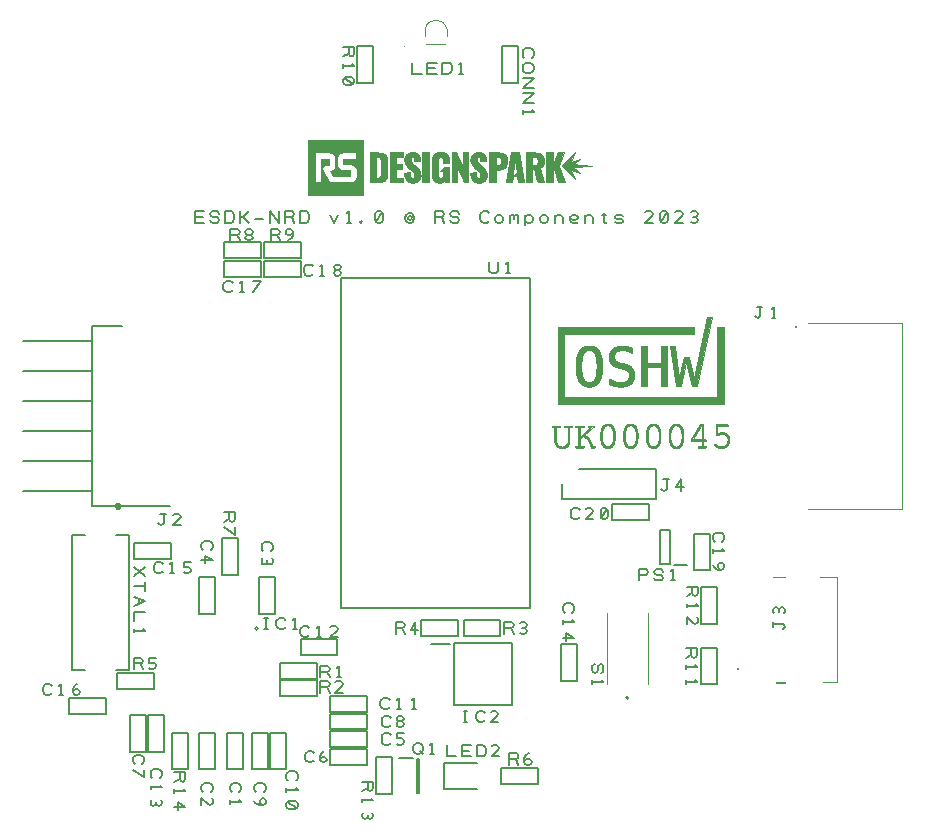
<source format=gbr>
G04 DesignSpark PCB PRO Gerber Version 10.0 Build 5299*
G04 #@! TF.Part,Single*
G04 #@! TF.FileFunction,Legend,Top*
G04 #@! TF.FilePolarity,Positive*
%FSLAX35Y35*%
%MOIN*%
%ADD21C,0.00001*%
%ADD20C,0.00100*%
%ADD19C,0.00394*%
%ADD18C,0.00500*%
%ADD70C,0.00787*%
%ADD71C,0.01575*%
G04 #@! TD.AperFunction*
X0Y0D02*
D02*
D18*
X21879Y45657D02*
X21567Y45344D01*
X20941Y45032D01*
X20004D01*
X19379Y45344D01*
X19067Y45657D01*
X18754Y46282D01*
Y47532D01*
X19067Y48157D01*
X19379Y48470D01*
X20004Y48782D01*
X20941D01*
X21567Y48470D01*
X21879Y48157D01*
X24379Y45032D02*
X25629D01*
X25004D02*
Y48782D01*
X24379Y48157D01*
X28754Y45970D02*
X29067Y46594D01*
X29691Y46907D01*
X30317D01*
X30941Y46594D01*
X31254Y45970D01*
X30941Y45344D01*
X30317Y45032D01*
X29691D01*
X29067Y45344D01*
X28754Y45970D01*
Y46907D01*
X29067Y47844D01*
X29691Y48470D01*
X30317Y48782D01*
X39865Y43989D02*
Y38689D01*
X27565D01*
Y43989D01*
X39865D01*
X49450Y22072D02*
X49138Y22384D01*
X48825Y23009D01*
Y23947D01*
X49138Y24572D01*
X49450Y24884D01*
X50075Y25197D01*
X51325D01*
X51950Y24884D01*
X52263Y24572D01*
X52575Y23947D01*
Y23009D01*
X52263Y22384D01*
X51950Y22072D01*
X48825Y20197D02*
X52575Y17697D01*
Y20197D01*
X47994Y38433D02*
X53294D01*
Y26133D01*
X47994D01*
Y38433D01*
X49219Y87795D02*
X52969Y84670D01*
Y87795D02*
X49219Y84670D01*
Y81233D02*
X52969D01*
Y82795D02*
Y79670D01*
X49219Y77795D02*
X52969Y76233D01*
X49219Y74670D01*
X50781Y77170D02*
Y75295D01*
X52969Y72795D02*
X49219D01*
Y69670D01*
Y67170D02*
Y65920D01*
Y66545D02*
X52969D01*
X52344Y67170D01*
X49069Y53693D02*
Y57443D01*
X51256D01*
X51881Y57131D01*
X52194Y56506D01*
X51881Y55881D01*
X51256Y55569D01*
X49069D01*
X51256D02*
X52194Y53693D01*
X54069Y54006D02*
X54694Y53693D01*
X55631D01*
X56256Y54006D01*
X56569Y54631D01*
Y54943D01*
X56256Y55569D01*
X55631Y55881D01*
X54069D01*
Y57443D01*
X56569D01*
X49218Y90263D02*
Y95563D01*
X61518D01*
Y90263D01*
X49218D01*
X55356Y17347D02*
X55043Y17660D01*
X54731Y18285D01*
Y19222D01*
X55043Y19847D01*
X55356Y20160D01*
X55981Y20472D01*
X57231D01*
X57856Y20160D01*
X58169Y19847D01*
X58481Y19222D01*
Y18285D01*
X58169Y17660D01*
X57856Y17347D01*
X54731Y14847D02*
Y13597D01*
Y14222D02*
X58481D01*
X57856Y14847D01*
X55043Y10160D02*
X54731Y9535D01*
Y8910D01*
X55043Y8285D01*
X55669Y7972D01*
X56293Y8285D01*
X56606Y8910D01*
Y9535D01*
Y8910D02*
X56919Y8285D01*
X57543Y7972D01*
X58169Y8285D01*
X58481Y8910D01*
Y9535D01*
X58169Y10160D01*
X53899Y38433D02*
X59199D01*
Y26133D01*
X53899D01*
Y38433D01*
X58887Y86208D02*
X58574Y85896D01*
X57949Y85583D01*
X57012D01*
X56387Y85896D01*
X56074Y86208D01*
X55762Y86833D01*
Y88083D01*
X56074Y88708D01*
X56387Y89021D01*
X57012Y89333D01*
X57949D01*
X58574Y89021D01*
X58887Y88708D01*
X61387Y85583D02*
X62637D01*
X62012D02*
Y89333D01*
X61387Y88708D01*
X65762Y85896D02*
X66387Y85583D01*
X67324D01*
X67949Y85896D01*
X68262Y86521D01*
Y86833D01*
X67949Y87458D01*
X67324Y87771D01*
X65762D01*
Y89333D01*
X68262D01*
X56006Y52256D02*
Y46956D01*
X43706D01*
Y52256D01*
X56006D01*
X57337Y102350D02*
X57649Y102037D01*
X58274Y101725D01*
X58899Y102037D01*
X59212Y102350D01*
Y105475D01*
X59837D01*
X59212D02*
X57962D01*
X64837Y101725D02*
X62337D01*
X64524Y103913D01*
X64837Y104537D01*
X64524Y105163D01*
X63899Y105475D01*
X62962D01*
X62337Y105163D01*
X62605Y19291D02*
X66355D01*
Y17104D01*
X66043Y16479D01*
X65417Y16166D01*
X64793Y16479D01*
X64480Y17104D01*
Y19291D01*
Y17104D02*
X62605Y16166D01*
Y13666D02*
Y12416D01*
Y13041D02*
X66355D01*
X65730Y13666D01*
X62605Y7729D02*
X66355D01*
X63855Y9291D01*
Y6791D01*
X67073Y20228D02*
X61773D01*
Y32528D01*
X67073D01*
Y20228D01*
X72285Y12623D02*
X71972Y12935D01*
X71660Y13561D01*
Y14498D01*
X71972Y15123D01*
X72285Y15435D01*
X72910Y15748D01*
X74160D01*
X74785Y15435D01*
X75098Y15123D01*
X75410Y14498D01*
Y13561D01*
X75098Y12935D01*
X74785Y12623D01*
X71660Y8248D02*
Y10748D01*
X73848Y8561D01*
X74472Y8248D01*
X75098Y8561D01*
X75410Y9185D01*
Y10123D01*
X75098Y10748D01*
X72285Y93331D02*
X71972Y93644D01*
X71660Y94269D01*
Y95207D01*
X71972Y95831D01*
X72285Y96144D01*
X72910Y96457D01*
X74160D01*
X74785Y96144D01*
X75098Y95831D01*
X75410Y95207D01*
Y94269D01*
X75098Y93644D01*
X74785Y93331D01*
X71660Y89894D02*
X75410D01*
X72910Y91457D01*
Y88957D01*
X70828Y32528D02*
X76128D01*
Y20228D01*
X70828D01*
Y32528D01*
X76128Y72196D02*
X70828D01*
Y84496D01*
X76128D01*
Y72196D01*
X79140Y105906D02*
X82890D01*
Y103718D01*
X82578Y103093D01*
X81953Y102780D01*
X81328Y103093D01*
X81015Y103718D01*
Y105906D01*
Y103718D02*
X79140Y102780D01*
Y100906D02*
X82890Y98406D01*
Y100906D01*
X78702Y97489D02*
X84002D01*
Y85189D01*
X78702D01*
Y97489D01*
X82115Y179909D02*
X81803Y179596D01*
X81178Y179284D01*
X80240D01*
X79615Y179596D01*
X79303Y179909D01*
X78990Y180534D01*
Y181784D01*
X79303Y182409D01*
X79615Y182722D01*
X80240Y183034D01*
X81178D01*
X81803Y182722D01*
X82115Y182409D01*
X84615Y179284D02*
X85865D01*
X85240D02*
Y183034D01*
X84615Y182409D01*
X88990Y179284D02*
X91490Y183034D01*
X88990D01*
X81734Y12623D02*
X81421Y12935D01*
X81109Y13561D01*
Y14498D01*
X81421Y15123D01*
X81734Y15435D01*
X82359Y15748D01*
X83609D01*
X84234Y15435D01*
X84546Y15123D01*
X84859Y14498D01*
Y13561D01*
X84546Y12935D01*
X84234Y12623D01*
X81109Y10123D02*
Y8873D01*
Y9498D02*
X84859D01*
X84234Y10123D01*
X80277Y32528D02*
X85577D01*
Y20228D01*
X80277D01*
Y32528D01*
X81352Y196607D02*
Y200357D01*
X83540D01*
X84165Y200044D01*
X84478Y199419D01*
X84165Y198794D01*
X83540Y198482D01*
X81352D01*
X83540D02*
X84478Y196607D01*
X87290Y198482D02*
X87915D01*
X88540Y198794D01*
X88852Y199419D01*
X88540Y200044D01*
X87915Y200357D01*
X87290D01*
X86665Y200044D01*
X86352Y199419D01*
X86665Y198794D01*
X87290Y198482D01*
X86665Y198169D01*
X86352Y197544D01*
X86665Y196919D01*
X87290Y196607D01*
X87915D01*
X88540Y196919D01*
X88852Y197544D01*
X88540Y198169D01*
X87915Y198482D01*
X90002Y12623D02*
X89689Y12935D01*
X89376Y13561D01*
Y14498D01*
X89689Y15123D01*
X90002Y15435D01*
X90626Y15748D01*
X91876D01*
X92502Y15435D01*
X92814Y15123D01*
X93126Y14498D01*
Y13561D01*
X92814Y12935D01*
X92502Y12623D01*
X89376Y9811D02*
X89689Y9185D01*
X90314Y8561D01*
X91252Y8248D01*
X92189D01*
X92814Y8561D01*
X93126Y9185D01*
Y9811D01*
X92814Y10435D01*
X92189Y10748D01*
X91564Y10435D01*
X91252Y9811D01*
Y9185D01*
X91564Y8561D01*
X92189Y8248D01*
X88545Y32528D02*
X93845D01*
Y20228D01*
X88545D01*
Y32528D01*
X92364Y92938D02*
X92051Y93250D01*
X91739Y93876D01*
Y94813D01*
X92051Y95438D01*
X92364Y95750D01*
X92989Y96063D01*
X94239D01*
X94864Y95750D01*
X95176Y95438D01*
X95489Y94813D01*
Y93876D01*
X95176Y93250D01*
X94864Y92938D01*
X92051Y90750D02*
X91739Y90126D01*
Y89500D01*
X92051Y88876D01*
X92676Y88563D01*
X93301Y88876D01*
X93614Y89500D01*
Y90126D01*
Y89500D02*
X93926Y88876D01*
X94551Y88563D01*
X95176Y88876D01*
X95489Y89500D01*
Y90126D01*
X95176Y90750D01*
X91439Y189658D02*
Y184358D01*
X79139D01*
Y189658D01*
X91439D01*
Y195957D02*
Y190657D01*
X79139D01*
Y195957D01*
X91439D01*
X92526Y67079D02*
X93776D01*
X93151D02*
Y70829D01*
X92526D02*
X93776D01*
X99714Y67704D02*
X99401Y67392D01*
X98776Y67079D01*
X97839D01*
X97214Y67392D01*
X96901Y67704D01*
X96589Y68329D01*
Y69579D01*
X96901Y70204D01*
X97214Y70517D01*
X97839Y70829D01*
X98776D01*
X99401Y70517D01*
X99714Y70204D01*
X102214Y67079D02*
X103464D01*
X102839D02*
Y70829D01*
X102214Y70204D01*
X94450Y32528D02*
X99750D01*
Y20228D01*
X94450D01*
Y32528D01*
X94738Y196607D02*
Y200357D01*
X96926D01*
X97551Y200044D01*
X97863Y199419D01*
X97551Y198794D01*
X96926Y198482D01*
X94738D01*
X96926D02*
X97863Y196607D01*
X100676D02*
X101301Y196919D01*
X101926Y197544D01*
X102238Y198482D01*
Y199419D01*
X101926Y200044D01*
X101301Y200357D01*
X100676D01*
X100051Y200044D01*
X99738Y199419D01*
X100051Y198794D01*
X100676Y198482D01*
X101301D01*
X101926Y198794D01*
X102238Y199419D01*
X96207Y72196D02*
X90907D01*
Y84496D01*
X96207D01*
Y72196D01*
X100631Y16560D02*
X100319Y16872D01*
X100006Y17498D01*
Y18435D01*
X100319Y19060D01*
X100631Y19372D01*
X101256Y19685D01*
X102506D01*
X103131Y19372D01*
X103444Y19060D01*
X103756Y18435D01*
Y17498D01*
X103444Y16872D01*
X103131Y16560D01*
X100006Y14060D02*
Y12810D01*
Y13435D02*
X103756D01*
X103131Y14060D01*
X100319Y9372D02*
X100006Y8748D01*
Y8122D01*
X100319Y7498D01*
X100944Y7185D01*
X102819D01*
X103444Y7498D01*
X103756Y8122D01*
Y8748D01*
X103444Y9372D01*
X102819Y9685D01*
X100944D01*
X100319Y9372D01*
X103444Y7498D01*
X107706Y64948D02*
X107393Y64636D01*
X106768Y64323D01*
X105831D01*
X105206Y64636D01*
X104893Y64948D01*
X104581Y65573D01*
Y66823D01*
X104893Y67448D01*
X105206Y67761D01*
X105831Y68073D01*
X106768D01*
X107393Y67761D01*
X107706Y67448D01*
X110206Y64323D02*
X111456D01*
X110831D02*
Y68073D01*
X110206Y67448D01*
X117081Y64323D02*
X114581D01*
X116768Y66511D01*
X117081Y67136D01*
X116768Y67761D01*
X116143Y68073D01*
X115206D01*
X114581Y67761D01*
X104730Y58374D02*
Y63674D01*
X117030D01*
Y58374D01*
X104730D01*
X104825Y189658D02*
Y184358D01*
X92525D01*
Y189658D01*
X104825D01*
Y195957D02*
Y190657D01*
X92525D01*
Y195957D01*
X104825D01*
X108887Y185421D02*
X108574Y185108D01*
X107949Y184796D01*
X107012D01*
X106387Y185108D01*
X106074Y185421D01*
X105762Y186046D01*
Y187296D01*
X106074Y187921D01*
X106387Y188233D01*
X107012Y188546D01*
X107949D01*
X108574Y188233D01*
X108887Y187921D01*
X111387Y184796D02*
X112637D01*
X112012D02*
Y188546D01*
X111387Y187921D01*
X116699Y186671D02*
X117324D01*
X117949Y186983D01*
X118262Y187608D01*
X117949Y188233D01*
X117324Y188546D01*
X116699D01*
X116074Y188233D01*
X115762Y187608D01*
X116074Y186983D01*
X116699Y186671D01*
X116074Y186358D01*
X115762Y185733D01*
X116074Y185108D01*
X116699Y184796D01*
X117324D01*
X117949Y185108D01*
X118262Y185733D01*
X117949Y186358D01*
X117324Y186671D01*
X109281Y23216D02*
X108968Y22904D01*
X108343Y22591D01*
X107406D01*
X106781Y22904D01*
X106468Y23216D01*
X106156Y23841D01*
Y25091D01*
X106468Y25716D01*
X106781Y26029D01*
X107406Y26341D01*
X108343D01*
X108968Y26029D01*
X109281Y25716D01*
X111156Y23529D02*
X111468Y24154D01*
X112093Y24466D01*
X112718D01*
X113343Y24154D01*
X113656Y23529D01*
X113343Y22904D01*
X112718Y22591D01*
X112093D01*
X111468Y22904D01*
X111156Y23529D01*
Y24466D01*
X111468Y25404D01*
X112093Y26029D01*
X112718Y26341D01*
X110337Y49894D02*
Y44594D01*
X98037D01*
Y49894D01*
X110337D01*
Y55800D02*
Y50500D01*
X98037D01*
Y55800D01*
X110337D01*
X111274Y45819D02*
Y49569D01*
X113461D01*
X114086Y49257D01*
X114399Y48632D01*
X114086Y48007D01*
X113461Y47694D01*
X111274D01*
X113461D02*
X114399Y45819D01*
X118774D02*
X116274D01*
X118461Y48007D01*
X118774Y48632D01*
X118461Y49257D01*
X117836Y49569D01*
X116899D01*
X116274Y49257D01*
X111274Y50937D02*
Y54687D01*
X113461D01*
X114086Y54375D01*
X114399Y53750D01*
X114086Y53125D01*
X113461Y52813D01*
X111274D01*
X113461D02*
X114399Y50937D01*
X116899D02*
X118149D01*
X117524D02*
Y54687D01*
X116899Y54063D01*
X114572Y21759D02*
Y27059D01*
X126872D01*
Y21759D01*
X114572D01*
Y27665D02*
Y32965D01*
X126872D01*
Y27665D01*
X114572D01*
Y33570D02*
Y38870D01*
X126872D01*
Y33570D01*
X114572D01*
Y39476D02*
Y44776D01*
X126872D01*
Y39476D01*
X114572D01*
X118904Y261024D02*
X122654D01*
Y258836D01*
X122342Y258211D01*
X121717Y257898D01*
X121092Y258211D01*
X120779Y258836D01*
Y261024D01*
Y258836D02*
X118904Y257898D01*
Y255398D02*
Y254148D01*
Y254774D02*
X122654D01*
X122029Y255398D01*
X119217Y250711D02*
X118904Y250086D01*
Y249461D01*
X119217Y248836D01*
X119842Y248524D01*
X121717D01*
X122342Y248836D01*
X122654Y249461D01*
Y250086D01*
X122342Y250711D01*
X121717Y251024D01*
X119842D01*
X119217Y250711D01*
X122342Y248836D01*
X118203Y73937D02*
X181195D01*
Y184173D01*
X118203D01*
Y73937D01*
X125203Y16142D02*
X128953D01*
Y13954D01*
X128641Y13329D01*
X128016Y13017D01*
X127391Y13329D01*
X127078Y13954D01*
Y16142D01*
Y13954D02*
X125203Y13017D01*
Y10517D02*
Y9267D01*
Y9892D02*
X128953D01*
X128328Y10517D01*
X125516Y5829D02*
X125203Y5204D01*
Y4579D01*
X125516Y3954D01*
X126141Y3642D01*
X126766Y3954D01*
X127078Y4579D01*
Y5204D01*
Y4579D02*
X127391Y3954D01*
X128016Y3642D01*
X128641Y3954D01*
X128953Y4579D01*
Y5204D01*
X128641Y5829D01*
X128884Y248968D02*
X123584D01*
Y261268D01*
X128884D01*
Y248968D01*
X129883Y24260D02*
X135183D01*
Y11960D01*
X129883D01*
Y24260D01*
X134478Y40933D02*
X134165Y40620D01*
X133540Y40307D01*
X132602D01*
X131978Y40620D01*
X131665Y40933D01*
X131352Y41557D01*
Y42807D01*
X131665Y43433D01*
X131978Y43745D01*
X132602Y44057D01*
X133540D01*
X134165Y43745D01*
X134478Y43433D01*
X136978Y40307D02*
X138228D01*
X137602D02*
Y44057D01*
X136978Y43433D01*
X141978Y40307D02*
X143228D01*
X142602D02*
Y44057D01*
X141978Y43433D01*
X134871Y29122D02*
X134559Y28809D01*
X133933Y28496D01*
X132996D01*
X132371Y28809D01*
X132059Y29122D01*
X131746Y29746D01*
Y30996D01*
X132059Y31622D01*
X132371Y31934D01*
X132996Y32246D01*
X133933D01*
X134559Y31934D01*
X134871Y31622D01*
X136746Y28809D02*
X137371Y28496D01*
X138309D01*
X138933Y28809D01*
X139246Y29434D01*
Y29746D01*
X138933Y30372D01*
X138309Y30684D01*
X136746D01*
Y32246D01*
X139246D01*
X134871Y35027D02*
X134559Y34715D01*
X133933Y34402D01*
X132996D01*
X132371Y34715D01*
X132059Y35027D01*
X131746Y35652D01*
Y36902D01*
X132059Y37527D01*
X132371Y37840D01*
X132996Y38152D01*
X133933D01*
X134559Y37840D01*
X134871Y37527D01*
X137683Y36277D02*
X138309D01*
X138933Y36590D01*
X139246Y37215D01*
X138933Y37840D01*
X138309Y38152D01*
X137683D01*
X137059Y37840D01*
X136746Y37215D01*
X137059Y36590D01*
X137683Y36277D01*
X137059Y35965D01*
X136746Y35340D01*
X137059Y34715D01*
X137683Y34402D01*
X138309D01*
X138933Y34715D01*
X139246Y35340D01*
X138933Y35965D01*
X138309Y36277D01*
X136470Y65504D02*
Y69254D01*
X138658D01*
X139283Y68942D01*
X139596Y68317D01*
X139283Y67692D01*
X138658Y67380D01*
X136470D01*
X138658D02*
X139596Y65504D01*
X143033D02*
Y69254D01*
X141470Y66754D01*
X143970D01*
X141982Y255869D02*
Y252119D01*
X145107D01*
X146982D02*
Y255869D01*
X150107D01*
X149482Y253994D02*
X146982D01*
Y252119D02*
X150107D01*
X151982D02*
Y255869D01*
X153857D01*
X154482Y255556D01*
X154795Y255244D01*
X155107Y254619D01*
Y253369D01*
X154795Y252744D01*
X154482Y252431D01*
X153857Y252119D01*
X151982D01*
X157607D02*
X158857D01*
X158232D02*
Y255869D01*
X157607Y255244D01*
X142376Y26597D02*
Y27847D01*
X142689Y28472D01*
X143001Y28785D01*
X143626Y29097D01*
X144251D01*
X144876Y28785D01*
X145189Y28472D01*
X145501Y27847D01*
Y26597D01*
X145189Y25972D01*
X144876Y25659D01*
X144251Y25347D01*
X143626D01*
X143001Y25659D01*
X142689Y25972D01*
X142376Y26597D01*
X144563Y26285D02*
X145501Y25347D01*
X148001D02*
X149251D01*
X148626D02*
Y29097D01*
X148001Y28472D01*
X144887Y64673D02*
Y69973D01*
X157187D01*
Y64673D01*
X144887D01*
X153400Y28309D02*
Y24559D01*
X156525D01*
X158400D02*
Y28309D01*
X161525D01*
X160900Y26435D02*
X158400D01*
Y24559D02*
X161525D01*
X163400D02*
Y28309D01*
X165275D01*
X165900Y27997D01*
X166212Y27685D01*
X166525Y27059D01*
Y25809D01*
X166212Y25185D01*
X165900Y24872D01*
X165275Y24559D01*
X163400D01*
X170900D02*
X168400D01*
X170587Y26747D01*
X170900Y27372D01*
X170587Y27997D01*
X169962Y28309D01*
X169025D01*
X168400Y27997D01*
X69581Y202512D02*
Y206262D01*
X72706D01*
X72081Y204387D02*
X69581D01*
Y202512D02*
X72706D01*
X74581Y203450D02*
X74893Y202825D01*
X75518Y202512D01*
X76768D01*
X77393Y202825D01*
X77706Y203450D01*
X77393Y204075D01*
X76768Y204387D01*
X75518D01*
X74893Y204700D01*
X74581Y205325D01*
X74893Y205950D01*
X75518Y206262D01*
X76768D01*
X77393Y205950D01*
X77706Y205325D01*
X79581Y202512D02*
Y206262D01*
X81456D01*
X82081Y205950D01*
X82393Y205637D01*
X82706Y205012D01*
Y203762D01*
X82393Y203137D01*
X82081Y202825D01*
X81456Y202512D01*
X79581D01*
X84581D02*
Y206262D01*
Y204387D02*
X85518D01*
X87706Y206262D01*
X85518Y204387D02*
X87706Y202512D01*
X89581Y203762D02*
X92081D01*
X94581Y202512D02*
Y206262D01*
X97706Y202512D01*
Y206262D01*
X99581Y202512D02*
Y206262D01*
X101768D01*
X102393Y205950D01*
X102706Y205325D01*
X102393Y204700D01*
X101768Y204387D01*
X99581D01*
X101768D02*
X102706Y202512D01*
X104581D02*
Y206262D01*
X106456D01*
X107081Y205950D01*
X107393Y205637D01*
X107706Y205012D01*
Y203762D01*
X107393Y203137D01*
X107081Y202825D01*
X106456Y202512D01*
X104581D01*
X114581Y205012D02*
X115831Y202512D01*
X117081Y205012D01*
X120206Y202512D02*
X121456D01*
X120831D02*
Y206262D01*
X120206Y205637D01*
X124893Y202512D02*
X125206Y202825D01*
X124893Y203137D01*
X124581Y202825D01*
X124893Y202512D01*
X129893Y202825D02*
X130518Y202512D01*
X131143D01*
X131768Y202825D01*
X132081Y203450D01*
Y205325D01*
X131768Y205950D01*
X131143Y206262D01*
X130518D01*
X129893Y205950D01*
X129581Y205325D01*
Y203450D01*
X129893Y202825D01*
X131768Y205950D01*
X139581Y203762D02*
Y204075D01*
X139893Y205012D01*
X140206Y205325D01*
X140831Y205637D01*
X141456D01*
X142081Y205325D01*
X142393Y205012D01*
X142706Y204075D01*
Y203762D01*
X142393Y203137D01*
X142081Y202825D01*
X141456Y202512D01*
X140831D01*
X140206Y202825D01*
X139893Y203137D01*
X139581Y203762D01*
X141768D02*
X141143Y203450D01*
X140518Y203762D01*
Y204387D01*
X141143Y204700D01*
X141768Y204387D01*
X149581Y202512D02*
Y206262D01*
X151768D01*
X152393Y205950D01*
X152706Y205325D01*
X152393Y204700D01*
X151768Y204387D01*
X149581D01*
X151768D02*
X152706Y202512D01*
X154581Y203450D02*
X154893Y202825D01*
X155518Y202512D01*
X156768D01*
X157393Y202825D01*
X157706Y203450D01*
X157393Y204075D01*
X156768Y204387D01*
X155518D01*
X154893Y204700D01*
X154581Y205325D01*
X154893Y205950D01*
X155518Y206262D01*
X156768D01*
X157393Y205950D01*
X157706Y205325D01*
X167706Y203137D02*
X167393Y202825D01*
X166768Y202512D01*
X165831D01*
X165206Y202825D01*
X164893Y203137D01*
X164581Y203762D01*
Y205012D01*
X164893Y205637D01*
X165206Y205950D01*
X165831Y206262D01*
X166768D01*
X167393Y205950D01*
X167706Y205637D01*
X169581Y203450D02*
X169893Y202825D01*
X170518Y202512D01*
X171143D01*
X171768Y202825D01*
X172081Y203450D01*
Y204075D01*
X171768Y204700D01*
X171143Y205012D01*
X170518D01*
X169893Y204700D01*
X169581Y204075D01*
Y203450D01*
X174581Y202512D02*
Y205012D01*
Y204700D02*
X174893Y205012D01*
X175518D01*
X175831Y204700D01*
Y203762D01*
Y204700D02*
X176143Y205012D01*
X176768D01*
X177081Y204700D01*
Y202512D01*
X179581Y205012D02*
Y201575D01*
Y203450D02*
X179893Y202825D01*
X180518Y202512D01*
X181143D01*
X181768Y202825D01*
X182081Y203450D01*
Y204075D01*
X181768Y204700D01*
X181143Y205012D01*
X180518D01*
X179893Y204700D01*
X179581Y204075D01*
Y203450D01*
X184581D02*
X184893Y202825D01*
X185518Y202512D01*
X186143D01*
X186768Y202825D01*
X187081Y203450D01*
Y204075D01*
X186768Y204700D01*
X186143Y205012D01*
X185518D01*
X184893Y204700D01*
X184581Y204075D01*
Y203450D01*
X189581Y202512D02*
Y205012D01*
Y204075D02*
X189893Y204700D01*
X190518Y205012D01*
X191143D01*
X191768Y204700D01*
X192081Y204075D01*
Y202512D01*
X197081Y202825D02*
X196768Y202512D01*
X196143D01*
X195518D01*
X194893Y202825D01*
X194581Y203450D01*
Y204387D01*
X194893Y204700D01*
X195518Y205012D01*
X196143D01*
X196768Y204700D01*
X197081Y204387D01*
Y204075D01*
X196768Y203762D01*
X196143Y203450D01*
X195518D01*
X194893Y203762D01*
X194581Y204075D01*
X199581Y202512D02*
Y205012D01*
Y204075D02*
X199893Y204700D01*
X200518Y205012D01*
X201143D01*
X201768Y204700D01*
X202081Y204075D01*
Y202512D01*
X205102Y205012D02*
X206560D01*
X205831Y205637D02*
Y202825D01*
X206143Y202512D01*
X206456D01*
X206768Y202825D01*
X209581D02*
X210206Y202512D01*
X211456D01*
X212081Y202825D01*
Y203450D01*
X211456Y203762D01*
X210206D01*
X209581Y204075D01*
Y204700D01*
X210206Y205012D01*
X211456D01*
X212081Y204700D01*
X222081Y202512D02*
X219581D01*
X221768Y204700D01*
X222081Y205325D01*
X221768Y205950D01*
X221143Y206262D01*
X220206D01*
X219581Y205950D01*
X224893Y202825D02*
X225518Y202512D01*
X226143D01*
X226768Y202825D01*
X227081Y203450D01*
Y205325D01*
X226768Y205950D01*
X226143Y206262D01*
X225518D01*
X224893Y205950D01*
X224581Y205325D01*
Y203450D01*
X224893Y202825D01*
X226768Y205950D01*
X232081Y202512D02*
X229581D01*
X231768Y204700D01*
X232081Y205325D01*
X231768Y205950D01*
X231143Y206262D01*
X230206D01*
X229581Y205950D01*
X234893Y202825D02*
X235518Y202512D01*
X236143D01*
X236768Y202825D01*
X237081Y203450D01*
X236768Y204075D01*
X236143Y204387D01*
X235518D01*
X236143D02*
X236768Y204700D01*
X237081Y205325D01*
X236768Y205950D01*
X236143Y206262D01*
X235518D01*
X234893Y205950D01*
X159061Y35977D02*
X160311D01*
X159687D02*
Y39727D01*
X159061D02*
X160311D01*
X166249Y36602D02*
X165937Y36289D01*
X165311Y35977D01*
X164374D01*
X163749Y36289D01*
X163437Y36602D01*
X163124Y37227D01*
Y38477D01*
X163437Y39102D01*
X163749Y39415D01*
X164374Y39727D01*
X165311D01*
X165937Y39415D01*
X166249Y39102D01*
X170624Y35977D02*
X168124D01*
X170311Y38165D01*
X170624Y38789D01*
X170311Y39415D01*
X169687Y39727D01*
X168749D01*
X168124Y39415D01*
X167573Y189333D02*
Y186521D01*
X167885Y185896D01*
X168510Y185583D01*
X169760D01*
X170385Y185896D01*
X170698Y186521D01*
Y189333D01*
X173198Y185583D02*
X174448D01*
X173823D02*
Y189333D01*
X173198Y188708D01*
X171361Y69973D02*
Y64673D01*
X159061D01*
Y69973D01*
X171361D01*
X171659Y15460D02*
Y20760D01*
X183959D01*
Y15460D01*
X171659D01*
X172691Y65504D02*
Y69254D01*
X174878D01*
X175504Y68942D01*
X175816Y68317D01*
X175504Y67692D01*
X174878Y67380D01*
X172691D01*
X174878D02*
X175816Y65504D01*
X178004Y65817D02*
X178628Y65504D01*
X179254D01*
X179878Y65817D01*
X180191Y66442D01*
X179878Y67067D01*
X179254Y67380D01*
X178628D01*
X179254D02*
X179878Y67692D01*
X180191Y68317D01*
X179878Y68942D01*
X179254Y69254D01*
X178628D01*
X178004Y68942D01*
X174266Y21804D02*
Y25554D01*
X176453D01*
X177078Y25241D01*
X177391Y24616D01*
X177078Y23991D01*
X176453Y23679D01*
X174266D01*
X176453D02*
X177391Y21804D01*
X179266Y22741D02*
X179578Y23366D01*
X180203Y23679D01*
X180828D01*
X181453Y23366D01*
X181766Y22741D01*
X181453Y22116D01*
X180828Y21804D01*
X180203D01*
X179578Y22116D01*
X179266Y22741D01*
Y23679D01*
X179578Y24616D01*
X180203Y25241D01*
X180828Y25554D01*
X177309Y248968D02*
X172009D01*
Y261268D01*
X177309D01*
Y248968D01*
X179372Y257505D02*
X179059Y257817D01*
X178746Y258443D01*
Y259380D01*
X179059Y260005D01*
X179372Y260317D01*
X179996Y260630D01*
X181246D01*
X181872Y260317D01*
X182184Y260005D01*
X182496Y259380D01*
Y258443D01*
X182184Y257817D01*
X181872Y257505D01*
X179996Y255630D02*
X181246D01*
X181872Y255317D01*
X182184Y255005D01*
X182496Y254380D01*
Y253755D01*
X182184Y253130D01*
X181872Y252817D01*
X181246Y252505D01*
X179996D01*
X179372Y252817D01*
X179059Y253130D01*
X178746Y253755D01*
Y254380D01*
X179059Y255005D01*
X179372Y255317D01*
X179996Y255630D01*
X178746Y250630D02*
X182496D01*
X178746Y247505D01*
X182496D01*
X178746Y245630D02*
X182496D01*
X178746Y242505D01*
X182496D01*
X178746Y240005D02*
Y238755D01*
Y239380D02*
X182496D01*
X181872Y240005D01*
X192757Y72465D02*
X192445Y72778D01*
X192132Y73403D01*
Y74341D01*
X192445Y74965D01*
X192757Y75278D01*
X193382Y75591D01*
X194632D01*
X195257Y75278D01*
X195570Y74965D01*
X195882Y74341D01*
Y73403D01*
X195570Y72778D01*
X195257Y72465D01*
X192132Y69965D02*
Y68715D01*
Y69341D02*
X195882D01*
X195257Y69965D01*
X192132Y64028D02*
X195882D01*
X193382Y65591D01*
Y63091D01*
X191694Y62056D02*
X196994D01*
Y49756D01*
X191694D01*
Y62056D01*
X197863Y104319D02*
X197551Y104006D01*
X196926Y103693D01*
X195988D01*
X195363Y104006D01*
X195051Y104319D01*
X194738Y104943D01*
Y106193D01*
X195051Y106819D01*
X195363Y107131D01*
X195988Y107443D01*
X196926D01*
X197551Y107131D01*
X197863Y106819D01*
X202238Y103693D02*
X199738D01*
X201926Y105881D01*
X202238Y106506D01*
X201926Y107131D01*
X201301Y107443D01*
X200363D01*
X199738Y107131D01*
X205051Y104006D02*
X205676Y103693D01*
X206301D01*
X206926Y104006D01*
X207238Y104631D01*
Y106506D01*
X206926Y107131D01*
X206301Y107443D01*
X205676D01*
X205051Y107131D01*
X204738Y106506D01*
Y104631D01*
X205051Y104006D01*
X206926Y107131D01*
X202913Y55512D02*
X202287Y55199D01*
X201975Y54574D01*
Y53324D01*
X202287Y52699D01*
X202913Y52387D01*
X203537Y52699D01*
X203850Y53324D01*
Y54574D01*
X204163Y55199D01*
X204787Y55512D01*
X205413Y55199D01*
X205725Y54574D01*
Y53324D01*
X205413Y52699D01*
X204787Y52387D01*
X201975Y49887D02*
Y48637D01*
Y49262D02*
X205725D01*
X205100Y49887D01*
X208667Y103256D02*
Y108556D01*
X220967D01*
Y103256D01*
X208667D01*
X217573Y83221D02*
Y86971D01*
X219760D01*
X220385Y86659D01*
X220698Y86033D01*
X220385Y85409D01*
X219760Y85096D01*
X217573D01*
X222573Y84159D02*
X222885Y83533D01*
X223510Y83221D01*
X224760D01*
X225385Y83533D01*
X225698Y84159D01*
X225385Y84783D01*
X224760Y85096D01*
X223510D01*
X222885Y85409D01*
X222573Y86033D01*
X222885Y86659D01*
X223510Y86971D01*
X224760D01*
X225385Y86659D01*
X225698Y86033D01*
X228198Y83221D02*
X229448D01*
X228823D02*
Y86971D01*
X228198Y86346D01*
X225053Y113767D02*
X225366Y113455D01*
X225991Y113142D01*
X226616Y113455D01*
X226928Y113767D01*
Y116892D01*
X227553D01*
X226928D02*
X225678D01*
X231616Y113142D02*
Y116892D01*
X230053Y114392D01*
X232553D01*
X233077Y60630D02*
X236827D01*
Y58443D01*
X236515Y57817D01*
X235890Y57505D01*
X235265Y57817D01*
X234952Y58443D01*
Y60630D01*
Y58443D02*
X233077Y57505D01*
Y55005D02*
Y53755D01*
Y54380D02*
X236827D01*
X236202Y55005D01*
X233077Y50005D02*
Y48755D01*
Y49380D02*
X236827D01*
X236202Y50005D01*
X233471Y81102D02*
X237221D01*
Y78915D01*
X236909Y78290D01*
X236283Y77977D01*
X235659Y78290D01*
X235346Y78915D01*
Y81102D01*
Y78915D02*
X233471Y77977D01*
Y75477D02*
Y74227D01*
Y74852D02*
X237221D01*
X236596Y75477D01*
X233471Y68602D02*
Y71102D01*
X235659Y68915D01*
X236283Y68602D01*
X236909Y68915D01*
X237221Y69540D01*
Y70477D01*
X236909Y71102D01*
X238151Y60874D02*
X243451D01*
Y48574D01*
X238151D01*
Y60874D01*
Y80953D02*
X243451D01*
Y68653D01*
X238151D01*
Y80953D01*
X241089Y86567D02*
X235789D01*
Y98867D01*
X241089D01*
Y86567D01*
X242757Y96087D02*
X242445Y96400D01*
X242132Y97025D01*
Y97963D01*
X242445Y98587D01*
X242757Y98900D01*
X243382Y99213D01*
X244632D01*
X245257Y98900D01*
X245570Y98587D01*
X245882Y97963D01*
Y97025D01*
X245570Y96400D01*
X245257Y96087D01*
X242132Y93587D02*
Y92337D01*
Y92963D02*
X245882D01*
X245257Y93587D01*
X242132Y88275D02*
X242445Y87650D01*
X243070Y87025D01*
X244007Y86713D01*
X244945D01*
X245570Y87025D01*
X245882Y87650D01*
Y88275D01*
X245570Y88900D01*
X244945Y89213D01*
X244320Y88900D01*
X244007Y88275D01*
Y87650D01*
X244320Y87025D01*
X244945Y86713D01*
X256156Y171248D02*
X256468Y170935D01*
X257093Y170622D01*
X257718Y170935D01*
X258031Y171248D01*
Y174372D01*
X258656D01*
X258031D02*
X256781D01*
X261781Y170622D02*
X263031D01*
X262406D02*
Y174372D01*
X261781Y173748D01*
X265475Y66929D02*
X265787Y67242D01*
X266100Y67867D01*
X265787Y68492D01*
X265475Y68804D01*
X262350D01*
Y69429D01*
Y68804D02*
Y67554D01*
X265787Y72242D02*
X266100Y72867D01*
Y73492D01*
X265787Y74117D01*
X265162Y74429D01*
X264537Y74117D01*
X264225Y73492D01*
Y72867D01*
Y73492D02*
X263912Y74117D01*
X263287Y74429D01*
X262662Y74117D01*
X262350Y73492D01*
Y72867D01*
X262662Y72242D01*
D02*
D19*
X139419Y261220D02*
G75*
G02*
X139238I-91J0D01*
G01*
X139419D02*
G75*
G02*
X139238I-91J0D01*
G01*
G75*
G02*
X139419I91J0D01*
G01*
X146116Y264665D02*
X146313Y267126D01*
X146707Y262205D02*
X153006D01*
X153400Y267126D02*
X153596Y264665D01*
X153400Y267128D02*
G75*
G03*
X146313Y267127I-3543J-644D01*
G01*
X206746Y48819D02*
Y72441D01*
X220526Y48819D02*
Y72441D01*
X262258Y84528D02*
X266195D01*
X262258D02*
X266195D01*
X263242Y49331D02*
Y49213D01*
X266195D01*
Y49331D01*
X263242D01*
X266195Y84528D02*
X273774Y169193D02*
X305309D01*
Y107185D01*
X273774D01*
X278006Y84528D02*
X278990Y49331D02*
X283624D01*
Y84528D01*
X278006D01*
X278990Y49331D02*
X283624D01*
Y84528D01*
X278006D01*
X278990Y49331D02*
X283624D02*
Y84528D02*
D02*
D70*
X32927Y98425D02*
X28596D01*
Y53543D01*
X32927D01*
X35289Y113189D02*
X12297D01*
X35289Y123189D02*
X12297D01*
X35289Y133189D02*
X12297D01*
X35289Y143189D02*
X12297D01*
X35289Y153189D02*
X12297D01*
X35289Y163189D02*
X12297D01*
X43163Y98425D02*
X47494D01*
Y53543D01*
X43163D01*
X61274Y108189D02*
X35289D01*
Y168189D01*
X45289D01*
X90014Y66831D02*
G75*
G02*
Y67618I0J394D01*
G01*
Y66831D02*
G75*
G02*
Y67618I0J394D01*
G01*
G75*
G02*
Y66831I0J-394D01*
G01*
X137455Y24154D02*
X142179D01*
X143557Y23819D02*
X144344D01*
Y12402D01*
X143557D01*
Y23819D01*
X148183Y62126D02*
X154679D01*
X156057Y62362D02*
X175152D01*
Y41575D01*
X156057D01*
Y62362D01*
X163439Y22539D02*
X152711D01*
Y13681D01*
X163439D01*
X191805Y115354D02*
Y110354D01*
X223183D01*
Y120354D01*
X197494D01*
X213242Y44094D02*
X214030D02*
G75*
G03*
X213242I-394J0D01*
G01*
X214030D02*
G75*
G02*
X213242I-394J0D01*
G01*
X227907Y88583D02*
X224561D01*
Y100000D01*
X227907D01*
Y88583D01*
X233419Y88386D02*
X229285D01*
X250644Y53543D02*
G75*
G03*
Y53937I0J197D01*
G01*
Y53543D02*
G75*
G02*
Y53937I0J197D01*
G01*
Y53543D02*
Y53937D02*
G75*
G02*
Y53543I0J-197D01*
G01*
X269935Y167913D02*
G75*
G02*
Y167520I0J-197D01*
G01*
Y167913D02*
G75*
G02*
Y167520I0J-197D01*
G01*
G75*
G02*
Y167913I0J197D01*
G01*
D02*
D71*
X43990Y107398D02*
G75*
G02*
Y108389I0J496D01*
G01*
Y107398D02*
G75*
G02*
Y108389I0J496D01*
G01*
G75*
G02*
Y107398I0J-496D01*
G01*
D02*
D20*
X107337Y230022D02*
Y211811D01*
X125547D01*
Y230022D01*
X107337D01*
X122870Y221351D02*
X123020Y221185D01*
X123146Y221011D01*
X123251Y220824D01*
X123334Y220623D01*
X123398Y220406D01*
X123441Y220168D01*
X123467Y219908D01*
X123476Y219622D01*
Y218304D01*
X123468Y218030D01*
X123441Y217772D01*
X123393Y217530D01*
X123327Y217304D01*
X123241Y217093D01*
X123137Y216900D01*
X123015Y216724D01*
X122874Y216566D01*
X122715Y216423D01*
X122539Y216301D01*
X122346Y216197D01*
X122137Y216110D01*
X121910Y216044D01*
X121668Y215998D01*
X121410Y215970D01*
X121136Y215963D01*
X114635D01*
X114481Y215981D01*
X114346Y216033D01*
X114233Y216117D01*
X114147Y216229D01*
X112252Y219597D01*
X112157Y219770D01*
X112081Y219958D01*
X112026Y220154D01*
X111995Y220357D01*
X111991Y220558D01*
X112015Y220756D01*
X112070Y220944D01*
X112159Y221119D01*
X112315Y221316D01*
X112491Y221452D01*
X112686Y221540D01*
X112896Y221590D01*
X113119Y221610D01*
X113352Y221615D01*
X113835Y221611D01*
X113944Y221619D01*
X114040Y221641D01*
X114122Y221679D01*
X114189Y221731D01*
X114242Y221798D01*
X114280Y221879D01*
X114303Y221974D01*
X114310Y222085D01*
Y223352D01*
X114303Y223465D01*
X114281Y223558D01*
X114243Y223638D01*
X114188Y223706D01*
X114120Y223759D01*
X114040Y223797D01*
X113945Y223819D01*
X113835Y223827D01*
X111563D01*
Y215965D01*
X109465D01*
Y225897D01*
X114046D01*
X114329Y225888D01*
X114590Y225860D01*
X114829Y225815D01*
X115049Y225749D01*
X115252Y225663D01*
X115440Y225557D01*
X115615Y225429D01*
X115780Y225280D01*
X115929Y225115D01*
X116056Y224939D01*
X116160Y224754D01*
X116244Y224552D01*
X116307Y224335D01*
X116351Y224097D01*
X116377Y223837D01*
X116385Y223551D01*
Y221821D01*
X116381Y221591D01*
X116359Y221373D01*
X116320Y221170D01*
X116265Y220979D01*
X116193Y220802D01*
X116106Y220639D01*
X116003Y220490D01*
X115885Y220356D01*
X115752Y220235D01*
X115604Y220130D01*
X115443Y220040D01*
X115269Y219966D01*
X115081Y219907D01*
X114880Y219863D01*
X114667Y219835D01*
X114442Y219826D01*
X115536Y218028D01*
X120909D01*
X121020Y218035D01*
X121115Y218057D01*
X121194Y218096D01*
X121262Y218150D01*
X121315Y218218D01*
X121353Y218299D01*
X121375Y218393D01*
X121383Y218504D01*
Y219496D01*
X121376Y219606D01*
X121353Y219701D01*
X121315Y219783D01*
X121262Y219850D01*
X121194Y219902D01*
X121113Y219940D01*
X121017Y219963D01*
X120907Y219970D01*
X119129D01*
X118857Y219979D01*
X118607Y220004D01*
X118378Y220048D01*
X118167Y220110D01*
X117972Y220191D01*
X117791Y220292D01*
X117623Y220415D01*
X117465Y220557D01*
X117322Y220716D01*
X117200Y220883D01*
X117100Y221062D01*
X117020Y221254D01*
X116959Y221463D01*
X116917Y221690D01*
X116893Y221940D01*
X116884Y222212D01*
Y223558D01*
X116891Y223832D01*
X116918Y224090D01*
X116965Y224332D01*
X117031Y224559D01*
X117117Y224768D01*
X117221Y224961D01*
X117344Y225137D01*
X117485Y225296D01*
X117644Y225435D01*
X117821Y225559D01*
X118014Y225663D01*
X118224Y225748D01*
X118451Y225815D01*
X118693Y225862D01*
X118951Y225889D01*
X119224Y225897D01*
X123263D01*
Y223827D01*
X119436D01*
X119327Y223819D01*
X119231Y223797D01*
X119149Y223759D01*
X119081Y223707D01*
X119029Y223640D01*
X118991Y223558D01*
X118968Y223462D01*
X118961Y223352D01*
Y222437D01*
X118968Y222327D01*
X118991Y222231D01*
X119029Y222150D01*
X119081Y222082D01*
X119149Y222030D01*
X119231Y221992D01*
X119327Y221970D01*
X119436Y221962D01*
X121128D01*
X121411Y221954D01*
X121673Y221927D01*
X121913Y221882D01*
X122135Y221817D01*
X122340Y221732D01*
X122529Y221627D01*
X122706Y221500D01*
X122870Y221351D01*
X107387Y220930D02*
G36*
X107387Y220930D02*
Y211861D01*
X125497D01*
Y220930D01*
X123192D01*
X123251Y220824D01*
X123334Y220623D01*
X123398Y220406D01*
X123441Y220168D01*
X123467Y219908D01*
X123476Y219622D01*
Y218304D01*
X123468Y218030D01*
X123441Y217772D01*
X123393Y217530D01*
X123327Y217304D01*
X123241Y217093D01*
X123137Y216900D01*
X123015Y216724D01*
X122874Y216566D01*
X122715Y216423D01*
X122539Y216301D01*
X122346Y216197D01*
X122137Y216110D01*
X121910Y216044D01*
X121668Y215998D01*
X121410Y215970D01*
X121136Y215963D01*
X114635D01*
X114481Y215981D01*
X114346Y216033D01*
X114233Y216117D01*
X114147Y216229D01*
X112252Y219597D01*
X112157Y219770D01*
X112081Y219958D01*
X112026Y220154D01*
X111995Y220357D01*
X111991Y220558D01*
X112015Y220756D01*
X112066Y220930D01*
X111563D01*
Y215965D01*
X109465D01*
Y220930D01*
X107387D01*
G37*
X114667Y219835D02*
G36*
X114667Y219835D02*
X114442Y219826D01*
X115536Y218028D01*
X120909D01*
X121020Y218035D01*
X121115Y218057D01*
X121194Y218096D01*
X121262Y218150D01*
X121315Y218218D01*
X121353Y218299D01*
X121375Y218393D01*
X121383Y218504D01*
Y219496D01*
X121376Y219606D01*
X121353Y219701D01*
X121315Y219783D01*
X121262Y219850D01*
X121194Y219902D01*
X121113Y219940D01*
X121017Y219963D01*
X120907Y219970D01*
X119129D01*
X118857Y219979D01*
X118607Y220004D01*
X118378Y220048D01*
X118167Y220110D01*
X117972Y220191D01*
X117791Y220292D01*
X117623Y220415D01*
X117465Y220557D01*
X117322Y220716D01*
X117200Y220883D01*
X117174Y220930D01*
X116245D01*
X116193Y220802D01*
X116106Y220639D01*
X116003Y220490D01*
X115885Y220356D01*
X115752Y220235D01*
X115604Y220130D01*
X115443Y220040D01*
X115269Y219966D01*
X115081Y219907D01*
X114880Y219863D01*
X114667Y219835D01*
G37*
X107387Y229972D02*
G36*
X107387Y229972D02*
Y220930D01*
X109465D01*
Y225897D01*
X114046D01*
X114329Y225888D01*
X114590Y225860D01*
X114829Y225815D01*
X115049Y225749D01*
X115252Y225663D01*
X115440Y225557D01*
X115615Y225429D01*
X115780Y225280D01*
X115929Y225115D01*
X116056Y224939D01*
X116160Y224754D01*
X116244Y224552D01*
X116307Y224335D01*
X116351Y224097D01*
X116377Y223837D01*
X116385Y223551D01*
Y221821D01*
X116381Y221591D01*
X116359Y221373D01*
X116320Y221170D01*
X116265Y220979D01*
X116245Y220930D01*
X117174D01*
X117100Y221062D01*
X117020Y221254D01*
X116959Y221463D01*
X116917Y221690D01*
X116893Y221940D01*
X116884Y222212D01*
Y223558D01*
X116891Y223832D01*
X116918Y224090D01*
X116965Y224332D01*
X117031Y224559D01*
X117117Y224768D01*
X117221Y224961D01*
X117344Y225137D01*
X117485Y225296D01*
X117644Y225435D01*
X117821Y225559D01*
X118014Y225663D01*
X118224Y225748D01*
X118451Y225815D01*
X118693Y225862D01*
X118951Y225889D01*
X119224Y225897D01*
X123263D01*
Y223827D01*
X119436D01*
X119327Y223819D01*
X119231Y223797D01*
X119149Y223759D01*
X119081Y223707D01*
X119029Y223640D01*
X118991Y223558D01*
X118968Y223462D01*
X118961Y223352D01*
Y222437D01*
X118968Y222327D01*
X118991Y222231D01*
X119029Y222150D01*
X119081Y222082D01*
X119149Y222030D01*
X119231Y221992D01*
X119327Y221970D01*
X119436Y221962D01*
X121128D01*
X121411Y221954D01*
X121673Y221927D01*
X121913Y221882D01*
X122135Y221817D01*
X122340Y221732D01*
X122529Y221627D01*
X122706Y221500D01*
X122870Y221351D01*
X123020Y221185D01*
X123146Y221011D01*
X123192Y220930D01*
X125497D01*
Y229972D01*
X107387D01*
G37*
X111563Y223827D02*
G36*
X111563Y223827D02*
Y220930D01*
X112066D01*
X112070Y220944D01*
X112159Y221119D01*
X112315Y221316D01*
X112491Y221452D01*
X112686Y221540D01*
X112896Y221590D01*
X113119Y221610D01*
X113352Y221615D01*
X113835Y221611D01*
X113944Y221619D01*
X114040Y221641D01*
X114122Y221679D01*
X114189Y221731D01*
X114242Y221798D01*
X114280Y221879D01*
X114303Y221974D01*
X114310Y222085D01*
Y223352D01*
X114303Y223465D01*
X114281Y223558D01*
X114243Y223638D01*
X114188Y223706D01*
X114120Y223759D01*
X114040Y223797D01*
X113945Y223819D01*
X113835Y223827D01*
X111563D01*
G37*
X127831Y225897D02*
Y215965D01*
X130369D01*
X130829Y215976D01*
X131248Y216009D01*
X131627Y216067D01*
X131968Y216148D01*
X132273Y216254D01*
X132543Y216385D01*
X132780Y216540D01*
X132986Y216721D01*
X133161Y216929D01*
X133309Y217162D01*
X133429Y217423D01*
X133523Y217712D01*
X133594Y218029D01*
X133643Y218374D01*
X133671Y218749D01*
X133680Y219152D01*
Y222758D01*
X133671Y223157D01*
X133643Y223526D01*
X133594Y223867D01*
X133523Y224179D01*
X133428Y224463D01*
X133307Y224720D01*
X133159Y224951D01*
X132983Y225154D01*
X132776Y225332D01*
X132537Y225485D01*
X132265Y225613D01*
X131957Y225717D01*
X131613Y225796D01*
X131231Y225852D01*
X130809Y225885D01*
X130345Y225897D01*
X127831D01*
X130369Y217485D02*
X130026D01*
Y224363D01*
X130357D01*
X130681Y224347D01*
X130933Y224294D01*
X131120Y224206D01*
X131254Y224077D01*
X131342Y223908D01*
X131393Y223697D01*
X131418Y223440D01*
X131424Y223138D01*
Y218809D01*
X131419Y218494D01*
X131399Y218224D01*
X131352Y217997D01*
X131269Y217811D01*
X131211Y217735D01*
X131139Y217668D01*
X131054Y217611D01*
X130953Y217566D01*
X130700Y217504D01*
X130369Y217485D01*
X127881Y220924D02*
G36*
X127881Y220924D02*
Y216015D01*
X131284D01*
X131627Y216067D01*
X131968Y216148D01*
X132273Y216254D01*
X132543Y216385D01*
X132780Y216540D01*
X132986Y216721D01*
X133161Y216929D01*
X133309Y217162D01*
X133429Y217423D01*
X133523Y217712D01*
X133594Y218029D01*
X133630Y218282D01*
Y220924D01*
X131424D01*
Y218809D01*
X131419Y218494D01*
X131399Y218224D01*
X131352Y217997D01*
X131269Y217811D01*
X131211Y217735D01*
X131139Y217668D01*
X131054Y217611D01*
X130953Y217566D01*
X130700Y217504D01*
X130369Y217485D01*
X130026D01*
Y220924D01*
X127881D01*
G37*
Y225847D02*
G36*
X127881Y225847D02*
Y220924D01*
X130026D01*
Y224363D01*
X130357D01*
X130681Y224347D01*
X130933Y224294D01*
X131120Y224206D01*
X131254Y224077D01*
X131342Y223908D01*
X131393Y223697D01*
X131418Y223440D01*
X131424Y223138D01*
Y220924D01*
X133630D01*
Y223616D01*
X133594Y223867D01*
X133523Y224179D01*
X133428Y224463D01*
X133307Y224720D01*
X133159Y224951D01*
X132983Y225154D01*
X132776Y225332D01*
X132537Y225485D01*
X132265Y225613D01*
X131957Y225717D01*
X131613Y225796D01*
X131268Y225847D01*
X127881D01*
G37*
X134526Y225897D02*
X138990D01*
Y224400D01*
X136721D01*
Y221935D01*
X138450D01*
Y220416D01*
X136721D01*
Y217448D01*
X139015D01*
Y215965D01*
X134526D01*
Y225897D01*
G36*
X134526Y225897D02*
X138990D01*
Y224400D01*
X136721D01*
Y221935D01*
X138450D01*
Y220416D01*
X136721D01*
Y217448D01*
X139015D01*
Y215965D01*
X134526D01*
Y225897D01*
G37*
X139296Y218968D02*
X141173Y219250D01*
X141194Y218804D01*
X141242Y218431D01*
X141313Y218126D01*
X141410Y217885D01*
X141532Y217704D01*
X141678Y217579D01*
X141848Y217508D01*
X142043Y217485D01*
X142197Y217501D01*
X142321Y217549D01*
X142417Y217623D01*
X142489Y217718D01*
X142540Y217828D01*
X142573Y217950D01*
X142595Y218208D01*
X142576Y218501D01*
X142519Y218769D01*
X142428Y219015D01*
X142302Y219244D01*
X142146Y219462D01*
X141959Y219673D01*
X141744Y219883D01*
X141504Y220097D01*
X140645Y220844D01*
X140370Y221089D01*
X140116Y221349D01*
X139889Y221627D01*
X139692Y221927D01*
X139531Y222254D01*
X139411Y222610D01*
X139335Y223002D01*
X139309Y223432D01*
X139321Y223738D01*
X139358Y224026D01*
X139419Y224296D01*
X139502Y224547D01*
X139609Y224779D01*
X139737Y224992D01*
X139887Y225187D01*
X140057Y225361D01*
X140247Y225517D01*
X140457Y225652D01*
X140686Y225767D01*
X140933Y225861D01*
X141198Y225935D01*
X141480Y225989D01*
X141778Y226021D01*
X142093Y226031D01*
X142469Y226012D01*
X142806Y225958D01*
X143104Y225871D01*
X143367Y225754D01*
X143596Y225612D01*
X143795Y225447D01*
X143964Y225260D01*
X144107Y225058D01*
X144224Y224842D01*
X144320Y224616D01*
X144396Y224381D01*
X144455Y224143D01*
X144528Y223667D01*
X144557Y223211D01*
X142669Y222978D01*
X142636Y223577D01*
X142601Y223824D01*
X142546Y224032D01*
X142466Y224200D01*
X142355Y224323D01*
X142207Y224399D01*
X142019Y224426D01*
X141877Y224406D01*
X141756Y224352D01*
X141655Y224271D01*
X141573Y224168D01*
X141510Y224048D01*
X141465Y223918D01*
X141439Y223785D01*
X141430Y223652D01*
X141448Y223392D01*
X141499Y223158D01*
X141581Y222946D01*
X141693Y222750D01*
X141831Y222565D01*
X141994Y222385D01*
X142387Y222021D01*
X143208Y221298D01*
X143521Y221016D01*
X143812Y220716D01*
X144074Y220394D01*
X144303Y220048D01*
X144491Y219671D01*
X144633Y219260D01*
X144722Y218810D01*
X144754Y218319D01*
X144742Y218058D01*
X144707Y217806D01*
X144649Y217563D01*
X144570Y217332D01*
X144469Y217113D01*
X144348Y216907D01*
X144207Y216716D01*
X144047Y216539D01*
X143868Y216379D01*
X143671Y216237D01*
X143457Y216113D01*
X143227Y216009D01*
X142981Y215927D01*
X142720Y215867D01*
X142444Y215829D01*
X142154Y215817D01*
X141813Y215828D01*
X141495Y215861D01*
X141200Y215919D01*
X140926Y215999D01*
X140674Y216104D01*
X140444Y216232D01*
X140236Y216385D01*
X140049Y216565D01*
X139883Y216770D01*
X139738Y217001D01*
X139614Y217259D01*
X139510Y217544D01*
X139427Y217858D01*
X139363Y218199D01*
X139320Y218569D01*
X139296Y218968D01*
G36*
X139296Y218968D02*
X141173Y219250D01*
X141194Y218804D01*
X141242Y218431D01*
X141313Y218126D01*
X141410Y217885D01*
X141532Y217704D01*
X141678Y217579D01*
X141848Y217508D01*
X142043Y217485D01*
X142197Y217501D01*
X142321Y217549D01*
X142417Y217623D01*
X142489Y217718D01*
X142540Y217828D01*
X142573Y217950D01*
X142595Y218208D01*
X142576Y218501D01*
X142519Y218769D01*
X142428Y219015D01*
X142302Y219244D01*
X142146Y219462D01*
X141959Y219673D01*
X141744Y219883D01*
X141504Y220097D01*
X140645Y220844D01*
X140370Y221089D01*
X140116Y221349D01*
X139889Y221627D01*
X139692Y221927D01*
X139531Y222254D01*
X139411Y222610D01*
X139335Y223002D01*
X139309Y223432D01*
X139321Y223738D01*
X139358Y224026D01*
X139419Y224296D01*
X139502Y224547D01*
X139609Y224779D01*
X139737Y224992D01*
X139887Y225187D01*
X140057Y225361D01*
X140247Y225517D01*
X140457Y225652D01*
X140686Y225767D01*
X140933Y225861D01*
X141198Y225935D01*
X141480Y225989D01*
X141778Y226021D01*
X142093Y226031D01*
X142469Y226012D01*
X142806Y225958D01*
X143104Y225871D01*
X143367Y225754D01*
X143596Y225612D01*
X143795Y225447D01*
X143964Y225260D01*
X144107Y225058D01*
X144224Y224842D01*
X144320Y224616D01*
X144396Y224381D01*
X144455Y224143D01*
X144528Y223667D01*
X144557Y223211D01*
X142669Y222978D01*
X142636Y223577D01*
X142601Y223824D01*
X142546Y224032D01*
X142466Y224200D01*
X142355Y224323D01*
X142207Y224399D01*
X142019Y224426D01*
X141877Y224406D01*
X141756Y224352D01*
X141655Y224271D01*
X141573Y224168D01*
X141510Y224048D01*
X141465Y223918D01*
X141439Y223785D01*
X141430Y223652D01*
X141448Y223392D01*
X141499Y223158D01*
X141581Y222946D01*
X141693Y222750D01*
X141831Y222565D01*
X141994Y222385D01*
X142387Y222021D01*
X143208Y221298D01*
X143521Y221016D01*
X143812Y220716D01*
X144074Y220394D01*
X144303Y220048D01*
X144491Y219671D01*
X144633Y219260D01*
X144722Y218810D01*
X144754Y218319D01*
X144742Y218058D01*
X144707Y217806D01*
X144649Y217563D01*
X144570Y217332D01*
X144469Y217113D01*
X144348Y216907D01*
X144207Y216716D01*
X144047Y216539D01*
X143868Y216379D01*
X143671Y216237D01*
X143457Y216113D01*
X143227Y216009D01*
X142981Y215927D01*
X142720Y215867D01*
X142444Y215829D01*
X142154Y215817D01*
X141813Y215828D01*
X141495Y215861D01*
X141200Y215919D01*
X140926Y215999D01*
X140674Y216104D01*
X140444Y216232D01*
X140236Y216385D01*
X140049Y216565D01*
X139883Y216770D01*
X139738Y217001D01*
X139614Y217259D01*
X139510Y217544D01*
X139427Y217858D01*
X139363Y218199D01*
X139320Y218569D01*
X139296Y218968D01*
G37*
X145342Y225897D02*
X147537D01*
Y215965D01*
X145342D01*
Y225897D01*
G36*
X145342Y225897D02*
X147537D01*
Y215965D01*
X145342D01*
Y225897D01*
G37*
X152523Y221115D02*
X151286Y219826D01*
X152319D01*
Y218662D01*
X152309Y218412D01*
X152280Y218176D01*
X152225Y217958D01*
X152143Y217765D01*
X152028Y217604D01*
X151879Y217480D01*
X151691Y217402D01*
X151461Y217374D01*
X151231Y217401D01*
X151048Y217477D01*
X150904Y217596D01*
X150797Y217752D01*
X150721Y217941D01*
X150672Y218156D01*
X150646Y218389D01*
X150639Y218637D01*
Y223235D01*
X150658Y223685D01*
X150692Y223896D01*
X150753Y224087D01*
X150846Y224249D01*
X150981Y224376D01*
X151065Y224422D01*
X151163Y224458D01*
X151400Y224487D01*
X151628Y224461D01*
X151804Y224389D01*
X151934Y224274D01*
X152025Y224127D01*
X152083Y223948D01*
X152117Y223747D01*
X152135Y223297D01*
Y222488D01*
X154281D01*
Y223126D01*
X154272Y223442D01*
X154246Y223747D01*
X154201Y224035D01*
X154135Y224309D01*
X154049Y224566D01*
X153940Y224804D01*
X153808Y225026D01*
X153651Y225227D01*
X153469Y225408D01*
X153259Y225568D01*
X153021Y225706D01*
X152755Y225820D01*
X152458Y225911D01*
X152130Y225978D01*
X151769Y226018D01*
X151375Y226031D01*
X150967Y226016D01*
X150595Y225970D01*
X150257Y225894D01*
X149952Y225790D01*
X149678Y225657D01*
X149435Y225498D01*
X149220Y225311D01*
X149034Y225100D01*
X148874Y224863D01*
X148740Y224604D01*
X148629Y224320D01*
X148541Y224015D01*
X148476Y223687D01*
X148430Y223339D01*
X148404Y222972D01*
X148395Y222585D01*
Y219250D01*
X148403Y218874D01*
X148427Y218515D01*
X148470Y218172D01*
X148531Y217850D01*
X148611Y217547D01*
X148713Y217263D01*
X148837Y217004D01*
X148983Y216766D01*
X149155Y216552D01*
X149351Y216363D01*
X149573Y216201D01*
X149823Y216066D01*
X150101Y215958D01*
X150409Y215880D01*
X150747Y215833D01*
X151117Y215817D01*
X151425Y215835D01*
X151698Y215889D01*
X151937Y215974D01*
X152146Y216090D01*
X152326Y216231D01*
X152481Y216397D01*
X152613Y216582D01*
X152723Y216785D01*
X152846Y215965D01*
X154293D01*
Y221115D01*
X152523D01*
G36*
X152523Y221115D02*
X151286Y219826D01*
X152319D01*
Y218662D01*
X152309Y218412D01*
X152280Y218176D01*
X152225Y217958D01*
X152143Y217765D01*
X152028Y217604D01*
X151879Y217480D01*
X151691Y217402D01*
X151461Y217374D01*
X151231Y217401D01*
X151048Y217477D01*
X150904Y217596D01*
X150797Y217752D01*
X150721Y217941D01*
X150672Y218156D01*
X150646Y218389D01*
X150639Y218637D01*
Y223235D01*
X150658Y223685D01*
X150692Y223896D01*
X150753Y224087D01*
X150846Y224249D01*
X150981Y224376D01*
X151065Y224422D01*
X151163Y224458D01*
X151400Y224487D01*
X151628Y224461D01*
X151804Y224389D01*
X151934Y224274D01*
X152025Y224127D01*
X152083Y223948D01*
X152117Y223747D01*
X152135Y223297D01*
Y222488D01*
X154281D01*
Y223126D01*
X154272Y223442D01*
X154246Y223747D01*
X154201Y224035D01*
X154135Y224309D01*
X154049Y224566D01*
X153940Y224804D01*
X153808Y225026D01*
X153651Y225227D01*
X153469Y225408D01*
X153259Y225568D01*
X153021Y225706D01*
X152755Y225820D01*
X152458Y225911D01*
X152130Y225978D01*
X151769Y226018D01*
X151375Y226031D01*
X150967Y226016D01*
X150595Y225970D01*
X150257Y225894D01*
X149952Y225790D01*
X149678Y225657D01*
X149435Y225498D01*
X149220Y225311D01*
X149034Y225100D01*
X148874Y224863D01*
X148740Y224604D01*
X148629Y224320D01*
X148541Y224015D01*
X148476Y223687D01*
X148430Y223339D01*
X148404Y222972D01*
X148395Y222585D01*
Y219250D01*
X148403Y218874D01*
X148427Y218515D01*
X148470Y218172D01*
X148531Y217850D01*
X148611Y217547D01*
X148713Y217263D01*
X148837Y217004D01*
X148983Y216766D01*
X149155Y216552D01*
X149351Y216363D01*
X149573Y216201D01*
X149823Y216066D01*
X150101Y215958D01*
X150409Y215880D01*
X150747Y215833D01*
X151117Y215817D01*
X151425Y215835D01*
X151698Y215889D01*
X151937Y215974D01*
X152146Y216090D01*
X152326Y216231D01*
X152481Y216397D01*
X152613Y216582D01*
X152723Y216785D01*
X152846Y215965D01*
X154293D01*
Y221115D01*
X152523D01*
G37*
X155176Y225897D02*
X156721D01*
X158757Y221115D01*
Y225897D01*
X160572D01*
Y215965D01*
X159088D01*
X157052Y221115D01*
Y215965D01*
X155176D01*
Y225897D01*
G36*
X155176Y225897D02*
X156721D01*
X158757Y221115D01*
Y225897D01*
X160572D01*
Y215965D01*
X159088D01*
X157052Y221115D01*
Y215965D01*
X155176D01*
Y225897D01*
G37*
X161344Y218968D02*
X163220Y219250D01*
X163242Y218804D01*
X163289Y218431D01*
X163361Y218126D01*
X163458Y217885D01*
X163579Y217704D01*
X163726Y217579D01*
X163896Y217508D01*
X164091Y217485D01*
X164245Y217501D01*
X164369Y217549D01*
X164465Y217623D01*
X164537Y217718D01*
X164588Y217828D01*
X164620Y217950D01*
X164643Y218208D01*
X164623Y218501D01*
X164567Y218769D01*
X164475Y219015D01*
X164350Y219244D01*
X164193Y219462D01*
X164006Y219673D01*
X163792Y219883D01*
X163552Y220097D01*
X162693Y220844D01*
X162417Y221089D01*
X162163Y221349D01*
X161936Y221627D01*
X161739Y221927D01*
X161579Y222254D01*
X161458Y222610D01*
X161383Y223002D01*
X161356Y223432D01*
X161369Y223738D01*
X161406Y224026D01*
X161466Y224296D01*
X161550Y224547D01*
X161656Y224779D01*
X161784Y224992D01*
X161934Y225187D01*
X162104Y225361D01*
X162295Y225517D01*
X162505Y225652D01*
X162733Y225767D01*
X162981Y225861D01*
X163246Y225935D01*
X163528Y225989D01*
X163826Y226021D01*
X164140Y226031D01*
X164517Y226012D01*
X164853Y225958D01*
X165152Y225871D01*
X165415Y225754D01*
X165644Y225612D01*
X165842Y225447D01*
X166011Y225260D01*
X166154Y225058D01*
X166272Y224842D01*
X166368Y224616D01*
X166444Y224381D01*
X166502Y224143D01*
X166575Y223667D01*
X166605Y223211D01*
X164716Y222978D01*
X164683Y223577D01*
X164648Y223824D01*
X164594Y224032D01*
X164513Y224200D01*
X164402Y224323D01*
X164255Y224399D01*
X164066Y224426D01*
X163925Y224406D01*
X163804Y224352D01*
X163702Y224271D01*
X163620Y224168D01*
X163557Y224048D01*
X163513Y223918D01*
X163486Y223785D01*
X163478Y223652D01*
X163495Y223392D01*
X163546Y223158D01*
X163628Y222946D01*
X163740Y222750D01*
X163878Y222565D01*
X164042Y222385D01*
X164434Y222021D01*
X165256Y221298D01*
X165569Y221016D01*
X165859Y220716D01*
X166122Y220394D01*
X166350Y220048D01*
X166538Y219671D01*
X166680Y219260D01*
X166770Y218810D01*
X166801Y218319D01*
X166789Y218058D01*
X166754Y217806D01*
X166696Y217563D01*
X166617Y217332D01*
X166517Y217113D01*
X166395Y216907D01*
X166254Y216716D01*
X166094Y216539D01*
X165915Y216379D01*
X165719Y216237D01*
X165505Y216113D01*
X165275Y216009D01*
X165028Y215927D01*
X164767Y215867D01*
X164491Y215829D01*
X164201Y215817D01*
X163861Y215828D01*
X163543Y215861D01*
X163247Y215919D01*
X162974Y215999D01*
X162722Y216104D01*
X162492Y216232D01*
X162283Y216385D01*
X162096Y216565D01*
X161931Y216770D01*
X161786Y217001D01*
X161661Y217259D01*
X161557Y217544D01*
X161474Y217858D01*
X161411Y218199D01*
X161368Y218569D01*
X161344Y218968D01*
G36*
X161344Y218968D02*
X163220Y219250D01*
X163242Y218804D01*
X163289Y218431D01*
X163361Y218126D01*
X163458Y217885D01*
X163579Y217704D01*
X163726Y217579D01*
X163896Y217508D01*
X164091Y217485D01*
X164245Y217501D01*
X164369Y217549D01*
X164465Y217623D01*
X164537Y217718D01*
X164588Y217828D01*
X164620Y217950D01*
X164643Y218208D01*
X164623Y218501D01*
X164567Y218769D01*
X164475Y219015D01*
X164350Y219244D01*
X164193Y219462D01*
X164006Y219673D01*
X163792Y219883D01*
X163552Y220097D01*
X162693Y220844D01*
X162417Y221089D01*
X162163Y221349D01*
X161936Y221627D01*
X161739Y221927D01*
X161579Y222254D01*
X161458Y222610D01*
X161383Y223002D01*
X161356Y223432D01*
X161369Y223738D01*
X161406Y224026D01*
X161466Y224296D01*
X161550Y224547D01*
X161656Y224779D01*
X161784Y224992D01*
X161934Y225187D01*
X162104Y225361D01*
X162295Y225517D01*
X162505Y225652D01*
X162733Y225767D01*
X162981Y225861D01*
X163246Y225935D01*
X163528Y225989D01*
X163826Y226021D01*
X164140Y226031D01*
X164517Y226012D01*
X164853Y225958D01*
X165152Y225871D01*
X165415Y225754D01*
X165644Y225612D01*
X165842Y225447D01*
X166011Y225260D01*
X166154Y225058D01*
X166272Y224842D01*
X166368Y224616D01*
X166444Y224381D01*
X166502Y224143D01*
X166575Y223667D01*
X166605Y223211D01*
X164716Y222978D01*
X164683Y223577D01*
X164648Y223824D01*
X164594Y224032D01*
X164513Y224200D01*
X164402Y224323D01*
X164255Y224399D01*
X164066Y224426D01*
X163925Y224406D01*
X163804Y224352D01*
X163702Y224271D01*
X163620Y224168D01*
X163557Y224048D01*
X163513Y223918D01*
X163486Y223785D01*
X163478Y223652D01*
X163495Y223392D01*
X163546Y223158D01*
X163628Y222946D01*
X163740Y222750D01*
X163878Y222565D01*
X164042Y222385D01*
X164434Y222021D01*
X165256Y221298D01*
X165569Y221016D01*
X165859Y220716D01*
X166122Y220394D01*
X166350Y220048D01*
X166538Y219671D01*
X166680Y219260D01*
X166770Y218810D01*
X166801Y218319D01*
X166789Y218058D01*
X166754Y217806D01*
X166696Y217563D01*
X166617Y217332D01*
X166517Y217113D01*
X166395Y216907D01*
X166254Y216716D01*
X166094Y216539D01*
X165915Y216379D01*
X165719Y216237D01*
X165505Y216113D01*
X165275Y216009D01*
X165028Y215927D01*
X164767Y215867D01*
X164491Y215829D01*
X164201Y215817D01*
X163861Y215828D01*
X163543Y215861D01*
X163247Y215919D01*
X162974Y215999D01*
X162722Y216104D01*
X162492Y216232D01*
X162283Y216385D01*
X162096Y216565D01*
X161931Y216770D01*
X161786Y217001D01*
X161661Y217259D01*
X161557Y217544D01*
X161474Y217858D01*
X161411Y218199D01*
X161368Y218569D01*
X161344Y218968D01*
G37*
X167622Y225897D02*
Y215965D01*
X169817D01*
Y220182D01*
X170700D01*
X171285Y220210D01*
X171561Y220247D01*
X171826Y220302D01*
X172078Y220378D01*
X172314Y220473D01*
X172534Y220593D01*
X172737Y220739D01*
X172921Y220910D01*
X173085Y221111D01*
X173228Y221342D01*
X173347Y221604D01*
X173443Y221902D01*
X173512Y222235D01*
X173555Y222606D01*
X173570Y223015D01*
X173560Y223350D01*
X173530Y223667D01*
X173481Y223963D01*
X173411Y224241D01*
X173322Y224498D01*
X173212Y224735D01*
X173081Y224951D01*
X172930Y225146D01*
X172758Y225319D01*
X172565Y225470D01*
X172352Y225599D01*
X172116Y225704D01*
X171859Y225788D01*
X171580Y225848D01*
X171280Y225885D01*
X170958Y225897D01*
X167622D01*
X170553Y221715D02*
X169817D01*
Y224351D01*
X170541D01*
X170836Y224327D01*
X171065Y224254D01*
X171235Y224138D01*
X171356Y223982D01*
X171436Y223791D01*
X171482Y223570D01*
X171504Y223322D01*
X171509Y223051D01*
X171502Y222733D01*
X171474Y222460D01*
X171420Y222230D01*
X171335Y222043D01*
X171211Y221899D01*
X171044Y221797D01*
X170826Y221735D01*
X170553Y221715D01*
X167672Y223033D02*
G36*
X167672Y223033D02*
Y216015D01*
X169817D01*
Y220182D01*
X170700D01*
X171285Y220210D01*
X171561Y220247D01*
X171826Y220302D01*
X172078Y220378D01*
X172314Y220473D01*
X172534Y220593D01*
X172737Y220739D01*
X172921Y220910D01*
X173085Y221111D01*
X173228Y221342D01*
X173347Y221604D01*
X173443Y221902D01*
X173512Y222235D01*
X173520Y222299D01*
Y223033D01*
X171509D01*
X171502Y222733D01*
X171474Y222460D01*
X171420Y222230D01*
X171335Y222043D01*
X171211Y221899D01*
X171044Y221797D01*
X170826Y221735D01*
X170553Y221715D01*
X169817D01*
Y223033D01*
X167672D01*
G37*
Y225847D02*
G36*
X167672Y225847D02*
Y223033D01*
X169817D01*
Y224351D01*
X170541D01*
X170836Y224327D01*
X171065Y224254D01*
X171235Y224138D01*
X171356Y223982D01*
X171436Y223791D01*
X171482Y223570D01*
X171504Y223322D01*
X171509Y223051D01*
X171509Y223033D01*
X173520D01*
Y223730D01*
X173481Y223963D01*
X173411Y224241D01*
X173322Y224498D01*
X173212Y224735D01*
X173081Y224951D01*
X172930Y225146D01*
X172758Y225319D01*
X172565Y225470D01*
X172352Y225599D01*
X172116Y225704D01*
X171859Y225788D01*
X171584Y225847D01*
X167672D01*
G37*
X177457Y225897D02*
X174955D01*
X173079Y215965D01*
X175151D01*
X175495Y218061D01*
X175691Y219372D01*
X176218Y223248D01*
X176746Y219372D01*
X175495Y218061D01*
X176954D01*
X177285Y215965D01*
X179309D01*
X177457Y225897D01*
G36*
X177457Y225897D02*
X174955D01*
X173079Y215965D01*
X175151D01*
X175495Y218061D01*
X175691Y219372D01*
X176218Y223248D01*
X176746Y219372D01*
X175495Y218061D01*
X176954D01*
X177285Y215965D01*
X179309D01*
X177457Y225897D01*
G37*
X179823D02*
Y215965D01*
X182018D01*
Y220416D01*
X182644D01*
X183735Y215965D01*
X186004D01*
X184643Y220771D01*
X184976Y220962D01*
X185246Y221185D01*
X185458Y221443D01*
X185617Y221737D01*
X185731Y222065D01*
X185805Y222430D01*
X185844Y222832D01*
X185857Y223272D01*
X185841Y223646D01*
X185797Y223983D01*
X185723Y224289D01*
X185622Y224562D01*
X185494Y224804D01*
X185340Y225019D01*
X185161Y225206D01*
X184957Y225367D01*
X184730Y225502D01*
X184480Y225616D01*
X184209Y225708D01*
X183917Y225780D01*
X183605Y225833D01*
X183274Y225869D01*
X182558Y225897D01*
X179823D01*
X182631Y221678D02*
X182018D01*
Y224426D01*
X182730D01*
X183016Y224402D01*
X183252Y224333D01*
X183441Y224221D01*
X183588Y224068D01*
X183696Y223874D01*
X183768Y223643D01*
X183808Y223377D01*
X183821Y223077D01*
X183807Y222762D01*
X183765Y222485D01*
X183687Y222246D01*
X183571Y222046D01*
X183412Y221888D01*
X183206Y221772D01*
X182947Y221702D01*
X182631Y221678D01*
X179873Y223052D02*
G36*
X179873Y223052D02*
Y216015D01*
X182018D01*
Y220416D01*
X182644D01*
X183723Y216015D01*
X185954D01*
Y216141D01*
X184643Y220771D01*
X184976Y220962D01*
X185246Y221185D01*
X185458Y221443D01*
X185617Y221737D01*
X185731Y222065D01*
X185805Y222430D01*
X185844Y222832D01*
X185850Y223052D01*
X183820D01*
X183807Y222762D01*
X183765Y222485D01*
X183687Y222246D01*
X183571Y222046D01*
X183412Y221888D01*
X183206Y221772D01*
X182947Y221702D01*
X182631Y221678D01*
X182018D01*
Y223052D01*
X179873D01*
G37*
Y225847D02*
G36*
X179873Y225847D02*
Y223052D01*
X182018D01*
Y224426D01*
X182730D01*
X183016Y224402D01*
X183252Y224333D01*
X183441Y224221D01*
X183588Y224068D01*
X183696Y223874D01*
X183768Y223643D01*
X183808Y223377D01*
X183821Y223077D01*
X183820Y223052D01*
X185850D01*
X185857Y223272D01*
X185841Y223646D01*
X185797Y223983D01*
X185723Y224289D01*
X185622Y224562D01*
X185494Y224804D01*
X185340Y225019D01*
X185161Y225206D01*
X184957Y225367D01*
X184730Y225502D01*
X184480Y225616D01*
X184209Y225708D01*
X183917Y225780D01*
X183605Y225833D01*
X183480Y225847D01*
X179873D01*
G37*
X186690Y225897D02*
X188885D01*
Y221838D01*
X190553Y225897D01*
X192699D01*
X190860Y221409D01*
X192785Y215965D01*
X190553D01*
X189118Y220354D01*
X188885Y219961D01*
Y215965D01*
X186690D01*
Y225897D01*
G36*
X186690Y225897D02*
X188885D01*
Y221838D01*
X190553Y225897D01*
X192699D01*
X190860Y221409D01*
X192785Y215965D01*
X190553D01*
X189118Y220354D01*
X188885Y219961D01*
Y215965D01*
X186690D01*
Y225897D01*
G37*
X191887Y221406D02*
X201818Y221407D02*
X201825D01*
X201818D02*
X201825D01*
X201812D01*
X195490Y221898D01*
X197960Y223706D01*
X194878Y222693D01*
X196344Y225906D01*
X191887Y221406D01*
X196344Y216906D01*
X194878Y220118D01*
X197960Y219107D01*
X195490Y220913D01*
X201812Y221406D01*
X201825D01*
Y221407D01*
G36*
X201825Y221407D02*
X201812D01*
X195490Y221898D01*
X197960Y223706D01*
X194878Y222693D01*
X196344Y225906D01*
X191887Y221406D01*
X196344Y216906D01*
X194878Y220118D01*
X197960Y219107D01*
X195490Y220913D01*
X201812Y221406D01*
X201825D01*
Y221407D01*
G37*
D02*
D21*
X190407Y167717D02*
Y142163D01*
X245807D01*
Y167717D01*
X243603D01*
X243554Y144416D01*
X192660D01*
Y165464D01*
X235963D01*
Y167717D01*
X190407D01*
G36*
X190407Y167717D02*
Y142163D01*
X245807D01*
Y167717D01*
X243603D01*
X243554Y144416D01*
X192660D01*
Y165464D01*
X235963D01*
Y167717D01*
X190407D01*
G37*
X194834Y134261D02*
X194383D01*
Y129918D01*
X194382Y129848D01*
X194380Y129778D01*
X194376Y129709D01*
X194371Y129641D01*
X194364Y129574D01*
X194356Y129507D01*
X194346Y129441D01*
X194335Y129376D01*
X194322Y129312D01*
X194307Y129248D01*
X194291Y129185D01*
X194274Y129123D01*
X194255Y129062D01*
X194234Y129001D01*
X194212Y128941D01*
X194189Y128881D01*
X194164Y128823D01*
X194137Y128765D01*
X194109Y128708D01*
X194080Y128652D01*
X194048Y128596D01*
X194015Y128541D01*
X193981Y128487D01*
X193946Y128434D01*
X193908Y128381D01*
X193870Y128329D01*
X193830Y128278D01*
X193788Y128228D01*
X193744Y128178D01*
X193700Y128129D01*
X193653Y128081D01*
X193606Y128033D01*
X193558Y127988D01*
X193509Y127944D01*
X193460Y127901D01*
X193410Y127860D01*
X193359Y127821D01*
X193308Y127783D01*
X193256Y127747D01*
X193204Y127712D01*
X193151Y127679D01*
X193097Y127647D01*
X193043Y127617D01*
X192987Y127589D01*
X192932Y127561D01*
X192876Y127536D01*
X192819Y127512D01*
X192761Y127489D01*
X192703Y127469D01*
X192644Y127449D01*
X192585Y127431D01*
X192525Y127415D01*
X192464Y127401D01*
X192403Y127387D01*
X192341Y127376D01*
X192278Y127366D01*
X192215Y127357D01*
X192152Y127350D01*
X192087Y127345D01*
X192022Y127341D01*
X191956Y127339D01*
X191890Y127339D01*
X191845D01*
X191801Y127339D01*
X191757Y127341D01*
X191714Y127343D01*
X191670Y127346D01*
X191628Y127350D01*
X191585Y127354D01*
X191543Y127358D01*
X191500Y127364D01*
X191459Y127370D01*
X191418Y127376D01*
X191376Y127383D01*
X191336Y127391D01*
X191296Y127400D01*
X191256Y127409D01*
X191216Y127419D01*
X191176Y127429D01*
X191137Y127440D01*
X191098Y127452D01*
X191060Y127464D01*
X191022Y127477D01*
X190984Y127491D01*
X190947Y127505D01*
X190909Y127520D01*
X190836Y127551D01*
X190800Y127568D01*
X190764Y127585D01*
X190729Y127604D01*
X190694Y127622D01*
X190659Y127641D01*
X190624Y127661D01*
X190590Y127681D01*
X190556Y127703D01*
X190522Y127725D01*
X190489Y127747D01*
X190456Y127770D01*
X190424Y127794D01*
X190392Y127819D01*
X190360Y127843D01*
X190328Y127869D01*
X190297Y127895D01*
X190266Y127922D01*
X190235Y127950D01*
X190205Y127978D01*
X190176Y128007D01*
X190146Y128037D01*
X190117Y128067D01*
X190088Y128098D01*
X190059Y128129D01*
X190031Y128161D01*
X190003Y128194D01*
X189976Y128228D01*
X189948Y128261D01*
X189922Y128296D01*
X189895Y128331D01*
X189869Y128367D01*
X189843Y128404D01*
X189817Y128441D01*
X189793Y128479D01*
X189767Y128518D01*
X189743Y128557D01*
X189719Y128597D01*
X189696Y128637D01*
X189674Y128678D01*
X189652Y128719D01*
X189631Y128760D01*
X189611Y128801D01*
X189592Y128843D01*
X189573Y128885D01*
X189556Y128927D01*
X189539Y128969D01*
X189523Y129012D01*
X189507Y129054D01*
X189493Y129098D01*
X189479Y129141D01*
X189466Y129185D01*
X189454Y129229D01*
X189443Y129273D01*
X189432Y129317D01*
X189422Y129362D01*
X189413Y129407D01*
X189405Y129452D01*
X189397Y129497D01*
X189391Y129543D01*
X189385Y129589D01*
X189380Y129635D01*
X189375Y129682D01*
X189372Y129729D01*
X189369Y129776D01*
X189367Y129823D01*
X189366Y129870D01*
X189366Y129918D01*
Y134261D01*
X188915D01*
X188903Y134262D01*
X188891Y134262D01*
X188869Y134263D01*
X188858Y134264D01*
X188848Y134265D01*
X188837Y134266D01*
X188828Y134267D01*
X188817Y134269D01*
X188789Y134273D01*
X188780Y134275D01*
X188771Y134277D01*
X188763Y134280D01*
X188746Y134284D01*
X188738Y134287D01*
X188723Y134293D01*
X188716Y134296D01*
X188709Y134299D01*
X188702Y134302D01*
X188695Y134306D01*
X188689Y134309D01*
X188683Y134313D01*
X188671Y134321D01*
X188665Y134325D01*
X188660Y134330D01*
X188655Y134334D01*
X188645Y134344D01*
X188641Y134349D01*
X188636Y134354D01*
X188632Y134360D01*
X188628Y134365D01*
X188624Y134370D01*
X188620Y134376D01*
X188617Y134382D01*
X188613Y134387D01*
X188610Y134393D01*
X188607Y134399D01*
X188604Y134406D01*
X188601Y134411D01*
X188599Y134418D01*
X188596Y134424D01*
X188594Y134430D01*
X188592Y134437D01*
X188590Y134443D01*
X188585Y134463D01*
X188584Y134470D01*
X188583Y134477D01*
X188582Y134485D01*
X188581Y134492D01*
X188581Y134499D01*
X188580Y134506D01*
Y134536D01*
X188581Y134544D01*
X188581Y134551D01*
X188582Y134558D01*
X188585Y134580D01*
X188587Y134586D01*
X188589Y134593D01*
X188591Y134600D01*
X188593Y134607D01*
X188595Y134613D01*
X188598Y134620D01*
X188600Y134626D01*
X188603Y134633D01*
X188612Y134652D01*
X188616Y134657D01*
X188628Y134675D01*
X188632Y134681D01*
X188641Y134692D01*
X188646Y134698D01*
X188650Y134703D01*
X188656Y134709D01*
X188661Y134714D01*
X188667Y134719D01*
X188671Y134723D01*
X188676Y134727D01*
X188682Y134731D01*
X188687Y134734D01*
X188693Y134737D01*
X188699Y134741D01*
X188706Y134744D01*
X188712Y134747D01*
X188719Y134750D01*
X188733Y134756D01*
X188741Y134758D01*
X188756Y134763D01*
X188764Y134765D01*
X188781Y134769D01*
X188790Y134770D01*
X188799Y134772D01*
X188818Y134775D01*
X188838Y134777D01*
X188848Y134778D01*
X188869Y134780D01*
X188880Y134780D01*
X188891Y134781D01*
X188903D01*
X188915Y134781D01*
X190856D01*
X190891Y134780D01*
X190902Y134779D01*
X190912Y134778D01*
X190923Y134777D01*
X190943Y134775D01*
X190953Y134773D01*
X190972Y134770D01*
X190981Y134768D01*
X190991Y134766D01*
X191008Y134761D01*
X191024Y134756D01*
X191032Y134753D01*
X191040Y134750D01*
X191048Y134747D01*
X191055Y134744D01*
X191062Y134740D01*
X191069Y134737D01*
X191075Y134733D01*
X191088Y134725D01*
X191100Y134716D01*
X191105Y134711D01*
X191110Y134707D01*
X191120Y134698D01*
X191125Y134693D01*
X191130Y134689D01*
X191134Y134683D01*
X191139Y134679D01*
X191146Y134669D01*
X191150Y134663D01*
X191154Y134658D01*
X191157Y134652D01*
X191161Y134647D01*
X191164Y134641D01*
X191167Y134635D01*
X191169Y134630D01*
X191172Y134623D01*
X191174Y134617D01*
X191177Y134611D01*
X191181Y134598D01*
X191182Y134592D01*
X191185Y134579D01*
X191187Y134572D01*
X191188Y134565D01*
X191190Y134544D01*
X191191Y134536D01*
Y134506D01*
X191190Y134499D01*
X191189Y134485D01*
X191188Y134477D01*
X191187Y134470D01*
X191185Y134463D01*
X191181Y134443D01*
X191179Y134437D01*
X191177Y134430D01*
X191172Y134418D01*
X191169Y134411D01*
X191167Y134406D01*
X191164Y134399D01*
X191161Y134393D01*
X191157Y134387D01*
X191154Y134382D01*
X191150Y134376D01*
X191146Y134370D01*
X191143Y134365D01*
X191139Y134360D01*
X191134Y134354D01*
X191130Y134349D01*
X191125Y134344D01*
X191115Y134334D01*
X191110Y134330D01*
X191105Y134325D01*
X191100Y134321D01*
X191088Y134313D01*
X191081Y134309D01*
X191075Y134306D01*
X191069Y134302D01*
X191062Y134299D01*
X191048Y134293D01*
X191040Y134290D01*
X191024Y134284D01*
X191008Y134280D01*
X190999Y134277D01*
X190991Y134275D01*
X190981Y134273D01*
X190953Y134269D01*
X190943Y134267D01*
X190933Y134266D01*
X190923Y134265D01*
X190912Y134264D01*
X190902Y134263D01*
X190891Y134263D01*
X190856Y134261D01*
X189885D01*
Y129918D01*
X189886Y129863D01*
X189888Y129808D01*
X189891Y129754D01*
X189895Y129700D01*
X189900Y129648D01*
X189907Y129595D01*
X189915Y129543D01*
X189924Y129492D01*
X189935Y129441D01*
X189946Y129390D01*
X189959Y129341D01*
X189973Y129291D01*
X189989Y129243D01*
X190005Y129194D01*
X190023Y129147D01*
X190042Y129100D01*
X190062Y129053D01*
X190083Y129007D01*
X190106Y128961D01*
X190130Y128917D01*
X190155Y128872D01*
X190181Y128828D01*
X190209Y128785D01*
X190237Y128742D01*
X190268Y128700D01*
X190299Y128658D01*
X190331Y128617D01*
X190365Y128576D01*
X190400Y128537D01*
X190436Y128497D01*
X190473Y128458D01*
X190511Y128420D01*
X190550Y128383D01*
X190589Y128347D01*
X190628Y128313D01*
X190668Y128280D01*
X190709Y128248D01*
X190750Y128218D01*
X190791Y128188D01*
X190833Y128160D01*
X190875Y128133D01*
X190917Y128107D01*
X190961Y128083D01*
X191004Y128060D01*
X191048Y128038D01*
X191093Y128018D01*
X191137Y127998D01*
X191183Y127980D01*
X191229Y127963D01*
X191275Y127948D01*
X191322Y127933D01*
X191369Y127920D01*
X191417Y127908D01*
X191465Y127898D01*
X191513Y127889D01*
X191562Y127880D01*
X191611Y127874D01*
X191661Y127868D01*
X191711Y127863D01*
X191762Y127860D01*
X191813Y127858D01*
X191865Y127858D01*
X191898D01*
X191931Y127859D01*
X191964Y127860D01*
X192028Y127864D01*
X192060Y127867D01*
X192092Y127870D01*
X192124Y127874D01*
X192156Y127878D01*
X192187Y127882D01*
X192218Y127887D01*
X192249Y127893D01*
X192280Y127899D01*
X192310Y127906D01*
X192340Y127913D01*
X192370Y127920D01*
X192400Y127928D01*
X192430Y127937D01*
X192460Y127946D01*
X192489Y127956D01*
X192518Y127966D01*
X192547Y127976D01*
X192576Y127987D01*
X192605Y127999D01*
X192633Y128011D01*
X192661Y128023D01*
X192689Y128036D01*
X192717Y128050D01*
X192744Y128063D01*
X192772Y128078D01*
X192799Y128093D01*
X192827Y128108D01*
X192854Y128124D01*
X192881Y128141D01*
X192907Y128158D01*
X192934Y128175D01*
X192961Y128193D01*
X192987Y128212D01*
X193012Y128231D01*
X193038Y128251D01*
X193063Y128271D01*
X193088Y128292D01*
X193113Y128313D01*
X193138Y128335D01*
X193162Y128357D01*
X193186Y128380D01*
X193210Y128403D01*
X193234Y128427D01*
X193257Y128452D01*
X193281Y128476D01*
X193304Y128502D01*
X193327Y128528D01*
X193349Y128554D01*
X193372Y128581D01*
X193394Y128609D01*
X193415Y128637D01*
X193437Y128666D01*
X193459Y128695D01*
X193480Y128724D01*
X193501Y128755D01*
X193521Y128785D01*
X193562Y128848D01*
X193582Y128880D01*
X193601Y128913D01*
X193619Y128945D01*
X193637Y128978D01*
X193654Y129011D01*
X193671Y129044D01*
X193687Y129077D01*
X193702Y129111D01*
X193716Y129145D01*
X193730Y129179D01*
X193743Y129214D01*
X193755Y129248D01*
X193767Y129283D01*
X193778Y129319D01*
X193788Y129354D01*
X193798Y129390D01*
X193807Y129426D01*
X193815Y129463D01*
X193823Y129499D01*
X193830Y129536D01*
X193836Y129573D01*
X193842Y129610D01*
X193847Y129648D01*
X193852Y129686D01*
X193855Y129724D01*
X193858Y129762D01*
X193861Y129801D01*
X193862Y129840D01*
X193863Y129879D01*
X193863Y129918D01*
Y134261D01*
X192893D01*
X192858Y134263D01*
X192847Y134263D01*
X192837Y134264D01*
X192826Y134265D01*
X192816Y134266D01*
X192806Y134267D01*
X192796Y134269D01*
X192767Y134273D01*
X192758Y134275D01*
X192750Y134277D01*
X192741Y134280D01*
X192724Y134284D01*
X192709Y134290D01*
X192701Y134293D01*
X192687Y134299D01*
X192680Y134302D01*
X192674Y134306D01*
X192667Y134309D01*
X192661Y134313D01*
X192649Y134321D01*
X192644Y134325D01*
X192639Y134330D01*
X192633Y134334D01*
X192624Y134344D01*
X192619Y134349D01*
X192615Y134354D01*
X192610Y134360D01*
X192606Y134365D01*
X192602Y134370D01*
X192598Y134376D01*
X192595Y134382D01*
X192592Y134387D01*
X192588Y134393D01*
X192585Y134399D01*
X192582Y134406D01*
X192580Y134411D01*
X192577Y134418D01*
X192572Y134430D01*
X192570Y134437D01*
X192568Y134443D01*
X192563Y134463D01*
X192562Y134470D01*
X192561Y134477D01*
X192560Y134485D01*
X192559Y134499D01*
X192558Y134506D01*
Y134514D01*
X192558Y134521D01*
X192558Y134529D01*
Y134536D01*
X192559Y134544D01*
X192561Y134565D01*
X192562Y134572D01*
X192563Y134579D01*
X192567Y134592D01*
X192568Y134598D01*
X192572Y134611D01*
X192574Y134617D01*
X192577Y134623D01*
X192580Y134630D01*
X192582Y134635D01*
X192585Y134641D01*
X192588Y134647D01*
X192592Y134652D01*
X192595Y134658D01*
X192598Y134663D01*
X192602Y134669D01*
X192610Y134679D01*
X192615Y134683D01*
X192619Y134689D01*
X192628Y134698D01*
X192639Y134707D01*
X192644Y134711D01*
X192649Y134716D01*
X192661Y134725D01*
X192674Y134733D01*
X192680Y134737D01*
X192687Y134740D01*
X192694Y134744D01*
X192701Y134747D01*
X192709Y134750D01*
X192717Y134753D01*
X192724Y134756D01*
X192741Y134761D01*
X192758Y134766D01*
X192767Y134768D01*
X192777Y134770D01*
X192796Y134773D01*
X192806Y134775D01*
X192826Y134777D01*
X192837Y134778D01*
X192847Y134779D01*
X192858Y134780D01*
X192893Y134781D01*
X194834D01*
X194846Y134781D01*
X194857Y134780D01*
X194869Y134780D01*
X194891Y134778D01*
X194901Y134777D01*
X194911Y134776D01*
X194921Y134775D01*
X194931Y134773D01*
X194950Y134770D01*
X194960Y134768D01*
X194969Y134766D01*
X194986Y134761D01*
X195003Y134756D01*
X195011Y134753D01*
X195033Y134744D01*
X195040Y134740D01*
X195047Y134737D01*
X195054Y134733D01*
X195066Y134725D01*
X195072Y134720D01*
X195078Y134716D01*
X195089Y134707D01*
X195094Y134702D01*
X195098Y134698D01*
X195104Y134693D01*
X195108Y134689D01*
X195113Y134683D01*
X195117Y134679D01*
X195121Y134674D01*
X195125Y134669D01*
X195128Y134663D01*
X195132Y134658D01*
X195135Y134652D01*
X195139Y134647D01*
X195142Y134641D01*
X195145Y134635D01*
X195148Y134630D01*
X195150Y134623D01*
X195153Y134617D01*
X195155Y134611D01*
X195157Y134605D01*
X195159Y134598D01*
X195161Y134592D01*
X195164Y134579D01*
X195165Y134572D01*
X195166Y134565D01*
X195168Y134551D01*
X195168Y134544D01*
X195169Y134529D01*
Y134514D01*
X195168Y134499D01*
X195168Y134492D01*
X195167Y134485D01*
X195166Y134477D01*
X195165Y134470D01*
X195164Y134463D01*
X195161Y134450D01*
X195159Y134443D01*
X195157Y134437D01*
X195155Y134430D01*
X195153Y134424D01*
X195150Y134418D01*
X195148Y134411D01*
X195145Y134406D01*
X195142Y134399D01*
X195135Y134387D01*
X195128Y134376D01*
X195125Y134370D01*
X195121Y134365D01*
X195117Y134360D01*
X195113Y134354D01*
X195108Y134349D01*
X195104Y134344D01*
X195098Y134339D01*
X195094Y134334D01*
X195089Y134330D01*
X195078Y134321D01*
X195072Y134317D01*
X195066Y134313D01*
X195060Y134309D01*
X195054Y134306D01*
X195047Y134302D01*
X195040Y134299D01*
X195033Y134296D01*
X195026Y134293D01*
X195011Y134287D01*
X195003Y134284D01*
X194986Y134280D01*
X194978Y134277D01*
X194969Y134275D01*
X194960Y134273D01*
X194931Y134269D01*
X194921Y134267D01*
X194911Y134266D01*
X194901Y134265D01*
X194891Y134264D01*
X194880Y134263D01*
X194857Y134262D01*
X194846Y134262D01*
X194834Y134261D01*
G36*
X194834Y134261D02*
X194383D01*
Y129918D01*
X194382Y129848D01*
X194380Y129778D01*
X194376Y129709D01*
X194371Y129641D01*
X194364Y129574D01*
X194356Y129507D01*
X194346Y129441D01*
X194335Y129376D01*
X194322Y129312D01*
X194307Y129248D01*
X194291Y129185D01*
X194274Y129123D01*
X194255Y129062D01*
X194234Y129001D01*
X194212Y128941D01*
X194189Y128881D01*
X194164Y128823D01*
X194137Y128765D01*
X194109Y128708D01*
X194080Y128652D01*
X194048Y128596D01*
X194015Y128541D01*
X193981Y128487D01*
X193946Y128434D01*
X193908Y128381D01*
X193870Y128329D01*
X193830Y128278D01*
X193788Y128228D01*
X193744Y128178D01*
X193700Y128129D01*
X193653Y128081D01*
X193606Y128033D01*
X193558Y127988D01*
X193509Y127944D01*
X193460Y127901D01*
X193410Y127860D01*
X193359Y127821D01*
X193308Y127783D01*
X193256Y127747D01*
X193204Y127712D01*
X193151Y127679D01*
X193097Y127647D01*
X193043Y127617D01*
X192987Y127589D01*
X192932Y127561D01*
X192876Y127536D01*
X192819Y127512D01*
X192761Y127489D01*
X192703Y127469D01*
X192644Y127449D01*
X192585Y127431D01*
X192525Y127415D01*
X192464Y127401D01*
X192403Y127387D01*
X192341Y127376D01*
X192278Y127366D01*
X192215Y127357D01*
X192152Y127350D01*
X192087Y127345D01*
X192022Y127341D01*
X191956Y127339D01*
X191890Y127339D01*
X191845D01*
X191801Y127339D01*
X191757Y127341D01*
X191714Y127343D01*
X191670Y127346D01*
X191628Y127350D01*
X191585Y127354D01*
X191543Y127358D01*
X191500Y127364D01*
X191459Y127370D01*
X191418Y127376D01*
X191376Y127383D01*
X191336Y127391D01*
X191296Y127400D01*
X191256Y127409D01*
X191216Y127419D01*
X191176Y127429D01*
X191137Y127440D01*
X191098Y127452D01*
X191060Y127464D01*
X191022Y127477D01*
X190984Y127491D01*
X190947Y127505D01*
X190909Y127520D01*
X190836Y127551D01*
X190800Y127568D01*
X190764Y127585D01*
X190729Y127604D01*
X190694Y127622D01*
X190659Y127641D01*
X190624Y127661D01*
X190590Y127681D01*
X190556Y127703D01*
X190522Y127725D01*
X190489Y127747D01*
X190456Y127770D01*
X190424Y127794D01*
X190392Y127819D01*
X190360Y127843D01*
X190328Y127869D01*
X190297Y127895D01*
X190266Y127922D01*
X190235Y127950D01*
X190205Y127978D01*
X190176Y128007D01*
X190146Y128037D01*
X190117Y128067D01*
X190088Y128098D01*
X190059Y128129D01*
X190031Y128161D01*
X190003Y128194D01*
X189976Y128228D01*
X189948Y128261D01*
X189922Y128296D01*
X189895Y128331D01*
X189869Y128367D01*
X189843Y128404D01*
X189817Y128441D01*
X189793Y128479D01*
X189767Y128518D01*
X189743Y128557D01*
X189719Y128597D01*
X189696Y128637D01*
X189674Y128678D01*
X189652Y128719D01*
X189631Y128760D01*
X189611Y128801D01*
X189592Y128843D01*
X189573Y128885D01*
X189556Y128927D01*
X189539Y128969D01*
X189523Y129012D01*
X189507Y129054D01*
X189493Y129098D01*
X189479Y129141D01*
X189466Y129185D01*
X189454Y129229D01*
X189443Y129273D01*
X189432Y129317D01*
X189422Y129362D01*
X189413Y129407D01*
X189405Y129452D01*
X189397Y129497D01*
X189391Y129543D01*
X189385Y129589D01*
X189380Y129635D01*
X189375Y129682D01*
X189372Y129729D01*
X189369Y129776D01*
X189367Y129823D01*
X189366Y129870D01*
X189366Y129918D01*
Y134261D01*
X188915D01*
X188903Y134262D01*
X188891Y134262D01*
X188869Y134263D01*
X188858Y134264D01*
X188848Y134265D01*
X188837Y134266D01*
X188828Y134267D01*
X188817Y134269D01*
X188789Y134273D01*
X188780Y134275D01*
X188771Y134277D01*
X188763Y134280D01*
X188746Y134284D01*
X188738Y134287D01*
X188723Y134293D01*
X188716Y134296D01*
X188709Y134299D01*
X188702Y134302D01*
X188695Y134306D01*
X188689Y134309D01*
X188683Y134313D01*
X188671Y134321D01*
X188665Y134325D01*
X188660Y134330D01*
X188655Y134334D01*
X188645Y134344D01*
X188641Y134349D01*
X188636Y134354D01*
X188632Y134360D01*
X188628Y134365D01*
X188624Y134370D01*
X188620Y134376D01*
X188617Y134382D01*
X188613Y134387D01*
X188610Y134393D01*
X188607Y134399D01*
X188604Y134406D01*
X188601Y134411D01*
X188599Y134418D01*
X188596Y134424D01*
X188594Y134430D01*
X188592Y134437D01*
X188590Y134443D01*
X188585Y134463D01*
X188584Y134470D01*
X188583Y134477D01*
X188582Y134485D01*
X188581Y134492D01*
X188581Y134499D01*
X188580Y134506D01*
Y134536D01*
X188581Y134544D01*
X188581Y134551D01*
X188582Y134558D01*
X188585Y134580D01*
X188587Y134586D01*
X188589Y134593D01*
X188591Y134600D01*
X188593Y134607D01*
X188595Y134613D01*
X188598Y134620D01*
X188600Y134626D01*
X188603Y134633D01*
X188612Y134652D01*
X188616Y134657D01*
X188628Y134675D01*
X188632Y134681D01*
X188641Y134692D01*
X188646Y134698D01*
X188650Y134703D01*
X188656Y134709D01*
X188661Y134714D01*
X188667Y134719D01*
X188671Y134723D01*
X188676Y134727D01*
X188682Y134731D01*
X188687Y134734D01*
X188693Y134737D01*
X188699Y134741D01*
X188706Y134744D01*
X188712Y134747D01*
X188719Y134750D01*
X188733Y134756D01*
X188741Y134758D01*
X188756Y134763D01*
X188764Y134765D01*
X188781Y134769D01*
X188790Y134770D01*
X188799Y134772D01*
X188818Y134775D01*
X188838Y134777D01*
X188848Y134778D01*
X188869Y134780D01*
X188880Y134780D01*
X188891Y134781D01*
X188903D01*
X188915Y134781D01*
X190856D01*
X190891Y134780D01*
X190902Y134779D01*
X190912Y134778D01*
X190923Y134777D01*
X190943Y134775D01*
X190953Y134773D01*
X190972Y134770D01*
X190981Y134768D01*
X190991Y134766D01*
X191008Y134761D01*
X191024Y134756D01*
X191032Y134753D01*
X191040Y134750D01*
X191048Y134747D01*
X191055Y134744D01*
X191062Y134740D01*
X191069Y134737D01*
X191075Y134733D01*
X191088Y134725D01*
X191100Y134716D01*
X191105Y134711D01*
X191110Y134707D01*
X191120Y134698D01*
X191125Y134693D01*
X191130Y134689D01*
X191134Y134683D01*
X191139Y134679D01*
X191146Y134669D01*
X191150Y134663D01*
X191154Y134658D01*
X191157Y134652D01*
X191161Y134647D01*
X191164Y134641D01*
X191167Y134635D01*
X191169Y134630D01*
X191172Y134623D01*
X191174Y134617D01*
X191177Y134611D01*
X191181Y134598D01*
X191182Y134592D01*
X191185Y134579D01*
X191187Y134572D01*
X191188Y134565D01*
X191190Y134544D01*
X191191Y134536D01*
Y134506D01*
X191190Y134499D01*
X191189Y134485D01*
X191188Y134477D01*
X191187Y134470D01*
X191185Y134463D01*
X191181Y134443D01*
X191179Y134437D01*
X191177Y134430D01*
X191172Y134418D01*
X191169Y134411D01*
X191167Y134406D01*
X191164Y134399D01*
X191161Y134393D01*
X191157Y134387D01*
X191154Y134382D01*
X191150Y134376D01*
X191146Y134370D01*
X191143Y134365D01*
X191139Y134360D01*
X191134Y134354D01*
X191130Y134349D01*
X191125Y134344D01*
X191115Y134334D01*
X191110Y134330D01*
X191105Y134325D01*
X191100Y134321D01*
X191088Y134313D01*
X191081Y134309D01*
X191075Y134306D01*
X191069Y134302D01*
X191062Y134299D01*
X191048Y134293D01*
X191040Y134290D01*
X191024Y134284D01*
X191008Y134280D01*
X190999Y134277D01*
X190991Y134275D01*
X190981Y134273D01*
X190953Y134269D01*
X190943Y134267D01*
X190933Y134266D01*
X190923Y134265D01*
X190912Y134264D01*
X190902Y134263D01*
X190891Y134263D01*
X190856Y134261D01*
X189885D01*
Y129918D01*
X189886Y129863D01*
X189888Y129808D01*
X189891Y129754D01*
X189895Y129700D01*
X189900Y129648D01*
X189907Y129595D01*
X189915Y129543D01*
X189924Y129492D01*
X189935Y129441D01*
X189946Y129390D01*
X189959Y129341D01*
X189973Y129291D01*
X189989Y129243D01*
X190005Y129194D01*
X190023Y129147D01*
X190042Y129100D01*
X190062Y129053D01*
X190083Y129007D01*
X190106Y128961D01*
X190130Y128917D01*
X190155Y128872D01*
X190181Y128828D01*
X190209Y128785D01*
X190237Y128742D01*
X190268Y128700D01*
X190299Y128658D01*
X190331Y128617D01*
X190365Y128576D01*
X190400Y128537D01*
X190436Y128497D01*
X190473Y128458D01*
X190511Y128420D01*
X190550Y128383D01*
X190589Y128347D01*
X190628Y128313D01*
X190668Y128280D01*
X190709Y128248D01*
X190750Y128218D01*
X190791Y128188D01*
X190833Y128160D01*
X190875Y128133D01*
X190917Y128107D01*
X190961Y128083D01*
X191004Y128060D01*
X191048Y128038D01*
X191093Y128018D01*
X191137Y127998D01*
X191183Y127980D01*
X191229Y127963D01*
X191275Y127948D01*
X191322Y127933D01*
X191369Y127920D01*
X191417Y127908D01*
X191465Y127898D01*
X191513Y127889D01*
X191562Y127880D01*
X191611Y127874D01*
X191661Y127868D01*
X191711Y127863D01*
X191762Y127860D01*
X191813Y127858D01*
X191865Y127858D01*
X191898D01*
X191931Y127859D01*
X191964Y127860D01*
X192028Y127864D01*
X192060Y127867D01*
X192092Y127870D01*
X192124Y127874D01*
X192156Y127878D01*
X192187Y127882D01*
X192218Y127887D01*
X192249Y127893D01*
X192280Y127899D01*
X192310Y127906D01*
X192340Y127913D01*
X192370Y127920D01*
X192400Y127928D01*
X192430Y127937D01*
X192460Y127946D01*
X192489Y127956D01*
X192518Y127966D01*
X192547Y127976D01*
X192576Y127987D01*
X192605Y127999D01*
X192633Y128011D01*
X192661Y128023D01*
X192689Y128036D01*
X192717Y128050D01*
X192744Y128063D01*
X192772Y128078D01*
X192799Y128093D01*
X192827Y128108D01*
X192854Y128124D01*
X192881Y128141D01*
X192907Y128158D01*
X192934Y128175D01*
X192961Y128193D01*
X192987Y128212D01*
X193012Y128231D01*
X193038Y128251D01*
X193063Y128271D01*
X193088Y128292D01*
X193113Y128313D01*
X193138Y128335D01*
X193162Y128357D01*
X193186Y128380D01*
X193210Y128403D01*
X193234Y128427D01*
X193257Y128452D01*
X193281Y128476D01*
X193304Y128502D01*
X193327Y128528D01*
X193349Y128554D01*
X193372Y128581D01*
X193394Y128609D01*
X193415Y128637D01*
X193437Y128666D01*
X193459Y128695D01*
X193480Y128724D01*
X193501Y128755D01*
X193521Y128785D01*
X193562Y128848D01*
X193582Y128880D01*
X193601Y128913D01*
X193619Y128945D01*
X193637Y128978D01*
X193654Y129011D01*
X193671Y129044D01*
X193687Y129077D01*
X193702Y129111D01*
X193716Y129145D01*
X193730Y129179D01*
X193743Y129214D01*
X193755Y129248D01*
X193767Y129283D01*
X193778Y129319D01*
X193788Y129354D01*
X193798Y129390D01*
X193807Y129426D01*
X193815Y129463D01*
X193823Y129499D01*
X193830Y129536D01*
X193836Y129573D01*
X193842Y129610D01*
X193847Y129648D01*
X193852Y129686D01*
X193855Y129724D01*
X193858Y129762D01*
X193861Y129801D01*
X193862Y129840D01*
X193863Y129879D01*
X193863Y129918D01*
Y134261D01*
X192893D01*
X192858Y134263D01*
X192847Y134263D01*
X192837Y134264D01*
X192826Y134265D01*
X192816Y134266D01*
X192806Y134267D01*
X192796Y134269D01*
X192767Y134273D01*
X192758Y134275D01*
X192750Y134277D01*
X192741Y134280D01*
X192724Y134284D01*
X192709Y134290D01*
X192701Y134293D01*
X192687Y134299D01*
X192680Y134302D01*
X192674Y134306D01*
X192667Y134309D01*
X192661Y134313D01*
X192649Y134321D01*
X192644Y134325D01*
X192639Y134330D01*
X192633Y134334D01*
X192624Y134344D01*
X192619Y134349D01*
X192615Y134354D01*
X192610Y134360D01*
X192606Y134365D01*
X192602Y134370D01*
X192598Y134376D01*
X192595Y134382D01*
X192592Y134387D01*
X192588Y134393D01*
X192585Y134399D01*
X192582Y134406D01*
X192580Y134411D01*
X192577Y134418D01*
X192572Y134430D01*
X192570Y134437D01*
X192568Y134443D01*
X192563Y134463D01*
X192562Y134470D01*
X192561Y134477D01*
X192560Y134485D01*
X192559Y134499D01*
X192558Y134506D01*
Y134514D01*
X192558Y134521D01*
X192558Y134529D01*
Y134536D01*
X192559Y134544D01*
X192561Y134565D01*
X192562Y134572D01*
X192563Y134579D01*
X192567Y134592D01*
X192568Y134598D01*
X192572Y134611D01*
X192574Y134617D01*
X192577Y134623D01*
X192580Y134630D01*
X192582Y134635D01*
X192585Y134641D01*
X192588Y134647D01*
X192592Y134652D01*
X192595Y134658D01*
X192598Y134663D01*
X192602Y134669D01*
X192610Y134679D01*
X192615Y134683D01*
X192619Y134689D01*
X192628Y134698D01*
X192639Y134707D01*
X192644Y134711D01*
X192649Y134716D01*
X192661Y134725D01*
X192674Y134733D01*
X192680Y134737D01*
X192687Y134740D01*
X192694Y134744D01*
X192701Y134747D01*
X192709Y134750D01*
X192717Y134753D01*
X192724Y134756D01*
X192741Y134761D01*
X192758Y134766D01*
X192767Y134768D01*
X192777Y134770D01*
X192796Y134773D01*
X192806Y134775D01*
X192826Y134777D01*
X192837Y134778D01*
X192847Y134779D01*
X192858Y134780D01*
X192893Y134781D01*
X194834D01*
X194846Y134781D01*
X194857Y134780D01*
X194869Y134780D01*
X194891Y134778D01*
X194901Y134777D01*
X194911Y134776D01*
X194921Y134775D01*
X194931Y134773D01*
X194950Y134770D01*
X194960Y134768D01*
X194969Y134766D01*
X194986Y134761D01*
X195003Y134756D01*
X195011Y134753D01*
X195033Y134744D01*
X195040Y134740D01*
X195047Y134737D01*
X195054Y134733D01*
X195066Y134725D01*
X195072Y134720D01*
X195078Y134716D01*
X195089Y134707D01*
X195094Y134702D01*
X195098Y134698D01*
X195104Y134693D01*
X195108Y134689D01*
X195113Y134683D01*
X195117Y134679D01*
X195121Y134674D01*
X195125Y134669D01*
X195128Y134663D01*
X195132Y134658D01*
X195135Y134652D01*
X195139Y134647D01*
X195142Y134641D01*
X195145Y134635D01*
X195148Y134630D01*
X195150Y134623D01*
X195153Y134617D01*
X195155Y134611D01*
X195157Y134605D01*
X195159Y134598D01*
X195161Y134592D01*
X195164Y134579D01*
X195165Y134572D01*
X195166Y134565D01*
X195168Y134551D01*
X195168Y134544D01*
X195169Y134529D01*
Y134514D01*
X195168Y134499D01*
X195168Y134492D01*
X195167Y134485D01*
X195166Y134477D01*
X195165Y134470D01*
X195164Y134463D01*
X195161Y134450D01*
X195159Y134443D01*
X195157Y134437D01*
X195155Y134430D01*
X195153Y134424D01*
X195150Y134418D01*
X195148Y134411D01*
X195145Y134406D01*
X195142Y134399D01*
X195135Y134387D01*
X195128Y134376D01*
X195125Y134370D01*
X195121Y134365D01*
X195117Y134360D01*
X195113Y134354D01*
X195108Y134349D01*
X195104Y134344D01*
X195098Y134339D01*
X195094Y134334D01*
X195089Y134330D01*
X195078Y134321D01*
X195072Y134317D01*
X195066Y134313D01*
X195060Y134309D01*
X195054Y134306D01*
X195047Y134302D01*
X195040Y134299D01*
X195033Y134296D01*
X195026Y134293D01*
X195011Y134287D01*
X195003Y134284D01*
X194986Y134280D01*
X194978Y134277D01*
X194969Y134275D01*
X194960Y134273D01*
X194931Y134269D01*
X194921Y134267D01*
X194911Y134266D01*
X194901Y134265D01*
X194891Y134264D01*
X194880Y134263D01*
X194857Y134262D01*
X194846Y134262D01*
X194834Y134261D01*
G37*
X198832Y131317D02*
X197786Y130376D01*
Y128062D01*
X198769D01*
X198781Y128061D01*
X198793Y128061D01*
X198804Y128060D01*
X198815Y128059D01*
X198826Y128058D01*
X198847Y128056D01*
X198857Y128054D01*
X198867Y128053D01*
X198896Y128047D01*
X198905Y128044D01*
X198922Y128040D01*
X198930Y128037D01*
X198938Y128034D01*
X198954Y128028D01*
X198961Y128024D01*
X198969Y128021D01*
X198975Y128017D01*
X198982Y128014D01*
X198989Y128010D01*
X198995Y128006D01*
X199001Y128002D01*
X199006Y127997D01*
X199012Y127993D01*
X199017Y127988D01*
X199022Y127983D01*
X199027Y127979D01*
X199032Y127974D01*
X199037Y127969D01*
X199041Y127965D01*
X199045Y127959D01*
X199050Y127954D01*
X199054Y127949D01*
X199057Y127944D01*
X199061Y127939D01*
X199064Y127933D01*
X199068Y127928D01*
X199070Y127922D01*
X199074Y127916D01*
X199076Y127910D01*
X199079Y127904D01*
X199081Y127898D01*
X199083Y127892D01*
X199086Y127886D01*
X199088Y127880D01*
X199093Y127859D01*
X199094Y127853D01*
X199095Y127846D01*
X199096Y127831D01*
X199097Y127824D01*
X199097Y127817D01*
X199098Y127810D01*
Y127795D01*
X199097Y127788D01*
X199097Y127781D01*
X199096Y127774D01*
X199096Y127767D01*
X199095Y127760D01*
X199094Y127754D01*
X199093Y127747D01*
X199091Y127741D01*
X199088Y127728D01*
X199086Y127722D01*
X199083Y127715D01*
X199081Y127709D01*
X199079Y127703D01*
X199076Y127697D01*
X199074Y127691D01*
X199070Y127685D01*
X199068Y127680D01*
X199064Y127674D01*
X199061Y127668D01*
X199057Y127663D01*
X199054Y127657D01*
X199050Y127652D01*
X199045Y127647D01*
X199041Y127641D01*
X199037Y127636D01*
X199032Y127631D01*
X199027Y127626D01*
X199022Y127621D01*
X199017Y127617D01*
X199006Y127607D01*
X199001Y127603D01*
X198995Y127598D01*
X198989Y127594D01*
X198975Y127587D01*
X198969Y127583D01*
X198961Y127580D01*
X198954Y127576D01*
X198938Y127570D01*
X198930Y127567D01*
X198922Y127565D01*
X198905Y127560D01*
X198896Y127557D01*
X198867Y127552D01*
X198857Y127550D01*
X198847Y127548D01*
X198826Y127546D01*
X198815Y127545D01*
X198804Y127544D01*
X198793Y127544D01*
X198781Y127543D01*
X198769Y127543D01*
X198757D01*
X198745Y127542D01*
X196567D01*
X196556Y127543D01*
X196544D01*
X196532Y127543D01*
X196521Y127544D01*
X196510Y127544D01*
X196499Y127545D01*
X196489Y127546D01*
X196478Y127547D01*
X196469Y127548D01*
X196458Y127550D01*
X196449Y127552D01*
X196430Y127556D01*
X196421Y127557D01*
X196404Y127562D01*
X196395Y127565D01*
X196387Y127567D01*
X196379Y127570D01*
X196357Y127580D01*
X196350Y127583D01*
X196343Y127587D01*
X196336Y127591D01*
X196324Y127598D01*
X196318Y127603D01*
X196312Y127607D01*
X196301Y127617D01*
X196296Y127621D01*
X196291Y127626D01*
X196286Y127631D01*
X196282Y127636D01*
X196277Y127641D01*
X196273Y127647D01*
X196269Y127652D01*
X196265Y127657D01*
X196261Y127663D01*
X196258Y127668D01*
X196254Y127674D01*
X196251Y127680D01*
X196245Y127691D01*
X196242Y127697D01*
X196240Y127703D01*
X196237Y127709D01*
X196235Y127715D01*
X196233Y127722D01*
X196231Y127728D01*
X196228Y127741D01*
X196226Y127747D01*
X196225Y127754D01*
X196224Y127760D01*
X196223Y127767D01*
X196222Y127774D01*
X196222Y127781D01*
X196221Y127788D01*
X196221Y127795D01*
Y127810D01*
X196221Y127817D01*
X196222Y127824D01*
X196222Y127831D01*
X196224Y127846D01*
X196225Y127853D01*
X196226Y127859D01*
X196231Y127880D01*
X196233Y127886D01*
X196235Y127892D01*
X196237Y127898D01*
X196240Y127904D01*
X196242Y127910D01*
X196245Y127916D01*
X196248Y127922D01*
X196254Y127933D01*
X196261Y127944D01*
X196265Y127949D01*
X196269Y127954D01*
X196273Y127959D01*
X196277Y127965D01*
X196282Y127969D01*
X196286Y127974D01*
X196291Y127979D01*
X196296Y127983D01*
X196301Y127988D01*
X196307Y127993D01*
X196312Y127997D01*
X196318Y128002D01*
X196324Y128006D01*
X196330Y128010D01*
X196336Y128014D01*
X196343Y128017D01*
X196350Y128021D01*
X196357Y128024D01*
X196364Y128028D01*
X196379Y128034D01*
X196387Y128037D01*
X196395Y128040D01*
X196404Y128042D01*
X196421Y128047D01*
X196430Y128049D01*
X196449Y128053D01*
X196458Y128054D01*
X196469Y128056D01*
X196478Y128057D01*
X196489Y128058D01*
X196499Y128059D01*
X196510Y128060D01*
X196521Y128061D01*
X196532Y128061D01*
X196544Y128062D01*
X197267D01*
Y134261D01*
X196556D01*
X196544Y134262D01*
X196532Y134262D01*
X196510Y134263D01*
X196499Y134264D01*
X196489Y134265D01*
X196478Y134266D01*
X196469Y134267D01*
X196458Y134269D01*
X196430Y134273D01*
X196421Y134275D01*
X196412Y134277D01*
X196404Y134280D01*
X196387Y134284D01*
X196379Y134287D01*
X196364Y134293D01*
X196357Y134296D01*
X196350Y134299D01*
X196343Y134302D01*
X196336Y134306D01*
X196330Y134309D01*
X196324Y134313D01*
X196318Y134317D01*
X196312Y134321D01*
X196301Y134330D01*
X196296Y134334D01*
X196291Y134339D01*
X196286Y134344D01*
X196282Y134349D01*
X196277Y134354D01*
X196273Y134360D01*
X196269Y134365D01*
X196265Y134370D01*
X196261Y134376D01*
X196254Y134387D01*
X196248Y134399D01*
X196245Y134406D01*
X196242Y134411D01*
X196240Y134418D01*
X196237Y134424D01*
X196235Y134430D01*
X196233Y134437D01*
X196231Y134443D01*
X196226Y134463D01*
X196225Y134470D01*
X196224Y134477D01*
X196223Y134485D01*
X196222Y134492D01*
X196222Y134499D01*
X196221Y134514D01*
Y134529D01*
X196222Y134544D01*
X196222Y134551D01*
X196224Y134565D01*
X196225Y134572D01*
X196226Y134579D01*
X196229Y134592D01*
X196231Y134598D01*
X196233Y134605D01*
X196235Y134611D01*
X196237Y134617D01*
X196240Y134623D01*
X196242Y134630D01*
X196245Y134635D01*
X196248Y134641D01*
X196251Y134647D01*
X196254Y134652D01*
X196258Y134658D01*
X196261Y134663D01*
X196265Y134669D01*
X196269Y134674D01*
X196273Y134679D01*
X196277Y134683D01*
X196282Y134689D01*
X196286Y134693D01*
X196291Y134698D01*
X196296Y134702D01*
X196301Y134707D01*
X196312Y134716D01*
X196318Y134720D01*
X196324Y134725D01*
X196336Y134733D01*
X196343Y134737D01*
X196350Y134740D01*
X196357Y134744D01*
X196379Y134753D01*
X196387Y134756D01*
X196404Y134761D01*
X196421Y134766D01*
X196430Y134768D01*
X196439Y134770D01*
X196458Y134773D01*
X196469Y134775D01*
X196478Y134776D01*
X196489Y134777D01*
X196499Y134778D01*
X196521Y134780D01*
X196532Y134780D01*
X196544Y134781D01*
X196556Y134781D01*
X198757D01*
X198793Y134780D01*
X198815Y134778D01*
X198826Y134777D01*
X198847Y134775D01*
X198857Y134773D01*
X198867Y134772D01*
X198877Y134770D01*
X198896Y134766D01*
X198905Y134764D01*
X198913Y134761D01*
X198922Y134759D01*
X198930Y134756D01*
X198938Y134753D01*
X198954Y134747D01*
X198961Y134744D01*
X198969Y134740D01*
X198975Y134737D01*
X198989Y134729D01*
X198995Y134725D01*
X199001Y134720D01*
X199006Y134716D01*
X199017Y134707D01*
X199022Y134702D01*
X199027Y134698D01*
X199032Y134693D01*
X199037Y134689D01*
X199041Y134683D01*
X199045Y134679D01*
X199050Y134674D01*
X199054Y134669D01*
X199057Y134663D01*
X199061Y134658D01*
X199064Y134652D01*
X199068Y134647D01*
X199070Y134641D01*
X199074Y134635D01*
X199076Y134630D01*
X199079Y134623D01*
X199081Y134617D01*
X199083Y134611D01*
X199086Y134605D01*
X199088Y134598D01*
X199089Y134592D01*
X199093Y134579D01*
X199094Y134572D01*
X199095Y134565D01*
X199096Y134551D01*
X199097Y134544D01*
X199098Y134529D01*
Y134514D01*
X199097Y134499D01*
X199096Y134492D01*
X199096Y134485D01*
X199095Y134477D01*
X199094Y134470D01*
X199093Y134463D01*
X199088Y134443D01*
X199086Y134437D01*
X199083Y134430D01*
X199081Y134424D01*
X199079Y134418D01*
X199076Y134411D01*
X199074Y134406D01*
X199070Y134399D01*
X199068Y134393D01*
X199064Y134387D01*
X199061Y134382D01*
X199057Y134376D01*
X199054Y134370D01*
X199050Y134365D01*
X199045Y134360D01*
X199041Y134354D01*
X199037Y134349D01*
X199032Y134344D01*
X199027Y134339D01*
X199022Y134334D01*
X199017Y134330D01*
X199006Y134321D01*
X199001Y134317D01*
X198995Y134313D01*
X198989Y134309D01*
X198982Y134306D01*
X198975Y134302D01*
X198969Y134299D01*
X198961Y134296D01*
X198954Y134293D01*
X198930Y134284D01*
X198922Y134282D01*
X198905Y134277D01*
X198896Y134275D01*
X198886Y134273D01*
X198867Y134270D01*
X198857Y134269D01*
X198847Y134267D01*
X198837Y134266D01*
X198826Y134265D01*
X198815Y134264D01*
X198804Y134263D01*
X198793Y134263D01*
X198757Y134261D01*
X197786D01*
Y131063D01*
X201374Y134261D01*
X200793D01*
X200769Y134262D01*
X200746Y134263D01*
X200735Y134264D01*
X200724Y134265D01*
X200714Y134266D01*
X200704Y134267D01*
X200683Y134270D01*
X200664Y134273D01*
X200655Y134275D01*
X200646Y134277D01*
X200628Y134282D01*
X200620Y134284D01*
X200596Y134293D01*
X200589Y134296D01*
X200582Y134299D01*
X200575Y134302D01*
X200569Y134306D01*
X200562Y134309D01*
X200556Y134313D01*
X200550Y134317D01*
X200544Y134321D01*
X200533Y134330D01*
X200528Y134334D01*
X200523Y134339D01*
X200519Y134344D01*
X200514Y134349D01*
X200509Y134354D01*
X200501Y134365D01*
X200497Y134370D01*
X200493Y134376D01*
X200486Y134387D01*
X200480Y134399D01*
X200477Y134406D01*
X200474Y134411D01*
X200465Y134437D01*
X200463Y134443D01*
X200461Y134450D01*
X200458Y134463D01*
X200457Y134470D01*
X200456Y134477D01*
X200455Y134485D01*
X200454Y134492D01*
X200454Y134499D01*
X200453Y134514D01*
Y134529D01*
X200454Y134544D01*
X200454Y134551D01*
X200455Y134558D01*
X200456Y134565D01*
X200457Y134572D01*
X200458Y134579D01*
X200461Y134592D01*
X200463Y134598D01*
X200465Y134605D01*
X200469Y134617D01*
X200472Y134623D01*
X200474Y134630D01*
X200477Y134635D01*
X200480Y134641D01*
X200483Y134647D01*
X200486Y134652D01*
X200490Y134658D01*
X200493Y134663D01*
X200497Y134669D01*
X200501Y134674D01*
X200505Y134679D01*
X200509Y134683D01*
X200514Y134689D01*
X200523Y134698D01*
X200528Y134702D01*
X200533Y134707D01*
X200544Y134716D01*
X200550Y134720D01*
X200556Y134725D01*
X200562Y134729D01*
X200575Y134737D01*
X200582Y134740D01*
X200589Y134744D01*
X200596Y134747D01*
X200612Y134753D01*
X200620Y134756D01*
X200628Y134759D01*
X200637Y134761D01*
X200646Y134764D01*
X200655Y134766D01*
X200674Y134770D01*
X200683Y134772D01*
X200704Y134775D01*
X200714Y134776D01*
X200724Y134777D01*
X200735Y134778D01*
X200746Y134779D01*
X200758Y134780D01*
X200769Y134780D01*
X200793Y134781D01*
X202345D01*
X202357Y134781D01*
X202369Y134780D01*
X202380Y134780D01*
X202402Y134778D01*
X202412Y134777D01*
X202422Y134776D01*
X202432Y134775D01*
X202443Y134773D01*
X202461Y134770D01*
X202471Y134768D01*
X202480Y134766D01*
X202497Y134761D01*
X202514Y134756D01*
X202522Y134753D01*
X202544Y134744D01*
X202551Y134740D01*
X202558Y134737D01*
X202565Y134733D01*
X202577Y134725D01*
X202583Y134720D01*
X202589Y134716D01*
X202594Y134711D01*
X202600Y134707D01*
X202605Y134702D01*
X202609Y134698D01*
X202615Y134693D01*
X202619Y134689D01*
X202624Y134683D01*
X202628Y134679D01*
X202632Y134674D01*
X202636Y134669D01*
X202639Y134663D01*
X202643Y134658D01*
X202646Y134652D01*
X202650Y134647D01*
X202653Y134641D01*
X202656Y134635D01*
X202659Y134630D01*
X202661Y134623D01*
X202664Y134617D01*
X202666Y134611D01*
X202668Y134605D01*
X202670Y134598D01*
X202672Y134592D01*
X202675Y134579D01*
X202676Y134572D01*
X202677Y134565D01*
X202679Y134551D01*
X202679Y134544D01*
X202680Y134529D01*
Y134514D01*
X202679Y134499D01*
X202679Y134492D01*
X202678Y134485D01*
X202677Y134477D01*
X202676Y134470D01*
X202675Y134463D01*
X202670Y134443D01*
X202668Y134437D01*
X202666Y134430D01*
X202664Y134424D01*
X202661Y134418D01*
X202659Y134411D01*
X202656Y134406D01*
X202653Y134399D01*
X202650Y134393D01*
X202646Y134387D01*
X202643Y134382D01*
X202639Y134376D01*
X202636Y134370D01*
X202632Y134365D01*
X202628Y134360D01*
X202624Y134354D01*
X202619Y134349D01*
X202615Y134344D01*
X202609Y134339D01*
X202605Y134334D01*
X202600Y134330D01*
X202594Y134325D01*
X202589Y134321D01*
X202583Y134317D01*
X202577Y134313D01*
X202571Y134309D01*
X202565Y134306D01*
X202558Y134302D01*
X202551Y134299D01*
X202544Y134296D01*
X202537Y134293D01*
X202522Y134287D01*
X202514Y134284D01*
X202497Y134280D01*
X202489Y134277D01*
X202480Y134275D01*
X202471Y134273D01*
X202443Y134269D01*
X202432Y134267D01*
X202422Y134266D01*
X202412Y134265D01*
X202402Y134264D01*
X202391Y134263D01*
X202369Y134262D01*
X202357Y134262D01*
X202345Y134261D01*
X202123D01*
X199265Y131706D01*
X199306Y131689D01*
X199346Y131672D01*
X199386Y131655D01*
X199426Y131637D01*
X199504Y131601D01*
X199542Y131582D01*
X199617Y131544D01*
X199654Y131525D01*
X199690Y131506D01*
X199726Y131485D01*
X199761Y131465D01*
X199796Y131445D01*
X199831Y131424D01*
X199865Y131403D01*
X199932Y131361D01*
X199965Y131339D01*
X199997Y131317D01*
X200029Y131294D01*
X200060Y131272D01*
X200091Y131249D01*
X200122Y131226D01*
X200152Y131202D01*
X200181Y131179D01*
X200211Y131155D01*
X200239Y131131D01*
X200268Y131106D01*
X200323Y131057D01*
X200350Y131031D01*
X200377Y131005D01*
X200404Y130978D01*
X200431Y130950D01*
X200458Y130922D01*
X200485Y130893D01*
X200511Y130864D01*
X200538Y130833D01*
X200565Y130802D01*
X200591Y130771D01*
X200617Y130739D01*
X200644Y130706D01*
X200670Y130672D01*
X200696Y130637D01*
X200723Y130602D01*
X200749Y130567D01*
X200775Y130530D01*
X200801Y130493D01*
X200827Y130456D01*
X200853Y130417D01*
X200879Y130378D01*
X200904Y130338D01*
X200930Y130298D01*
X200956Y130256D01*
X200981Y130215D01*
X201007Y130172D01*
X201032Y130129D01*
X201057Y130085D01*
X201083Y130040D01*
X201108Y129995D01*
X201133Y129949D01*
X201148Y129922D01*
X201163Y129893D01*
X201180Y129861D01*
X201215Y129791D01*
X201233Y129753D01*
X201253Y129712D01*
X201273Y129669D01*
X201294Y129624D01*
X201316Y129577D01*
X201338Y129527D01*
X201361Y129476D01*
X201385Y129421D01*
X201410Y129365D01*
X201436Y129306D01*
X201462Y129246D01*
X201489Y129182D01*
X201517Y129117D01*
X201546Y129049D01*
X201575Y128980D01*
X201606Y128907D01*
X201636Y128833D01*
X201668Y128756D01*
X201701Y128678D01*
X201734Y128596D01*
X201768Y128513D01*
X201803Y128427D01*
X201839Y128339D01*
X201875Y128249D01*
X201912Y128157D01*
X201950Y128062D01*
X202624D01*
X202636Y128061D01*
X202647Y128061D01*
X202659Y128060D01*
X202670Y128059D01*
X202681Y128058D01*
X202691Y128057D01*
X202702Y128056D01*
X202712Y128054D01*
X202722Y128053D01*
X202731Y128051D01*
X202741Y128049D01*
X202750Y128047D01*
X202759Y128044D01*
X202776Y128040D01*
X202793Y128034D01*
X202801Y128031D01*
X202808Y128028D01*
X202816Y128024D01*
X202823Y128021D01*
X202830Y128017D01*
X202837Y128014D01*
X202843Y128010D01*
X202849Y128006D01*
X202855Y128002D01*
X202861Y127997D01*
X202867Y127993D01*
X202872Y127988D01*
X202877Y127983D01*
X202882Y127979D01*
X202891Y127969D01*
X202896Y127965D01*
X202900Y127959D01*
X202912Y127944D01*
X202919Y127933D01*
X202925Y127922D01*
X202933Y127904D01*
X202936Y127898D01*
X202938Y127892D01*
X202942Y127880D01*
X202944Y127873D01*
X202946Y127866D01*
X202948Y127853D01*
X202949Y127846D01*
X202952Y127824D01*
X202952Y127817D01*
X202952Y127810D01*
Y127795D01*
X202952Y127788D01*
X202952Y127781D01*
X202951Y127774D01*
X202950Y127767D01*
X202949Y127760D01*
X202948Y127754D01*
X202947Y127747D01*
X202946Y127741D01*
X202944Y127734D01*
X202942Y127728D01*
X202938Y127715D01*
X202936Y127709D01*
X202933Y127703D01*
X202925Y127685D01*
X202922Y127680D01*
X202919Y127674D01*
X202915Y127668D01*
X202912Y127663D01*
X202908Y127657D01*
X202904Y127652D01*
X202900Y127647D01*
X202896Y127641D01*
X202891Y127636D01*
X202887Y127631D01*
X202877Y127621D01*
X202867Y127612D01*
X202861Y127607D01*
X202849Y127598D01*
X202837Y127591D01*
X202830Y127587D01*
X202816Y127580D01*
X202801Y127573D01*
X202793Y127570D01*
X202776Y127565D01*
X202759Y127560D01*
X202750Y127557D01*
X202741Y127556D01*
X202731Y127554D01*
X202722Y127552D01*
X202712Y127550D01*
X202702Y127548D01*
X202691Y127547D01*
X202681Y127546D01*
X202670Y127545D01*
X202659Y127544D01*
X202647Y127544D01*
X202636Y127543D01*
X202624Y127543D01*
X202612D01*
X202600Y127542D01*
X201597D01*
X201545Y127685D01*
X201493Y127824D01*
X201442Y127959D01*
X201391Y128092D01*
X201341Y128221D01*
X201291Y128347D01*
X201242Y128470D01*
X201193Y128589D01*
X201145Y128705D01*
X201098Y128817D01*
X201050Y128926D01*
X201004Y129032D01*
X200958Y129135D01*
X200913Y129234D01*
X200868Y129330D01*
X200824Y129422D01*
X200780Y129512D01*
X200737Y129598D01*
X200694Y129680D01*
X200652Y129760D01*
X200610Y129836D01*
X200569Y129909D01*
X200528Y129978D01*
X200489Y130044D01*
X200449Y130107D01*
X200410Y130166D01*
X200372Y130222D01*
X200334Y130275D01*
X200297Y130324D01*
X200260Y130370D01*
X200224Y130413D01*
X200187Y130454D01*
X200151Y130494D01*
X200113Y130534D01*
X200076Y130573D01*
X200037Y130611D01*
X199998Y130648D01*
X199958Y130684D01*
X199918Y130720D01*
X199877Y130754D01*
X199835Y130788D01*
X199794Y130821D01*
X199751Y130854D01*
X199708Y130885D01*
X199664Y130916D01*
X199620Y130946D01*
X199575Y130975D01*
X199530Y131004D01*
X199483Y131031D01*
X199437Y131058D01*
X199389Y131083D01*
X199342Y131109D01*
X199293Y131133D01*
X199244Y131157D01*
X199195Y131180D01*
X199144Y131202D01*
X199094Y131222D01*
X199043Y131243D01*
X198991Y131263D01*
X198938Y131281D01*
X198885Y131299D01*
X198832Y131317D01*
G36*
X198832Y131317D02*
X197786Y130376D01*
Y128062D01*
X198769D01*
X198781Y128061D01*
X198793Y128061D01*
X198804Y128060D01*
X198815Y128059D01*
X198826Y128058D01*
X198847Y128056D01*
X198857Y128054D01*
X198867Y128053D01*
X198896Y128047D01*
X198905Y128044D01*
X198922Y128040D01*
X198930Y128037D01*
X198938Y128034D01*
X198954Y128028D01*
X198961Y128024D01*
X198969Y128021D01*
X198975Y128017D01*
X198982Y128014D01*
X198989Y128010D01*
X198995Y128006D01*
X199001Y128002D01*
X199006Y127997D01*
X199012Y127993D01*
X199017Y127988D01*
X199022Y127983D01*
X199027Y127979D01*
X199032Y127974D01*
X199037Y127969D01*
X199041Y127965D01*
X199045Y127959D01*
X199050Y127954D01*
X199054Y127949D01*
X199057Y127944D01*
X199061Y127939D01*
X199064Y127933D01*
X199068Y127928D01*
X199070Y127922D01*
X199074Y127916D01*
X199076Y127910D01*
X199079Y127904D01*
X199081Y127898D01*
X199083Y127892D01*
X199086Y127886D01*
X199088Y127880D01*
X199093Y127859D01*
X199094Y127853D01*
X199095Y127846D01*
X199096Y127831D01*
X199097Y127824D01*
X199097Y127817D01*
X199098Y127810D01*
Y127795D01*
X199097Y127788D01*
X199097Y127781D01*
X199096Y127774D01*
X199096Y127767D01*
X199095Y127760D01*
X199094Y127754D01*
X199093Y127747D01*
X199091Y127741D01*
X199088Y127728D01*
X199086Y127722D01*
X199083Y127715D01*
X199081Y127709D01*
X199079Y127703D01*
X199076Y127697D01*
X199074Y127691D01*
X199070Y127685D01*
X199068Y127680D01*
X199064Y127674D01*
X199061Y127668D01*
X199057Y127663D01*
X199054Y127657D01*
X199050Y127652D01*
X199045Y127647D01*
X199041Y127641D01*
X199037Y127636D01*
X199032Y127631D01*
X199027Y127626D01*
X199022Y127621D01*
X199017Y127617D01*
X199006Y127607D01*
X199001Y127603D01*
X198995Y127598D01*
X198989Y127594D01*
X198975Y127587D01*
X198969Y127583D01*
X198961Y127580D01*
X198954Y127576D01*
X198938Y127570D01*
X198930Y127567D01*
X198922Y127565D01*
X198905Y127560D01*
X198896Y127557D01*
X198867Y127552D01*
X198857Y127550D01*
X198847Y127548D01*
X198826Y127546D01*
X198815Y127545D01*
X198804Y127544D01*
X198793Y127544D01*
X198781Y127543D01*
X198769Y127543D01*
X198757D01*
X198745Y127542D01*
X196567D01*
X196556Y127543D01*
X196544D01*
X196532Y127543D01*
X196521Y127544D01*
X196510Y127544D01*
X196499Y127545D01*
X196489Y127546D01*
X196478Y127547D01*
X196469Y127548D01*
X196458Y127550D01*
X196449Y127552D01*
X196430Y127556D01*
X196421Y127557D01*
X196404Y127562D01*
X196395Y127565D01*
X196387Y127567D01*
X196379Y127570D01*
X196357Y127580D01*
X196350Y127583D01*
X196343Y127587D01*
X196336Y127591D01*
X196324Y127598D01*
X196318Y127603D01*
X196312Y127607D01*
X196301Y127617D01*
X196296Y127621D01*
X196291Y127626D01*
X196286Y127631D01*
X196282Y127636D01*
X196277Y127641D01*
X196273Y127647D01*
X196269Y127652D01*
X196265Y127657D01*
X196261Y127663D01*
X196258Y127668D01*
X196254Y127674D01*
X196251Y127680D01*
X196245Y127691D01*
X196242Y127697D01*
X196240Y127703D01*
X196237Y127709D01*
X196235Y127715D01*
X196233Y127722D01*
X196231Y127728D01*
X196228Y127741D01*
X196226Y127747D01*
X196225Y127754D01*
X196224Y127760D01*
X196223Y127767D01*
X196222Y127774D01*
X196222Y127781D01*
X196221Y127788D01*
X196221Y127795D01*
Y127810D01*
X196221Y127817D01*
X196222Y127824D01*
X196222Y127831D01*
X196224Y127846D01*
X196225Y127853D01*
X196226Y127859D01*
X196231Y127880D01*
X196233Y127886D01*
X196235Y127892D01*
X196237Y127898D01*
X196240Y127904D01*
X196242Y127910D01*
X196245Y127916D01*
X196248Y127922D01*
X196254Y127933D01*
X196261Y127944D01*
X196265Y127949D01*
X196269Y127954D01*
X196273Y127959D01*
X196277Y127965D01*
X196282Y127969D01*
X196286Y127974D01*
X196291Y127979D01*
X196296Y127983D01*
X196301Y127988D01*
X196307Y127993D01*
X196312Y127997D01*
X196318Y128002D01*
X196324Y128006D01*
X196330Y128010D01*
X196336Y128014D01*
X196343Y128017D01*
X196350Y128021D01*
X196357Y128024D01*
X196364Y128028D01*
X196379Y128034D01*
X196387Y128037D01*
X196395Y128040D01*
X196404Y128042D01*
X196421Y128047D01*
X196430Y128049D01*
X196449Y128053D01*
X196458Y128054D01*
X196469Y128056D01*
X196478Y128057D01*
X196489Y128058D01*
X196499Y128059D01*
X196510Y128060D01*
X196521Y128061D01*
X196532Y128061D01*
X196544Y128062D01*
X197267D01*
Y134261D01*
X196556D01*
X196544Y134262D01*
X196532Y134262D01*
X196510Y134263D01*
X196499Y134264D01*
X196489Y134265D01*
X196478Y134266D01*
X196469Y134267D01*
X196458Y134269D01*
X196430Y134273D01*
X196421Y134275D01*
X196412Y134277D01*
X196404Y134280D01*
X196387Y134284D01*
X196379Y134287D01*
X196364Y134293D01*
X196357Y134296D01*
X196350Y134299D01*
X196343Y134302D01*
X196336Y134306D01*
X196330Y134309D01*
X196324Y134313D01*
X196318Y134317D01*
X196312Y134321D01*
X196301Y134330D01*
X196296Y134334D01*
X196291Y134339D01*
X196286Y134344D01*
X196282Y134349D01*
X196277Y134354D01*
X196273Y134360D01*
X196269Y134365D01*
X196265Y134370D01*
X196261Y134376D01*
X196254Y134387D01*
X196248Y134399D01*
X196245Y134406D01*
X196242Y134411D01*
X196240Y134418D01*
X196237Y134424D01*
X196235Y134430D01*
X196233Y134437D01*
X196231Y134443D01*
X196226Y134463D01*
X196225Y134470D01*
X196224Y134477D01*
X196223Y134485D01*
X196222Y134492D01*
X196222Y134499D01*
X196221Y134514D01*
Y134529D01*
X196222Y134544D01*
X196222Y134551D01*
X196224Y134565D01*
X196225Y134572D01*
X196226Y134579D01*
X196229Y134592D01*
X196231Y134598D01*
X196233Y134605D01*
X196235Y134611D01*
X196237Y134617D01*
X196240Y134623D01*
X196242Y134630D01*
X196245Y134635D01*
X196248Y134641D01*
X196251Y134647D01*
X196254Y134652D01*
X196258Y134658D01*
X196261Y134663D01*
X196265Y134669D01*
X196269Y134674D01*
X196273Y134679D01*
X196277Y134683D01*
X196282Y134689D01*
X196286Y134693D01*
X196291Y134698D01*
X196296Y134702D01*
X196301Y134707D01*
X196312Y134716D01*
X196318Y134720D01*
X196324Y134725D01*
X196336Y134733D01*
X196343Y134737D01*
X196350Y134740D01*
X196357Y134744D01*
X196379Y134753D01*
X196387Y134756D01*
X196404Y134761D01*
X196421Y134766D01*
X196430Y134768D01*
X196439Y134770D01*
X196458Y134773D01*
X196469Y134775D01*
X196478Y134776D01*
X196489Y134777D01*
X196499Y134778D01*
X196521Y134780D01*
X196532Y134780D01*
X196544Y134781D01*
X196556Y134781D01*
X198757D01*
X198793Y134780D01*
X198815Y134778D01*
X198826Y134777D01*
X198847Y134775D01*
X198857Y134773D01*
X198867Y134772D01*
X198877Y134770D01*
X198896Y134766D01*
X198905Y134764D01*
X198913Y134761D01*
X198922Y134759D01*
X198930Y134756D01*
X198938Y134753D01*
X198954Y134747D01*
X198961Y134744D01*
X198969Y134740D01*
X198975Y134737D01*
X198989Y134729D01*
X198995Y134725D01*
X199001Y134720D01*
X199006Y134716D01*
X199017Y134707D01*
X199022Y134702D01*
X199027Y134698D01*
X199032Y134693D01*
X199037Y134689D01*
X199041Y134683D01*
X199045Y134679D01*
X199050Y134674D01*
X199054Y134669D01*
X199057Y134663D01*
X199061Y134658D01*
X199064Y134652D01*
X199068Y134647D01*
X199070Y134641D01*
X199074Y134635D01*
X199076Y134630D01*
X199079Y134623D01*
X199081Y134617D01*
X199083Y134611D01*
X199086Y134605D01*
X199088Y134598D01*
X199089Y134592D01*
X199093Y134579D01*
X199094Y134572D01*
X199095Y134565D01*
X199096Y134551D01*
X199097Y134544D01*
X199098Y134529D01*
Y134514D01*
X199097Y134499D01*
X199096Y134492D01*
X199096Y134485D01*
X199095Y134477D01*
X199094Y134470D01*
X199093Y134463D01*
X199088Y134443D01*
X199086Y134437D01*
X199083Y134430D01*
X199081Y134424D01*
X199079Y134418D01*
X199076Y134411D01*
X199074Y134406D01*
X199070Y134399D01*
X199068Y134393D01*
X199064Y134387D01*
X199061Y134382D01*
X199057Y134376D01*
X199054Y134370D01*
X199050Y134365D01*
X199045Y134360D01*
X199041Y134354D01*
X199037Y134349D01*
X199032Y134344D01*
X199027Y134339D01*
X199022Y134334D01*
X199017Y134330D01*
X199006Y134321D01*
X199001Y134317D01*
X198995Y134313D01*
X198989Y134309D01*
X198982Y134306D01*
X198975Y134302D01*
X198969Y134299D01*
X198961Y134296D01*
X198954Y134293D01*
X198930Y134284D01*
X198922Y134282D01*
X198905Y134277D01*
X198896Y134275D01*
X198886Y134273D01*
X198867Y134270D01*
X198857Y134269D01*
X198847Y134267D01*
X198837Y134266D01*
X198826Y134265D01*
X198815Y134264D01*
X198804Y134263D01*
X198793Y134263D01*
X198757Y134261D01*
X197786D01*
Y131063D01*
X201374Y134261D01*
X200793D01*
X200769Y134262D01*
X200746Y134263D01*
X200735Y134264D01*
X200724Y134265D01*
X200714Y134266D01*
X200704Y134267D01*
X200683Y134270D01*
X200664Y134273D01*
X200655Y134275D01*
X200646Y134277D01*
X200628Y134282D01*
X200620Y134284D01*
X200596Y134293D01*
X200589Y134296D01*
X200582Y134299D01*
X200575Y134302D01*
X200569Y134306D01*
X200562Y134309D01*
X200556Y134313D01*
X200550Y134317D01*
X200544Y134321D01*
X200533Y134330D01*
X200528Y134334D01*
X200523Y134339D01*
X200519Y134344D01*
X200514Y134349D01*
X200509Y134354D01*
X200501Y134365D01*
X200497Y134370D01*
X200493Y134376D01*
X200486Y134387D01*
X200480Y134399D01*
X200477Y134406D01*
X200474Y134411D01*
X200465Y134437D01*
X200463Y134443D01*
X200461Y134450D01*
X200458Y134463D01*
X200457Y134470D01*
X200456Y134477D01*
X200455Y134485D01*
X200454Y134492D01*
X200454Y134499D01*
X200453Y134514D01*
Y134529D01*
X200454Y134544D01*
X200454Y134551D01*
X200455Y134558D01*
X200456Y134565D01*
X200457Y134572D01*
X200458Y134579D01*
X200461Y134592D01*
X200463Y134598D01*
X200465Y134605D01*
X200469Y134617D01*
X200472Y134623D01*
X200474Y134630D01*
X200477Y134635D01*
X200480Y134641D01*
X200483Y134647D01*
X200486Y134652D01*
X200490Y134658D01*
X200493Y134663D01*
X200497Y134669D01*
X200501Y134674D01*
X200505Y134679D01*
X200509Y134683D01*
X200514Y134689D01*
X200523Y134698D01*
X200528Y134702D01*
X200533Y134707D01*
X200544Y134716D01*
X200550Y134720D01*
X200556Y134725D01*
X200562Y134729D01*
X200575Y134737D01*
X200582Y134740D01*
X200589Y134744D01*
X200596Y134747D01*
X200612Y134753D01*
X200620Y134756D01*
X200628Y134759D01*
X200637Y134761D01*
X200646Y134764D01*
X200655Y134766D01*
X200674Y134770D01*
X200683Y134772D01*
X200704Y134775D01*
X200714Y134776D01*
X200724Y134777D01*
X200735Y134778D01*
X200746Y134779D01*
X200758Y134780D01*
X200769Y134780D01*
X200793Y134781D01*
X202345D01*
X202357Y134781D01*
X202369Y134780D01*
X202380Y134780D01*
X202402Y134778D01*
X202412Y134777D01*
X202422Y134776D01*
X202432Y134775D01*
X202443Y134773D01*
X202461Y134770D01*
X202471Y134768D01*
X202480Y134766D01*
X202497Y134761D01*
X202514Y134756D01*
X202522Y134753D01*
X202544Y134744D01*
X202551Y134740D01*
X202558Y134737D01*
X202565Y134733D01*
X202577Y134725D01*
X202583Y134720D01*
X202589Y134716D01*
X202594Y134711D01*
X202600Y134707D01*
X202605Y134702D01*
X202609Y134698D01*
X202615Y134693D01*
X202619Y134689D01*
X202624Y134683D01*
X202628Y134679D01*
X202632Y134674D01*
X202636Y134669D01*
X202639Y134663D01*
X202643Y134658D01*
X202646Y134652D01*
X202650Y134647D01*
X202653Y134641D01*
X202656Y134635D01*
X202659Y134630D01*
X202661Y134623D01*
X202664Y134617D01*
X202666Y134611D01*
X202668Y134605D01*
X202670Y134598D01*
X202672Y134592D01*
X202675Y134579D01*
X202676Y134572D01*
X202677Y134565D01*
X202679Y134551D01*
X202679Y134544D01*
X202680Y134529D01*
Y134514D01*
X202679Y134499D01*
X202679Y134492D01*
X202678Y134485D01*
X202677Y134477D01*
X202676Y134470D01*
X202675Y134463D01*
X202670Y134443D01*
X202668Y134437D01*
X202666Y134430D01*
X202664Y134424D01*
X202661Y134418D01*
X202659Y134411D01*
X202656Y134406D01*
X202653Y134399D01*
X202650Y134393D01*
X202646Y134387D01*
X202643Y134382D01*
X202639Y134376D01*
X202636Y134370D01*
X202632Y134365D01*
X202628Y134360D01*
X202624Y134354D01*
X202619Y134349D01*
X202615Y134344D01*
X202609Y134339D01*
X202605Y134334D01*
X202600Y134330D01*
X202594Y134325D01*
X202589Y134321D01*
X202583Y134317D01*
X202577Y134313D01*
X202571Y134309D01*
X202565Y134306D01*
X202558Y134302D01*
X202551Y134299D01*
X202544Y134296D01*
X202537Y134293D01*
X202522Y134287D01*
X202514Y134284D01*
X202497Y134280D01*
X202489Y134277D01*
X202480Y134275D01*
X202471Y134273D01*
X202443Y134269D01*
X202432Y134267D01*
X202422Y134266D01*
X202412Y134265D01*
X202402Y134264D01*
X202391Y134263D01*
X202369Y134262D01*
X202357Y134262D01*
X202345Y134261D01*
X202123D01*
X199265Y131706D01*
X199306Y131689D01*
X199346Y131672D01*
X199386Y131655D01*
X199426Y131637D01*
X199504Y131601D01*
X199542Y131582D01*
X199617Y131544D01*
X199654Y131525D01*
X199690Y131506D01*
X199726Y131485D01*
X199761Y131465D01*
X199796Y131445D01*
X199831Y131424D01*
X199865Y131403D01*
X199932Y131361D01*
X199965Y131339D01*
X199997Y131317D01*
X200029Y131294D01*
X200060Y131272D01*
X200091Y131249D01*
X200122Y131226D01*
X200152Y131202D01*
X200181Y131179D01*
X200211Y131155D01*
X200239Y131131D01*
X200268Y131106D01*
X200323Y131057D01*
X200350Y131031D01*
X200377Y131005D01*
X200404Y130978D01*
X200431Y130950D01*
X200458Y130922D01*
X200485Y130893D01*
X200511Y130864D01*
X200538Y130833D01*
X200565Y130802D01*
X200591Y130771D01*
X200617Y130739D01*
X200644Y130706D01*
X200670Y130672D01*
X200696Y130637D01*
X200723Y130602D01*
X200749Y130567D01*
X200775Y130530D01*
X200801Y130493D01*
X200827Y130456D01*
X200853Y130417D01*
X200879Y130378D01*
X200904Y130338D01*
X200930Y130298D01*
X200956Y130256D01*
X200981Y130215D01*
X201007Y130172D01*
X201032Y130129D01*
X201057Y130085D01*
X201083Y130040D01*
X201108Y129995D01*
X201133Y129949D01*
X201148Y129922D01*
X201163Y129893D01*
X201180Y129861D01*
X201215Y129791D01*
X201233Y129753D01*
X201253Y129712D01*
X201273Y129669D01*
X201294Y129624D01*
X201316Y129577D01*
X201338Y129527D01*
X201361Y129476D01*
X201385Y129421D01*
X201410Y129365D01*
X201436Y129306D01*
X201462Y129246D01*
X201489Y129182D01*
X201517Y129117D01*
X201546Y129049D01*
X201575Y128980D01*
X201606Y128907D01*
X201636Y128833D01*
X201668Y128756D01*
X201701Y128678D01*
X201734Y128596D01*
X201768Y128513D01*
X201803Y128427D01*
X201839Y128339D01*
X201875Y128249D01*
X201912Y128157D01*
X201950Y128062D01*
X202624D01*
X202636Y128061D01*
X202647Y128061D01*
X202659Y128060D01*
X202670Y128059D01*
X202681Y128058D01*
X202691Y128057D01*
X202702Y128056D01*
X202712Y128054D01*
X202722Y128053D01*
X202731Y128051D01*
X202741Y128049D01*
X202750Y128047D01*
X202759Y128044D01*
X202776Y128040D01*
X202793Y128034D01*
X202801Y128031D01*
X202808Y128028D01*
X202816Y128024D01*
X202823Y128021D01*
X202830Y128017D01*
X202837Y128014D01*
X202843Y128010D01*
X202849Y128006D01*
X202855Y128002D01*
X202861Y127997D01*
X202867Y127993D01*
X202872Y127988D01*
X202877Y127983D01*
X202882Y127979D01*
X202891Y127969D01*
X202896Y127965D01*
X202900Y127959D01*
X202912Y127944D01*
X202919Y127933D01*
X202925Y127922D01*
X202933Y127904D01*
X202936Y127898D01*
X202938Y127892D01*
X202942Y127880D01*
X202944Y127873D01*
X202946Y127866D01*
X202948Y127853D01*
X202949Y127846D01*
X202952Y127824D01*
X202952Y127817D01*
X202952Y127810D01*
Y127795D01*
X202952Y127788D01*
X202952Y127781D01*
X202951Y127774D01*
X202950Y127767D01*
X202949Y127760D01*
X202948Y127754D01*
X202947Y127747D01*
X202946Y127741D01*
X202944Y127734D01*
X202942Y127728D01*
X202938Y127715D01*
X202936Y127709D01*
X202933Y127703D01*
X202925Y127685D01*
X202922Y127680D01*
X202919Y127674D01*
X202915Y127668D01*
X202912Y127663D01*
X202908Y127657D01*
X202904Y127652D01*
X202900Y127647D01*
X202896Y127641D01*
X202891Y127636D01*
X202887Y127631D01*
X202877Y127621D01*
X202867Y127612D01*
X202861Y127607D01*
X202849Y127598D01*
X202837Y127591D01*
X202830Y127587D01*
X202816Y127580D01*
X202801Y127573D01*
X202793Y127570D01*
X202776Y127565D01*
X202759Y127560D01*
X202750Y127557D01*
X202741Y127556D01*
X202731Y127554D01*
X202722Y127552D01*
X202712Y127550D01*
X202702Y127548D01*
X202691Y127547D01*
X202681Y127546D01*
X202670Y127545D01*
X202659Y127544D01*
X202647Y127544D01*
X202636Y127543D01*
X202624Y127543D01*
X202612D01*
X202600Y127542D01*
X201597D01*
X201545Y127685D01*
X201493Y127824D01*
X201442Y127959D01*
X201391Y128092D01*
X201341Y128221D01*
X201291Y128347D01*
X201242Y128470D01*
X201193Y128589D01*
X201145Y128705D01*
X201098Y128817D01*
X201050Y128926D01*
X201004Y129032D01*
X200958Y129135D01*
X200913Y129234D01*
X200868Y129330D01*
X200824Y129422D01*
X200780Y129512D01*
X200737Y129598D01*
X200694Y129680D01*
X200652Y129760D01*
X200610Y129836D01*
X200569Y129909D01*
X200528Y129978D01*
X200489Y130044D01*
X200449Y130107D01*
X200410Y130166D01*
X200372Y130222D01*
X200334Y130275D01*
X200297Y130324D01*
X200260Y130370D01*
X200224Y130413D01*
X200187Y130454D01*
X200151Y130494D01*
X200113Y130534D01*
X200076Y130573D01*
X200037Y130611D01*
X199998Y130648D01*
X199958Y130684D01*
X199918Y130720D01*
X199877Y130754D01*
X199835Y130788D01*
X199794Y130821D01*
X199751Y130854D01*
X199708Y130885D01*
X199664Y130916D01*
X199620Y130946D01*
X199575Y130975D01*
X199530Y131004D01*
X199483Y131031D01*
X199437Y131058D01*
X199389Y131083D01*
X199342Y131109D01*
X199293Y131133D01*
X199244Y131157D01*
X199195Y131180D01*
X199144Y131202D01*
X199094Y131222D01*
X199043Y131243D01*
X198991Y131263D01*
X198938Y131281D01*
X198885Y131299D01*
X198832Y131317D01*
G37*
X205262Y154667D02*
X205261Y154886D01*
X205257Y155103D01*
X205252Y155316D01*
X205244Y155525D01*
X205233Y155730D01*
X205221Y155932D01*
X205206Y156131D01*
X205189Y156325D01*
X205170Y156516D01*
X205148Y156704D01*
X205124Y156887D01*
X205098Y157067D01*
X205070Y157244D01*
X205039Y157417D01*
X205006Y157586D01*
X204971Y157751D01*
X204934Y157913D01*
X204894Y158071D01*
X204852Y158226D01*
X204808Y158377D01*
X204761Y158524D01*
X204712Y158668D01*
X204661Y158807D01*
X204608Y158944D01*
X204552Y159077D01*
X204494Y159206D01*
X204434Y159331D01*
X204372Y159453D01*
X204307Y159571D01*
X204240Y159685D01*
X204171Y159796D01*
X204100Y159904D01*
X204026Y160007D01*
X203950Y160107D01*
X203872Y160204D01*
X203792Y160297D01*
X203709Y160387D01*
X203624Y160473D01*
X203536Y160556D01*
X203446Y160635D01*
X203354Y160710D01*
X203259Y160782D01*
X203161Y160851D01*
X203062Y160916D01*
X202960Y160978D01*
X202856Y161035D01*
X202749Y161090D01*
X202640Y161141D01*
X202528Y161189D01*
X202414Y161232D01*
X202298Y161273D01*
X202180Y161310D01*
X202059Y161343D01*
X201935Y161373D01*
X201809Y161400D01*
X201681Y161422D01*
X201551Y161442D01*
X201418Y161457D01*
X201282Y161470D01*
X201145Y161479D01*
X201005Y161484D01*
X200862Y161486D01*
X200720Y161484D01*
X200581Y161479D01*
X200444Y161470D01*
X200309Y161457D01*
X200176Y161442D01*
X200046Y161422D01*
X199918Y161400D01*
X199793Y161373D01*
X199670Y161343D01*
X199549Y161310D01*
X199430Y161273D01*
X199314Y161232D01*
X199200Y161189D01*
X199089Y161141D01*
X198980Y161090D01*
X198873Y161035D01*
X198769Y160978D01*
X198667Y160916D01*
X198567Y160851D01*
X198470Y160782D01*
X198375Y160710D01*
X198282Y160635D01*
X198192Y160556D01*
X198104Y160473D01*
X198018Y160387D01*
X197935Y160297D01*
X197854Y160204D01*
X197776Y160107D01*
X197699Y160007D01*
X197625Y159904D01*
X197554Y159796D01*
X197485Y159685D01*
X197419Y159571D01*
X197354Y159453D01*
X197293Y159331D01*
X197233Y159206D01*
X197175Y159077D01*
X197120Y158944D01*
X197067Y158807D01*
X197017Y158668D01*
X196968Y158524D01*
X196922Y158377D01*
X196878Y158226D01*
X196836Y158071D01*
X196797Y157913D01*
X196760Y157751D01*
X196725Y157586D01*
X196692Y157417D01*
X196662Y157244D01*
X196633Y157067D01*
X196607Y156887D01*
X196584Y156704D01*
X196563Y156516D01*
X196543Y156325D01*
X196527Y156131D01*
X196512Y155932D01*
X196500Y155730D01*
X196489Y155525D01*
X196481Y155316D01*
X196476Y155103D01*
X196472Y154886D01*
X196471Y154666D01*
X196472Y154446D01*
X196476Y154228D01*
X196481Y154015D01*
X196489Y153806D01*
X196500Y153600D01*
X196512Y153397D01*
X196526Y153198D01*
X196543Y153004D01*
X196563Y152813D01*
X196584Y152625D01*
X196607Y152441D01*
X196633Y152261D01*
X196662Y152084D01*
X196692Y151911D01*
X196725Y151742D01*
X196760Y151577D01*
X196797Y151415D01*
X196836Y151257D01*
X196878Y151102D01*
X196922Y150952D01*
X196968Y150805D01*
X197017Y150661D01*
X197067Y150521D01*
X197120Y150385D01*
X197175Y150253D01*
X197233Y150124D01*
X197293Y149999D01*
X197354Y149878D01*
X197419Y149760D01*
X197485Y149646D01*
X197554Y149536D01*
X197625Y149430D01*
X197698Y149326D01*
X197774Y149227D01*
X197852Y149130D01*
X197933Y149038D01*
X198015Y148948D01*
X198101Y148863D01*
X198189Y148781D01*
X198279Y148702D01*
X198371Y148627D01*
X198466Y148555D01*
X198563Y148487D01*
X198663Y148422D01*
X198765Y148361D01*
X198869Y148303D01*
X198976Y148249D01*
X199085Y148198D01*
X199196Y148151D01*
X199310Y148107D01*
X199426Y148067D01*
X199545Y148030D01*
X199666Y147997D01*
X199789Y147967D01*
X199915Y147941D01*
X200043Y147919D01*
X200174Y147899D01*
X200307Y147883D01*
X200442Y147871D01*
X200580Y147863D01*
X200720Y147857D01*
X200862Y147856D01*
X201005Y147857D01*
X201145Y147863D01*
X201282Y147871D01*
X201418Y147883D01*
X201551Y147900D01*
X201681Y147919D01*
X201809Y147942D01*
X201935Y147968D01*
X202059Y147998D01*
X202180Y148031D01*
X202298Y148068D01*
X202414Y148109D01*
X202528Y148153D01*
X202640Y148200D01*
X202749Y148251D01*
X202856Y148306D01*
X202960Y148364D01*
X203062Y148425D01*
X203161Y148490D01*
X203259Y148559D01*
X203354Y148631D01*
X203446Y148706D01*
X203536Y148785D01*
X203624Y148868D01*
X203709Y148954D01*
X203792Y149044D01*
X203872Y149137D01*
X203950Y149234D01*
X204026Y149334D01*
X204100Y149438D01*
X204171Y149545D01*
X204240Y149656D01*
X204307Y149770D01*
X204372Y149888D01*
X204434Y150010D01*
X204494Y150135D01*
X204552Y150264D01*
X204608Y150397D01*
X204661Y150533D01*
X204712Y150673D01*
X204761Y150816D01*
X204808Y150963D01*
X204852Y151114D01*
X204894Y151269D01*
X204934Y151426D01*
X204971Y151588D01*
X205006Y151753D01*
X205039Y151922D01*
X205070Y152094D01*
X205098Y152270D01*
X205124Y152450D01*
X205148Y152633D01*
X205170Y152820D01*
X205189Y153011D01*
X205206Y153206D01*
X205221Y153403D01*
X205233Y153605D01*
X205244Y153810D01*
X205252Y154019D01*
X205257Y154231D01*
X205261Y154447D01*
X205262Y154667D01*
X203405Y154666D02*
X203405Y154481D01*
X203403Y154300D01*
X203400Y154122D01*
X203395Y153947D01*
X203390Y153776D01*
X203383Y153607D01*
X203375Y153443D01*
X203365Y153282D01*
X203355Y153125D01*
X203343Y152970D01*
X203330Y152820D01*
X203315Y152673D01*
X203300Y152529D01*
X203283Y152389D01*
X203265Y152252D01*
X203246Y152119D01*
X203225Y151989D01*
X203204Y151862D01*
X203180Y151739D01*
X203156Y151619D01*
X203131Y151503D01*
X203104Y151391D01*
X203076Y151281D01*
X203046Y151175D01*
X203016Y151073D01*
X202984Y150974D01*
X202951Y150878D01*
X202917Y150786D01*
X202881Y150698D01*
X202845Y150612D01*
X202807Y150531D01*
X202768Y150452D01*
X202728Y150377D01*
X202685Y150304D01*
X202642Y150233D01*
X202597Y150165D01*
X202550Y150100D01*
X202502Y150037D01*
X202452Y149977D01*
X202400Y149919D01*
X202347Y149864D01*
X202292Y149811D01*
X202236Y149761D01*
X202178Y149714D01*
X202118Y149669D01*
X202057Y149627D01*
X201994Y149587D01*
X201930Y149550D01*
X201864Y149515D01*
X201796Y149483D01*
X201728Y149454D01*
X201657Y149427D01*
X201585Y149402D01*
X201511Y149381D01*
X201435Y149361D01*
X201358Y149345D01*
X201280Y149331D01*
X201199Y149319D01*
X201117Y149310D01*
X201034Y149304D01*
X200949Y149300D01*
X200862Y149299D01*
X200776Y149300D01*
X200692Y149304D01*
X200609Y149310D01*
X200527Y149319D01*
X200447Y149331D01*
X200369Y149345D01*
X200293Y149362D01*
X200217Y149381D01*
X200144Y149403D01*
X200071Y149428D01*
X200001Y149455D01*
X199932Y149485D01*
X199865Y149517D01*
X199799Y149552D01*
X199734Y149589D01*
X199672Y149629D01*
X199611Y149672D01*
X199551Y149717D01*
X199493Y149765D01*
X199436Y149815D01*
X199381Y149868D01*
X199328Y149924D01*
X199276Y149981D01*
X199226Y150042D01*
X199177Y150106D01*
X199130Y150171D01*
X199084Y150240D01*
X199041Y150311D01*
X198998Y150384D01*
X198957Y150461D01*
X198918Y150539D01*
X198880Y150621D01*
X198844Y150706D01*
X198809Y150795D01*
X198775Y150887D01*
X198743Y150982D01*
X198711Y151081D01*
X198681Y151183D01*
X198652Y151289D01*
X198625Y151398D01*
X198598Y151511D01*
X198573Y151627D01*
X198550Y151746D01*
X198527Y151869D01*
X198505Y151996D01*
X198485Y152125D01*
X198466Y152258D01*
X198448Y152395D01*
X198431Y152535D01*
X198416Y152678D01*
X198402Y152825D01*
X198389Y152975D01*
X198378Y153129D01*
X198367Y153286D01*
X198358Y153446D01*
X198350Y153611D01*
X198343Y153778D01*
X198338Y153949D01*
X198333Y154123D01*
X198330Y154300D01*
X198329Y154481D01*
X198328Y154666D01*
X198329Y154851D01*
X198330Y155033D01*
X198333Y155211D01*
X198338Y155386D01*
X198343Y155557D01*
X198350Y155725D01*
X198358Y155889D01*
X198367Y156050D01*
X198378Y156208D01*
X198389Y156362D01*
X198402Y156513D01*
X198416Y156659D01*
X198431Y156804D01*
X198448Y156944D01*
X198466Y157081D01*
X198485Y157214D01*
X198505Y157344D01*
X198527Y157470D01*
X198550Y157594D01*
X198573Y157713D01*
X198598Y157830D01*
X198625Y157942D01*
X198652Y158052D01*
X198681Y158157D01*
X198711Y158260D01*
X198743Y158359D01*
X198775Y158454D01*
X198809Y158546D01*
X198844Y158635D01*
X198880Y158720D01*
X198918Y158802D01*
X198957Y158881D01*
X198998Y158957D01*
X199041Y159030D01*
X199084Y159102D01*
X199130Y159170D01*
X199177Y159236D01*
X199226Y159299D01*
X199276Y159360D01*
X199328Y159418D01*
X199381Y159473D01*
X199436Y159526D01*
X199493Y159577D01*
X199551Y159624D01*
X199611Y159670D01*
X199672Y159712D01*
X199735Y159752D01*
X199799Y159790D01*
X199865Y159824D01*
X199932Y159857D01*
X200001Y159887D01*
X200072Y159913D01*
X200144Y159938D01*
X200217Y159960D01*
X200293Y159980D01*
X200369Y159996D01*
X200447Y160010D01*
X200527Y160022D01*
X200609Y160031D01*
X200692Y160037D01*
X200776Y160041D01*
X200862Y160043D01*
X200949Y160041D01*
X201034Y160037D01*
X201117Y160031D01*
X201199Y160022D01*
X201280Y160010D01*
X201358Y159996D01*
X201435Y159980D01*
X201511Y159960D01*
X201585Y159938D01*
X201657Y159913D01*
X201728Y159887D01*
X201796Y159857D01*
X201864Y159824D01*
X201930Y159790D01*
X201994Y159752D01*
X202057Y159712D01*
X202118Y159670D01*
X202178Y159624D01*
X202236Y159577D01*
X202292Y159526D01*
X202347Y159473D01*
X202400Y159418D01*
X202452Y159360D01*
X202502Y159299D01*
X202550Y159236D01*
X202597Y159170D01*
X202642Y159102D01*
X202685Y159030D01*
X202728Y158957D01*
X202768Y158881D01*
X202807Y158802D01*
X202845Y158720D01*
X202881Y158635D01*
X202917Y158546D01*
X202951Y158454D01*
X202984Y158359D01*
X203016Y158260D01*
X203046Y158157D01*
X203076Y158051D01*
X203104Y157942D01*
X203131Y157829D01*
X203156Y157713D01*
X203180Y157593D01*
X203204Y157470D01*
X203225Y157344D01*
X203246Y157214D01*
X203265Y157080D01*
X203283Y156944D01*
X203300Y156803D01*
X203316Y156659D01*
X203330Y156512D01*
X203343Y156362D01*
X203355Y156207D01*
X203365Y156050D01*
X203375Y155889D01*
X203383Y155725D01*
X203390Y155557D01*
X203395Y155386D01*
X203400Y155211D01*
X203403Y155033D01*
X203405Y154851D01*
X203405Y154666D01*
X196471Y154670D02*
G36*
X196471Y154670D02*
Y154666D01*
X196472Y154446D01*
X196476Y154228D01*
X196481Y154015D01*
X196489Y153806D01*
X196500Y153600D01*
X196512Y153397D01*
X196526Y153198D01*
X196543Y153004D01*
X196563Y152813D01*
X196584Y152625D01*
X196607Y152441D01*
X196633Y152261D01*
X196662Y152084D01*
X196692Y151911D01*
X196725Y151742D01*
X196760Y151577D01*
X196797Y151415D01*
X196836Y151257D01*
X196878Y151102D01*
X196922Y150952D01*
X196968Y150805D01*
X197017Y150661D01*
X197067Y150521D01*
X197120Y150385D01*
X197175Y150253D01*
X197233Y150124D01*
X197293Y149999D01*
X197354Y149878D01*
X197419Y149760D01*
X197485Y149646D01*
X197554Y149536D01*
X197625Y149430D01*
X197698Y149326D01*
X197774Y149227D01*
X197852Y149130D01*
X197933Y149038D01*
X198015Y148948D01*
X198101Y148863D01*
X198189Y148781D01*
X198279Y148702D01*
X198371Y148627D01*
X198466Y148555D01*
X198563Y148487D01*
X198663Y148422D01*
X198765Y148361D01*
X198869Y148303D01*
X198976Y148249D01*
X199085Y148198D01*
X199196Y148151D01*
X199310Y148107D01*
X199426Y148067D01*
X199545Y148030D01*
X199666Y147997D01*
X199789Y147967D01*
X199915Y147941D01*
X200043Y147919D01*
X200174Y147899D01*
X200307Y147883D01*
X200442Y147871D01*
X200580Y147863D01*
X200720Y147857D01*
X200862Y147856D01*
X201005Y147857D01*
X201145Y147863D01*
X201282Y147871D01*
X201418Y147883D01*
X201551Y147900D01*
X201681Y147919D01*
X201809Y147942D01*
X201935Y147968D01*
X202059Y147998D01*
X202180Y148031D01*
X202298Y148068D01*
X202414Y148109D01*
X202528Y148153D01*
X202640Y148200D01*
X202749Y148251D01*
X202856Y148306D01*
X202960Y148364D01*
X203062Y148425D01*
X203161Y148490D01*
X203259Y148559D01*
X203354Y148631D01*
X203446Y148706D01*
X203536Y148785D01*
X203624Y148868D01*
X203709Y148954D01*
X203792Y149044D01*
X203872Y149137D01*
X203950Y149234D01*
X204026Y149334D01*
X204100Y149438D01*
X204171Y149545D01*
X204240Y149656D01*
X204307Y149770D01*
X204372Y149888D01*
X204434Y150010D01*
X204494Y150135D01*
X204552Y150264D01*
X204608Y150397D01*
X204661Y150533D01*
X204712Y150673D01*
X204761Y150816D01*
X204808Y150963D01*
X204852Y151114D01*
X204894Y151269D01*
X204934Y151426D01*
X204971Y151588D01*
X205006Y151753D01*
X205039Y151922D01*
X205070Y152094D01*
X205098Y152270D01*
X205124Y152450D01*
X205148Y152633D01*
X205170Y152820D01*
X205189Y153011D01*
X205206Y153206D01*
X205221Y153403D01*
X205233Y153605D01*
X205244Y153810D01*
X205252Y154019D01*
X205257Y154231D01*
X205261Y154447D01*
X205262Y154667D01*
Y154670D01*
X203405D01*
Y154666D01*
X203405Y154481D01*
X203403Y154300D01*
X203400Y154122D01*
X203395Y153947D01*
X203390Y153776D01*
X203383Y153607D01*
X203375Y153443D01*
X203365Y153282D01*
X203355Y153125D01*
X203343Y152970D01*
X203330Y152820D01*
X203315Y152673D01*
X203300Y152529D01*
X203283Y152389D01*
X203265Y152252D01*
X203246Y152119D01*
X203225Y151989D01*
X203204Y151862D01*
X203180Y151739D01*
X203156Y151619D01*
X203131Y151503D01*
X203104Y151391D01*
X203076Y151281D01*
X203046Y151175D01*
X203016Y151073D01*
X202984Y150974D01*
X202951Y150878D01*
X202917Y150786D01*
X202881Y150698D01*
X202845Y150612D01*
X202807Y150531D01*
X202768Y150452D01*
X202728Y150377D01*
X202685Y150304D01*
X202642Y150233D01*
X202597Y150165D01*
X202550Y150100D01*
X202502Y150037D01*
X202452Y149977D01*
X202400Y149919D01*
X202347Y149864D01*
X202292Y149811D01*
X202236Y149761D01*
X202178Y149714D01*
X202118Y149669D01*
X202057Y149627D01*
X201994Y149587D01*
X201930Y149550D01*
X201864Y149515D01*
X201796Y149483D01*
X201728Y149454D01*
X201657Y149427D01*
X201585Y149402D01*
X201511Y149381D01*
X201435Y149361D01*
X201358Y149345D01*
X201280Y149331D01*
X201199Y149319D01*
X201117Y149310D01*
X201034Y149304D01*
X200949Y149300D01*
X200862Y149299D01*
X200776Y149300D01*
X200692Y149304D01*
X200609Y149310D01*
X200527Y149319D01*
X200447Y149331D01*
X200369Y149345D01*
X200293Y149362D01*
X200217Y149381D01*
X200144Y149403D01*
X200071Y149428D01*
X200001Y149455D01*
X199932Y149485D01*
X199865Y149517D01*
X199799Y149552D01*
X199734Y149589D01*
X199672Y149629D01*
X199611Y149672D01*
X199551Y149717D01*
X199493Y149765D01*
X199436Y149815D01*
X199381Y149868D01*
X199328Y149924D01*
X199276Y149981D01*
X199226Y150042D01*
X199177Y150106D01*
X199130Y150171D01*
X199084Y150240D01*
X199041Y150311D01*
X198998Y150384D01*
X198957Y150461D01*
X198918Y150539D01*
X198880Y150621D01*
X198844Y150706D01*
X198809Y150795D01*
X198775Y150887D01*
X198743Y150982D01*
X198711Y151081D01*
X198681Y151183D01*
X198652Y151289D01*
X198625Y151398D01*
X198598Y151511D01*
X198573Y151627D01*
X198550Y151746D01*
X198527Y151869D01*
X198505Y151996D01*
X198485Y152125D01*
X198466Y152258D01*
X198448Y152395D01*
X198431Y152535D01*
X198416Y152678D01*
X198402Y152825D01*
X198389Y152975D01*
X198378Y153129D01*
X198367Y153286D01*
X198358Y153446D01*
X198350Y153611D01*
X198343Y153778D01*
X198338Y153949D01*
X198333Y154123D01*
X198330Y154300D01*
X198329Y154481D01*
X198328Y154666D01*
Y154670D01*
X196471D01*
G37*
X196472Y154886D02*
G36*
X196472Y154886D02*
X196471Y154670D01*
X198328D01*
X198329Y154851D01*
X198330Y155033D01*
X198333Y155211D01*
X198338Y155386D01*
X198343Y155557D01*
X198350Y155725D01*
X198358Y155889D01*
X198367Y156050D01*
X198378Y156208D01*
X198389Y156362D01*
X198402Y156513D01*
X198416Y156659D01*
X198431Y156804D01*
X198448Y156944D01*
X198466Y157081D01*
X198485Y157214D01*
X198505Y157344D01*
X198527Y157470D01*
X198550Y157594D01*
X198573Y157713D01*
X198598Y157830D01*
X198625Y157942D01*
X198652Y158052D01*
X198681Y158157D01*
X198711Y158260D01*
X198743Y158359D01*
X198775Y158454D01*
X198809Y158546D01*
X198844Y158635D01*
X198880Y158720D01*
X198918Y158802D01*
X198957Y158881D01*
X198998Y158957D01*
X199041Y159030D01*
X199084Y159102D01*
X199130Y159170D01*
X199177Y159236D01*
X199226Y159299D01*
X199276Y159360D01*
X199328Y159418D01*
X199381Y159473D01*
X199436Y159526D01*
X199493Y159577D01*
X199551Y159624D01*
X199611Y159670D01*
X199672Y159712D01*
X199735Y159752D01*
X199799Y159790D01*
X199865Y159824D01*
X199932Y159857D01*
X200001Y159887D01*
X200072Y159913D01*
X200144Y159938D01*
X200217Y159960D01*
X200293Y159980D01*
X200369Y159996D01*
X200447Y160010D01*
X200527Y160022D01*
X200609Y160031D01*
X200692Y160037D01*
X200776Y160041D01*
X200862Y160043D01*
X200949Y160041D01*
X201034Y160037D01*
X201117Y160031D01*
X201199Y160022D01*
X201280Y160010D01*
X201358Y159996D01*
X201435Y159980D01*
X201511Y159960D01*
X201585Y159938D01*
X201657Y159913D01*
X201728Y159887D01*
X201796Y159857D01*
X201864Y159824D01*
X201930Y159790D01*
X201994Y159752D01*
X202057Y159712D01*
X202118Y159670D01*
X202178Y159624D01*
X202236Y159577D01*
X202292Y159526D01*
X202347Y159473D01*
X202400Y159418D01*
X202452Y159360D01*
X202502Y159299D01*
X202550Y159236D01*
X202597Y159170D01*
X202642Y159102D01*
X202685Y159030D01*
X202728Y158957D01*
X202768Y158881D01*
X202807Y158802D01*
X202845Y158720D01*
X202881Y158635D01*
X202917Y158546D01*
X202951Y158454D01*
X202984Y158359D01*
X203016Y158260D01*
X203046Y158157D01*
X203076Y158051D01*
X203104Y157942D01*
X203131Y157829D01*
X203156Y157713D01*
X203180Y157593D01*
X203204Y157470D01*
X203225Y157344D01*
X203246Y157214D01*
X203265Y157080D01*
X203283Y156944D01*
X203300Y156803D01*
X203316Y156659D01*
X203330Y156512D01*
X203343Y156362D01*
X203355Y156207D01*
X203365Y156050D01*
X203375Y155889D01*
X203383Y155725D01*
X203390Y155557D01*
X203395Y155386D01*
X203400Y155211D01*
X203403Y155033D01*
X203405Y154851D01*
X203405Y154670D01*
X205262D01*
X205261Y154886D01*
X205257Y155103D01*
X205252Y155316D01*
X205244Y155525D01*
X205233Y155730D01*
X205221Y155932D01*
X205206Y156131D01*
X205189Y156325D01*
X205170Y156516D01*
X205148Y156704D01*
X205124Y156887D01*
X205098Y157067D01*
X205070Y157244D01*
X205039Y157417D01*
X205006Y157586D01*
X204971Y157751D01*
X204934Y157913D01*
X204894Y158071D01*
X204852Y158226D01*
X204808Y158377D01*
X204761Y158524D01*
X204712Y158668D01*
X204661Y158807D01*
X204608Y158944D01*
X204552Y159077D01*
X204494Y159206D01*
X204434Y159331D01*
X204372Y159453D01*
X204307Y159571D01*
X204240Y159685D01*
X204171Y159796D01*
X204100Y159904D01*
X204026Y160007D01*
X203950Y160107D01*
X203872Y160204D01*
X203792Y160297D01*
X203709Y160387D01*
X203624Y160473D01*
X203536Y160556D01*
X203446Y160635D01*
X203354Y160710D01*
X203259Y160782D01*
X203161Y160851D01*
X203062Y160916D01*
X202960Y160978D01*
X202856Y161035D01*
X202749Y161090D01*
X202640Y161141D01*
X202528Y161189D01*
X202414Y161232D01*
X202298Y161273D01*
X202180Y161310D01*
X202059Y161343D01*
X201935Y161373D01*
X201809Y161400D01*
X201681Y161422D01*
X201551Y161442D01*
X201418Y161457D01*
X201282Y161470D01*
X201145Y161479D01*
X201005Y161484D01*
X200862Y161486D01*
X200720Y161484D01*
X200581Y161479D01*
X200444Y161470D01*
X200309Y161457D01*
X200176Y161442D01*
X200046Y161422D01*
X199918Y161400D01*
X199793Y161373D01*
X199670Y161343D01*
X199549Y161310D01*
X199430Y161273D01*
X199314Y161232D01*
X199200Y161189D01*
X199089Y161141D01*
X198980Y161090D01*
X198873Y161035D01*
X198769Y160978D01*
X198667Y160916D01*
X198567Y160851D01*
X198470Y160782D01*
X198375Y160710D01*
X198282Y160635D01*
X198192Y160556D01*
X198104Y160473D01*
X198018Y160387D01*
X197935Y160297D01*
X197854Y160204D01*
X197776Y160107D01*
X197699Y160007D01*
X197625Y159904D01*
X197554Y159796D01*
X197485Y159685D01*
X197419Y159571D01*
X197354Y159453D01*
X197293Y159331D01*
X197233Y159206D01*
X197175Y159077D01*
X197120Y158944D01*
X197067Y158807D01*
X197017Y158668D01*
X196968Y158524D01*
X196922Y158377D01*
X196878Y158226D01*
X196836Y158071D01*
X196797Y157913D01*
X196760Y157751D01*
X196725Y157586D01*
X196692Y157417D01*
X196662Y157244D01*
X196633Y157067D01*
X196607Y156887D01*
X196584Y156704D01*
X196563Y156516D01*
X196543Y156325D01*
X196527Y156131D01*
X196512Y155932D01*
X196500Y155730D01*
X196489Y155525D01*
X196481Y155316D01*
X196476Y155103D01*
X196472Y154886D01*
G37*
X209461Y132065D02*
Y132111D02*
X209460Y132157D01*
X209460Y132202D01*
X209459Y132247D01*
X209457Y132292D01*
X209456Y132336D01*
X209452Y132423D01*
X209450Y132466D01*
X209447Y132509D01*
X209441Y132593D01*
X209437Y132634D01*
X209429Y132716D01*
X209425Y132756D01*
X209420Y132796D01*
X209410Y132875D01*
X209404Y132914D01*
X209398Y132952D01*
X209393Y132990D01*
X209386Y133028D01*
X209380Y133065D01*
X209372Y133102D01*
X209365Y133138D01*
X209358Y133174D01*
X209350Y133210D01*
X209333Y133280D01*
X209325Y133315D01*
X209319Y133339D01*
X209312Y133363D01*
X209298Y133412D01*
X209290Y133437D01*
X209282Y133461D01*
X209267Y133512D01*
X209258Y133537D01*
X209250Y133563D01*
X209241Y133588D01*
X209222Y133640D01*
X209213Y133667D01*
X209203Y133693D01*
X209193Y133719D01*
X209172Y133773D01*
X209162Y133800D01*
X209151Y133827D01*
X209140Y133855D01*
X209128Y133882D01*
X209117Y133910D01*
X209093Y133966D01*
X209080Y133994D01*
X209068Y134022D01*
X209055Y134051D01*
X209042Y134080D01*
X209029Y134109D01*
X209015Y134138D01*
X209002Y134167D01*
X208989Y134195D01*
X208975Y134223D01*
X208948Y134277D01*
X208935Y134304D01*
X208922Y134329D01*
X208909Y134355D01*
X208896Y134380D01*
X208882Y134404D01*
X208869Y134428D01*
X208856Y134451D01*
X208843Y134474D01*
X208831Y134496D01*
X208818Y134518D01*
X208805Y134540D01*
X208792Y134561D01*
X208767Y134601D01*
X208754Y134620D01*
X208742Y134639D01*
X208730Y134657D01*
X208717Y134675D01*
X208705Y134693D01*
X208693Y134709D01*
X208680Y134726D01*
X208668Y134741D01*
X208656Y134757D01*
X208644Y134772D01*
X208631Y134786D01*
X208620Y134800D01*
X208601Y134820D01*
X208582Y134841D01*
X208563Y134862D01*
X208544Y134882D01*
X208525Y134902D01*
X208505Y134921D01*
X208485Y134940D01*
X208465Y134959D01*
X208444Y134978D01*
X208403Y135014D01*
X208360Y135048D01*
X208339Y135066D01*
X208317Y135082D01*
X208294Y135098D01*
X208272Y135115D01*
X208250Y135130D01*
X208226Y135146D01*
X208204Y135161D01*
X208156Y135190D01*
X208133Y135204D01*
X208108Y135219D01*
X208084Y135232D01*
X208059Y135245D01*
X208035Y135258D01*
X208009Y135271D01*
X207984Y135283D01*
X207959Y135295D01*
X207907Y135319D01*
X207881Y135330D01*
X207854Y135341D01*
X207828Y135352D01*
X207802Y135362D01*
X207775Y135372D01*
X207748Y135381D01*
X207721Y135391D01*
X207694Y135399D01*
X207667Y135407D01*
X207640Y135415D01*
X207612Y135423D01*
X207585Y135430D01*
X207557Y135437D01*
X207529Y135443D01*
X207501Y135449D01*
X207473Y135455D01*
X207417Y135465D01*
X207388Y135469D01*
X207359Y135473D01*
X207302Y135480D01*
X207273Y135483D01*
X207244Y135486D01*
X207215Y135488D01*
X207185Y135489D01*
X207156Y135491D01*
X207126Y135492D01*
X207096Y135493D01*
X207067D01*
X207006Y135492D01*
X206945Y135489D01*
X206885Y135485D01*
X206826Y135480D01*
X206768Y135473D01*
X206710Y135464D01*
X206653Y135454D01*
X206597Y135441D01*
X206541Y135428D01*
X206486Y135413D01*
X206432Y135396D01*
X206378Y135378D01*
X206325Y135358D01*
X206273Y135336D01*
X206221Y135313D01*
X206170Y135288D01*
X206120Y135262D01*
X206071Y135234D01*
X206022Y135204D01*
X205974Y135173D01*
X205926Y135141D01*
X205880Y135106D01*
X205833Y135070D01*
X205788Y135033D01*
X205743Y134994D01*
X205699Y134953D01*
X205656Y134911D01*
X205613Y134867D01*
X205571Y134821D01*
X205530Y134774D01*
X205489Y134726D01*
X205438Y134661D01*
X205389Y134596D01*
X205342Y134530D01*
X205296Y134461D01*
X205252Y134392D01*
X205210Y134320D01*
X205169Y134248D01*
X205130Y134174D01*
X205093Y134098D01*
X205057Y134021D01*
X205023Y133943D01*
X204991Y133863D01*
X204960Y133781D01*
X204931Y133698D01*
X204904Y133614D01*
X204878Y133528D01*
X204854Y133441D01*
X204831Y133352D01*
X204810Y133262D01*
X204791Y133170D01*
X204774Y133077D01*
X204758Y132983D01*
X204744Y132887D01*
X204731Y132789D01*
X204721Y132690D01*
X204711Y132589D01*
X204704Y132487D01*
X204698Y132384D01*
X204694Y132279D01*
X204692Y132173D01*
X204691Y132065D01*
Y130732D01*
X204691Y130687D01*
X204692Y130642D01*
X204694Y130553D01*
X204696Y130509D01*
X204698Y130466D01*
X204703Y130380D01*
X204706Y130338D01*
X204709Y130296D01*
X204716Y130213D01*
X204720Y130172D01*
X204724Y130131D01*
X204729Y130091D01*
X204733Y130052D01*
X204739Y130012D01*
X204744Y129973D01*
X204750Y129935D01*
X204756Y129896D01*
X204763Y129859D01*
X204776Y129784D01*
X204791Y129711D01*
X204799Y129675D01*
X204807Y129639D01*
X204815Y129604D01*
X204824Y129569D01*
X204833Y129535D01*
X204839Y129510D01*
X204846Y129485D01*
X204859Y129436D01*
X204866Y129411D01*
X204874Y129386D01*
X204881Y129360D01*
X204897Y129309D01*
X204905Y129283D01*
X204914Y129257D01*
X204922Y129231D01*
X204931Y129205D01*
X204950Y129152D01*
X204970Y129098D01*
X204981Y129071D01*
X204991Y129044D01*
X205002Y129017D01*
X205013Y128989D01*
X205024Y128961D01*
X205035Y128933D01*
X205059Y128878D01*
X205072Y128849D01*
X205084Y128821D01*
X205097Y128792D01*
X205109Y128763D01*
X205123Y128735D01*
X205136Y128706D01*
X205150Y128676D01*
X205164Y128648D01*
X205205Y128566D01*
X205219Y128540D01*
X205232Y128514D01*
X205246Y128489D01*
X205259Y128464D01*
X205272Y128440D01*
X205285Y128416D01*
X205298Y128393D01*
X205311Y128370D01*
X205324Y128348D01*
X205337Y128326D01*
X205350Y128305D01*
X205363Y128285D01*
X205375Y128265D01*
X205388Y128245D01*
X205400Y128226D01*
X205413Y128207D01*
X205425Y128189D01*
X205449Y128154D01*
X205461Y128138D01*
X205473Y128122D01*
X205485Y128106D01*
X205497Y128091D01*
X205509Y128077D01*
X205520Y128063D01*
X205532Y128050D01*
X205569Y128008D01*
X205589Y127987D01*
X205607Y127967D01*
X205627Y127948D01*
X205647Y127928D01*
X205667Y127909D01*
X205687Y127890D01*
X205707Y127872D01*
X205728Y127854D01*
X205749Y127835D01*
X205770Y127818D01*
X205792Y127801D01*
X205835Y127767D01*
X205880Y127735D01*
X205902Y127719D01*
X205925Y127704D01*
X205948Y127688D01*
X205972Y127674D01*
X205995Y127659D01*
X206043Y127631D01*
X206068Y127617D01*
X206093Y127604D01*
X206117Y127591D01*
X206142Y127578D01*
X206193Y127554D01*
X206219Y127542D01*
X206245Y127530D01*
X206272Y127519D01*
X206298Y127508D01*
X206325Y127498D01*
X206352Y127487D01*
X206379Y127478D01*
X206433Y127459D01*
X206460Y127450D01*
X206487Y127442D01*
X206515Y127434D01*
X206543Y127426D01*
X206570Y127419D01*
X206598Y127413D01*
X206626Y127406D01*
X206654Y127400D01*
X206682Y127394D01*
X206710Y127389D01*
X206767Y127380D01*
X206795Y127376D01*
X206852Y127369D01*
X206881Y127366D01*
X206939Y127361D01*
X206997Y127358D01*
X207026Y127357D01*
X207056Y127357D01*
X207085D01*
X207146Y127357D01*
X207207Y127360D01*
X207267Y127364D01*
X207326Y127369D01*
X207384Y127377D01*
X207442Y127385D01*
X207499Y127396D01*
X207555Y127408D01*
X207611Y127421D01*
X207666Y127437D01*
X207720Y127453D01*
X207774Y127472D01*
X207827Y127492D01*
X207879Y127513D01*
X207930Y127536D01*
X207981Y127561D01*
X208031Y127587D01*
X208081Y127615D01*
X208130Y127645D01*
X208178Y127676D01*
X208226Y127709D01*
X208272Y127743D01*
X208319Y127779D01*
X208364Y127817D01*
X208409Y127856D01*
X208453Y127896D01*
X208496Y127939D01*
X208539Y127983D01*
X208581Y128028D01*
X208622Y128075D01*
X208663Y128124D01*
X208713Y128188D01*
X208763Y128253D01*
X208810Y128320D01*
X208856Y128388D01*
X208900Y128457D01*
X208942Y128528D01*
X208983Y128601D01*
X209022Y128675D01*
X209059Y128750D01*
X209095Y128827D01*
X209129Y128906D01*
X209161Y128985D01*
X209192Y129067D01*
X209221Y129149D01*
X209248Y129233D01*
X209274Y129319D01*
X209298Y129406D01*
X209320Y129495D01*
X209341Y129585D01*
X209361Y129676D01*
X209378Y129769D01*
X209394Y129863D01*
X209408Y129959D01*
X209420Y130057D01*
X209431Y130155D01*
X209440Y130256D01*
X209448Y130357D01*
X209454Y130460D01*
X209457Y130565D01*
X209460Y130670D01*
X209461Y130778D01*
Y132111D01*
X208941Y131997D02*
Y130852D01*
X208941Y130776D01*
X208939Y130700D01*
X208937Y130625D01*
X208933Y130551D01*
X208928Y130477D01*
X208923Y130404D01*
X208916Y130331D01*
X208908Y130259D01*
X208900Y130187D01*
X208890Y130116D01*
X208879Y130046D01*
X208867Y129976D01*
X208854Y129907D01*
X208840Y129839D01*
X208826Y129771D01*
X208809Y129704D01*
X208793Y129637D01*
X208774Y129571D01*
X208756Y129506D01*
X208735Y129441D01*
X208714Y129376D01*
X208692Y129313D01*
X208669Y129250D01*
X208644Y129187D01*
X208619Y129126D01*
X208593Y129064D01*
X208566Y129004D01*
X208537Y128944D01*
X208508Y128884D01*
X208478Y128826D01*
X208446Y128767D01*
X208414Y128711D01*
X208381Y128656D01*
X208347Y128603D01*
X208313Y128552D01*
X208277Y128503D01*
X208241Y128456D01*
X208204Y128410D01*
X208166Y128367D01*
X208128Y128325D01*
X208088Y128285D01*
X208048Y128247D01*
X208007Y128211D01*
X207966Y128177D01*
X207924Y128144D01*
X207880Y128114D01*
X207837Y128085D01*
X207792Y128058D01*
X207746Y128033D01*
X207700Y128010D01*
X207653Y127989D01*
X207606Y127969D01*
X207557Y127952D01*
X207507Y127936D01*
X207457Y127922D01*
X207407Y127910D01*
X207355Y127900D01*
X207302Y127891D01*
X207249Y127885D01*
X207195Y127880D01*
X207141Y127877D01*
X207085Y127876D01*
X207057Y127877D01*
X207028Y127877D01*
X207000Y127878D01*
X206972Y127880D01*
X206944Y127882D01*
X206916Y127885D01*
X206889Y127888D01*
X206861Y127891D01*
X206834Y127895D01*
X206807Y127900D01*
X206781Y127904D01*
X206754Y127910D01*
X206702Y127922D01*
X206676Y127928D01*
X206650Y127936D01*
X206624Y127943D01*
X206599Y127952D01*
X206574Y127960D01*
X206549Y127969D01*
X206500Y127989D01*
X206475Y127999D01*
X206451Y128010D01*
X206427Y128021D01*
X206403Y128033D01*
X206380Y128045D01*
X206333Y128071D01*
X206310Y128085D01*
X206287Y128099D01*
X206271Y128109D01*
X206256Y128119D01*
X206225Y128140D01*
X206195Y128161D01*
X206180Y128172D01*
X206166Y128183D01*
X206152Y128194D01*
X206124Y128216D01*
X206110Y128227D01*
X206097Y128239D01*
X206084Y128250D01*
X206058Y128274D01*
X206045Y128285D01*
X206033Y128298D01*
X206021Y128309D01*
X206009Y128322D01*
X205997Y128334D01*
X205974Y128359D01*
X205952Y128385D01*
X205931Y128411D01*
X205911Y128437D01*
X205891Y128464D01*
X205874Y128489D01*
X205857Y128514D01*
X205823Y128566D01*
X205807Y128593D01*
X205790Y128620D01*
X205774Y128648D01*
X205757Y128676D01*
X205741Y128705D01*
X205725Y128735D01*
X205709Y128765D01*
X205693Y128795D01*
X205678Y128826D01*
X205662Y128858D01*
X205647Y128890D01*
X205631Y128923D01*
X205616Y128956D01*
X205601Y128990D01*
X205586Y129024D01*
X205571Y129059D01*
X205556Y129095D01*
X205541Y129131D01*
X205527Y129167D01*
X205513Y129204D01*
X205498Y129242D01*
X205484Y129280D01*
X205470Y129319D01*
X205456Y129358D01*
X205442Y129398D01*
X205428Y129438D01*
X205415Y129479D01*
X205402Y129520D01*
X205389Y129561D01*
X205377Y129603D01*
X205365Y129645D01*
X205343Y129729D01*
X205323Y129814D01*
X205313Y129857D01*
X205304Y129900D01*
X205296Y129944D01*
X205287Y129987D01*
X205280Y130031D01*
X205272Y130074D01*
X205265Y130119D01*
X205258Y130163D01*
X205252Y130207D01*
X205241Y130297D01*
X205236Y130342D01*
X205232Y130388D01*
X205228Y130433D01*
X205224Y130479D01*
X205221Y130525D01*
X205218Y130571D01*
X205216Y130617D01*
X205214Y130664D01*
X205213Y130711D01*
X205211Y130758D01*
X205211Y130805D01*
Y131997D01*
X205211Y132073D01*
X205213Y132149D01*
X205215Y132224D01*
X205219Y132298D01*
X205223Y132372D01*
X205229Y132446D01*
X205236Y132518D01*
X205243Y132590D01*
X205252Y132662D01*
X205262Y132732D01*
X205273Y132803D01*
X205285Y132872D01*
X205298Y132941D01*
X205311Y133009D01*
X205326Y133077D01*
X205343Y133144D01*
X205359Y133211D01*
X205378Y133276D01*
X205396Y133341D01*
X205417Y133406D01*
X205438Y133470D01*
X205460Y133533D01*
X205483Y133596D01*
X205507Y133658D01*
X205532Y133720D01*
X205559Y133781D01*
X205586Y133841D01*
X205614Y133900D01*
X205644Y133959D01*
X205674Y134018D01*
X205706Y134076D01*
X205738Y134132D01*
X205771Y134187D01*
X205805Y134240D01*
X205839Y134291D01*
X205875Y134340D01*
X205911Y134387D01*
X205948Y134433D01*
X205986Y134476D01*
X206025Y134518D01*
X206064Y134558D01*
X206104Y134596D01*
X206145Y134632D01*
X206187Y134666D01*
X206230Y134699D01*
X206273Y134730D01*
X206317Y134758D01*
X206362Y134785D01*
X206407Y134810D01*
X206454Y134833D01*
X206501Y134855D01*
X206549Y134874D01*
X206598Y134892D01*
X206648Y134907D01*
X206698Y134921D01*
X206749Y134933D01*
X206801Y134944D01*
X206854Y134952D01*
X206907Y134958D01*
X206962Y134963D01*
X207017Y134966D01*
X207073Y134967D01*
X207101D01*
X207129Y134966D01*
X207157Y134965D01*
X207185Y134963D01*
X207212Y134961D01*
X207240Y134959D01*
X207267Y134956D01*
X207294Y134952D01*
X207320Y134948D01*
X207347Y134944D01*
X207374Y134939D01*
X207400Y134934D01*
X207426Y134929D01*
X207452Y134922D01*
X207478Y134916D01*
X207503Y134909D01*
X207529Y134902D01*
X207554Y134894D01*
X207579Y134885D01*
X207604Y134877D01*
X207628Y134867D01*
X207653Y134857D01*
X207677Y134848D01*
X207701Y134837D01*
X207725Y134826D01*
X207749Y134815D01*
X207772Y134802D01*
X207796Y134790D01*
X207819Y134777D01*
X207842Y134764D01*
X207865Y134750D01*
X207881Y134740D01*
X207896Y134730D01*
X207912Y134720D01*
X207927Y134709D01*
X207942Y134699D01*
X207957Y134688D01*
X207972Y134677D01*
X208001Y134655D01*
X208015Y134644D01*
X208029Y134633D01*
X208043Y134621D01*
X208056Y134609D01*
X208069Y134598D01*
X208083Y134586D01*
X208096Y134574D01*
X208121Y134550D01*
X208133Y134537D01*
X208157Y134512D01*
X208169Y134500D01*
X208204Y134461D01*
X208226Y134434D01*
X208236Y134420D01*
X208246Y134407D01*
X208267Y134379D01*
X208283Y134354D01*
X208300Y134329D01*
X208317Y134304D01*
X208333Y134277D01*
X208349Y134250D01*
X208365Y134223D01*
X208381Y134195D01*
X208397Y134167D01*
X208413Y134138D01*
X208429Y134108D01*
X208444Y134078D01*
X208460Y134048D01*
X208475Y134017D01*
X208490Y133985D01*
X208506Y133953D01*
X208520Y133920D01*
X208535Y133887D01*
X208550Y133853D01*
X208579Y133784D01*
X208593Y133748D01*
X208608Y133712D01*
X208622Y133676D01*
X208636Y133639D01*
X208650Y133601D01*
X208664Y133563D01*
X208677Y133524D01*
X208691Y133485D01*
X208704Y133445D01*
X208718Y133405D01*
X208731Y133364D01*
X208744Y133324D01*
X208757Y133282D01*
X208770Y133241D01*
X208782Y133200D01*
X208793Y133158D01*
X208804Y133116D01*
X208815Y133074D01*
X208826Y133031D01*
X208835Y132989D01*
X208845Y132946D01*
X208854Y132903D01*
X208862Y132860D01*
X208870Y132817D01*
X208878Y132773D01*
X208885Y132729D01*
X208892Y132685D01*
X208898Y132641D01*
X208904Y132596D01*
X208910Y132551D01*
X208915Y132506D01*
X208924Y132416D01*
X208927Y132370D01*
X208931Y132324D01*
X208933Y132278D01*
X208936Y132232D01*
X208938Y132185D01*
X208939Y132139D01*
X208941Y132091D01*
X208941Y132044D01*
X208941Y131997D01*
X204691Y131421D02*
G36*
X204691Y131421D02*
Y130732D01*
X204691Y130687D01*
X204692Y130642D01*
X204694Y130553D01*
X204696Y130509D01*
X204698Y130466D01*
X204703Y130380D01*
X204706Y130338D01*
X204709Y130296D01*
X204716Y130213D01*
X204720Y130172D01*
X204724Y130131D01*
X204729Y130091D01*
X204733Y130052D01*
X204739Y130012D01*
X204744Y129973D01*
X204750Y129935D01*
X204756Y129896D01*
X204763Y129859D01*
X204776Y129784D01*
X204791Y129711D01*
X204799Y129675D01*
X204807Y129639D01*
X204815Y129604D01*
X204824Y129569D01*
X204833Y129535D01*
X204839Y129510D01*
X204846Y129485D01*
X204859Y129436D01*
X204866Y129411D01*
X204874Y129386D01*
X204881Y129360D01*
X204897Y129309D01*
X204905Y129283D01*
X204914Y129257D01*
X204922Y129231D01*
X204931Y129205D01*
X204950Y129152D01*
X204970Y129098D01*
X204981Y129071D01*
X204991Y129044D01*
X205002Y129017D01*
X205013Y128989D01*
X205024Y128961D01*
X205035Y128933D01*
X205059Y128878D01*
X205072Y128849D01*
X205084Y128821D01*
X205097Y128792D01*
X205109Y128763D01*
X205123Y128735D01*
X205136Y128706D01*
X205150Y128676D01*
X205164Y128648D01*
X205205Y128566D01*
X205219Y128540D01*
X205232Y128514D01*
X205246Y128489D01*
X205259Y128464D01*
X205272Y128440D01*
X205285Y128416D01*
X205298Y128393D01*
X205311Y128370D01*
X205324Y128348D01*
X205337Y128326D01*
X205350Y128305D01*
X205363Y128285D01*
X205375Y128265D01*
X205388Y128245D01*
X205400Y128226D01*
X205413Y128207D01*
X205425Y128189D01*
X205449Y128154D01*
X205461Y128138D01*
X205473Y128122D01*
X205485Y128106D01*
X205497Y128091D01*
X205509Y128077D01*
X205520Y128063D01*
X205532Y128050D01*
X205569Y128008D01*
X205589Y127987D01*
X205607Y127967D01*
X205627Y127948D01*
X205647Y127928D01*
X205667Y127909D01*
X205687Y127890D01*
X205707Y127872D01*
X205728Y127854D01*
X205749Y127835D01*
X205770Y127818D01*
X205792Y127801D01*
X205835Y127767D01*
X205880Y127735D01*
X205902Y127719D01*
X205925Y127704D01*
X205948Y127688D01*
X205972Y127674D01*
X205995Y127659D01*
X206043Y127631D01*
X206068Y127617D01*
X206093Y127604D01*
X206117Y127591D01*
X206142Y127578D01*
X206193Y127554D01*
X206219Y127542D01*
X206245Y127530D01*
X206272Y127519D01*
X206298Y127508D01*
X206325Y127498D01*
X206352Y127487D01*
X206379Y127478D01*
X206433Y127459D01*
X206460Y127450D01*
X206487Y127442D01*
X206515Y127434D01*
X206543Y127426D01*
X206570Y127419D01*
X206598Y127413D01*
X206626Y127406D01*
X206654Y127400D01*
X206682Y127394D01*
X206710Y127389D01*
X206767Y127380D01*
X206795Y127376D01*
X206852Y127369D01*
X206881Y127366D01*
X206939Y127361D01*
X206997Y127358D01*
X207026Y127357D01*
X207056Y127357D01*
X207085D01*
X207146Y127357D01*
X207207Y127360D01*
X207267Y127364D01*
X207326Y127369D01*
X207384Y127377D01*
X207442Y127385D01*
X207499Y127396D01*
X207555Y127408D01*
X207611Y127421D01*
X207666Y127437D01*
X207720Y127453D01*
X207774Y127472D01*
X207827Y127492D01*
X207879Y127513D01*
X207930Y127536D01*
X207981Y127561D01*
X208031Y127587D01*
X208081Y127615D01*
X208130Y127645D01*
X208178Y127676D01*
X208226Y127709D01*
X208272Y127743D01*
X208319Y127779D01*
X208364Y127817D01*
X208409Y127856D01*
X208453Y127896D01*
X208496Y127939D01*
X208539Y127983D01*
X208581Y128028D01*
X208622Y128075D01*
X208663Y128124D01*
X208713Y128188D01*
X208763Y128253D01*
X208810Y128320D01*
X208856Y128388D01*
X208900Y128457D01*
X208942Y128528D01*
X208983Y128601D01*
X209022Y128675D01*
X209059Y128750D01*
X209095Y128827D01*
X209129Y128906D01*
X209161Y128985D01*
X209192Y129067D01*
X209221Y129149D01*
X209248Y129233D01*
X209274Y129319D01*
X209298Y129406D01*
X209320Y129495D01*
X209341Y129585D01*
X209361Y129676D01*
X209378Y129769D01*
X209394Y129863D01*
X209408Y129959D01*
X209420Y130057D01*
X209431Y130155D01*
X209440Y130256D01*
X209448Y130357D01*
X209454Y130460D01*
X209457Y130565D01*
X209460Y130670D01*
X209461Y130778D01*
Y131421D01*
X208941D01*
Y130852D01*
X208941Y130776D01*
X208939Y130700D01*
X208937Y130625D01*
X208933Y130551D01*
X208928Y130477D01*
X208923Y130404D01*
X208916Y130331D01*
X208908Y130259D01*
X208900Y130187D01*
X208890Y130116D01*
X208879Y130046D01*
X208867Y129976D01*
X208854Y129907D01*
X208840Y129839D01*
X208826Y129771D01*
X208809Y129704D01*
X208793Y129637D01*
X208774Y129571D01*
X208756Y129506D01*
X208735Y129441D01*
X208714Y129376D01*
X208692Y129313D01*
X208669Y129250D01*
X208644Y129187D01*
X208619Y129126D01*
X208593Y129064D01*
X208566Y129004D01*
X208537Y128944D01*
X208508Y128884D01*
X208478Y128826D01*
X208446Y128767D01*
X208414Y128711D01*
X208381Y128656D01*
X208347Y128603D01*
X208313Y128552D01*
X208277Y128503D01*
X208241Y128456D01*
X208204Y128410D01*
X208166Y128367D01*
X208128Y128325D01*
X208088Y128285D01*
X208048Y128247D01*
X208007Y128211D01*
X207966Y128177D01*
X207924Y128144D01*
X207880Y128114D01*
X207837Y128085D01*
X207792Y128058D01*
X207746Y128033D01*
X207700Y128010D01*
X207653Y127989D01*
X207606Y127969D01*
X207557Y127952D01*
X207507Y127936D01*
X207457Y127922D01*
X207407Y127910D01*
X207355Y127900D01*
X207302Y127891D01*
X207249Y127885D01*
X207195Y127880D01*
X207141Y127877D01*
X207085Y127876D01*
X207057Y127877D01*
X207028Y127877D01*
X207000Y127878D01*
X206972Y127880D01*
X206944Y127882D01*
X206916Y127885D01*
X206889Y127888D01*
X206861Y127891D01*
X206834Y127895D01*
X206807Y127900D01*
X206781Y127904D01*
X206754Y127910D01*
X206702Y127922D01*
X206676Y127928D01*
X206650Y127936D01*
X206624Y127943D01*
X206599Y127952D01*
X206574Y127960D01*
X206549Y127969D01*
X206500Y127989D01*
X206475Y127999D01*
X206451Y128010D01*
X206427Y128021D01*
X206403Y128033D01*
X206380Y128045D01*
X206333Y128071D01*
X206310Y128085D01*
X206287Y128099D01*
X206271Y128109D01*
X206256Y128119D01*
X206225Y128140D01*
X206195Y128161D01*
X206180Y128172D01*
X206166Y128183D01*
X206152Y128194D01*
X206124Y128216D01*
X206110Y128227D01*
X206097Y128239D01*
X206084Y128250D01*
X206058Y128274D01*
X206045Y128285D01*
X206033Y128298D01*
X206021Y128309D01*
X206009Y128322D01*
X205997Y128334D01*
X205974Y128359D01*
X205952Y128385D01*
X205931Y128411D01*
X205911Y128437D01*
X205891Y128464D01*
X205874Y128489D01*
X205857Y128514D01*
X205823Y128566D01*
X205807Y128593D01*
X205790Y128620D01*
X205774Y128648D01*
X205757Y128676D01*
X205741Y128705D01*
X205725Y128735D01*
X205709Y128765D01*
X205693Y128795D01*
X205678Y128826D01*
X205662Y128858D01*
X205647Y128890D01*
X205631Y128923D01*
X205616Y128956D01*
X205601Y128990D01*
X205586Y129024D01*
X205571Y129059D01*
X205556Y129095D01*
X205541Y129131D01*
X205527Y129167D01*
X205513Y129204D01*
X205498Y129242D01*
X205484Y129280D01*
X205470Y129319D01*
X205456Y129358D01*
X205442Y129398D01*
X205428Y129438D01*
X205415Y129479D01*
X205402Y129520D01*
X205389Y129561D01*
X205377Y129603D01*
X205365Y129645D01*
X205343Y129729D01*
X205323Y129814D01*
X205313Y129857D01*
X205304Y129900D01*
X205296Y129944D01*
X205287Y129987D01*
X205280Y130031D01*
X205272Y130074D01*
X205265Y130119D01*
X205258Y130163D01*
X205252Y130207D01*
X205241Y130297D01*
X205236Y130342D01*
X205232Y130388D01*
X205228Y130433D01*
X205224Y130479D01*
X205221Y130525D01*
X205218Y130571D01*
X205216Y130617D01*
X205214Y130664D01*
X205213Y130711D01*
X205211Y130758D01*
X205211Y130805D01*
Y131421D01*
X204691D01*
G37*
Y132065D02*
G36*
X204691Y132065D02*
Y131421D01*
X205211D01*
Y131997D01*
X205211Y132073D01*
X205213Y132149D01*
X205215Y132224D01*
X205219Y132298D01*
X205223Y132372D01*
X205229Y132446D01*
X205236Y132518D01*
X205243Y132590D01*
X205252Y132662D01*
X205262Y132732D01*
X205273Y132803D01*
X205285Y132872D01*
X205298Y132941D01*
X205311Y133009D01*
X205326Y133077D01*
X205343Y133144D01*
X205359Y133211D01*
X205378Y133276D01*
X205396Y133341D01*
X205417Y133406D01*
X205438Y133470D01*
X205460Y133533D01*
X205483Y133596D01*
X205507Y133658D01*
X205532Y133720D01*
X205559Y133781D01*
X205586Y133841D01*
X205614Y133900D01*
X205644Y133959D01*
X205674Y134018D01*
X205706Y134076D01*
X205738Y134132D01*
X205771Y134187D01*
X205805Y134240D01*
X205839Y134291D01*
X205875Y134340D01*
X205911Y134387D01*
X205948Y134433D01*
X205986Y134476D01*
X206025Y134518D01*
X206064Y134558D01*
X206104Y134596D01*
X206145Y134632D01*
X206187Y134666D01*
X206230Y134699D01*
X206273Y134730D01*
X206317Y134758D01*
X206362Y134785D01*
X206407Y134810D01*
X206454Y134833D01*
X206501Y134855D01*
X206549Y134874D01*
X206598Y134892D01*
X206648Y134907D01*
X206698Y134921D01*
X206749Y134933D01*
X206801Y134944D01*
X206854Y134952D01*
X206907Y134958D01*
X206962Y134963D01*
X207017Y134966D01*
X207073Y134967D01*
X207101D01*
X207129Y134966D01*
X207157Y134965D01*
X207185Y134963D01*
X207212Y134961D01*
X207240Y134959D01*
X207267Y134956D01*
X207294Y134952D01*
X207320Y134948D01*
X207347Y134944D01*
X207374Y134939D01*
X207400Y134934D01*
X207426Y134929D01*
X207452Y134922D01*
X207478Y134916D01*
X207503Y134909D01*
X207529Y134902D01*
X207554Y134894D01*
X207579Y134885D01*
X207604Y134877D01*
X207628Y134867D01*
X207653Y134857D01*
X207677Y134848D01*
X207701Y134837D01*
X207725Y134826D01*
X207749Y134815D01*
X207772Y134802D01*
X207796Y134790D01*
X207819Y134777D01*
X207842Y134764D01*
X207865Y134750D01*
X207881Y134740D01*
X207896Y134730D01*
X207912Y134720D01*
X207927Y134709D01*
X207942Y134699D01*
X207957Y134688D01*
X207972Y134677D01*
X208001Y134655D01*
X208015Y134644D01*
X208029Y134633D01*
X208043Y134621D01*
X208056Y134609D01*
X208069Y134598D01*
X208083Y134586D01*
X208096Y134574D01*
X208121Y134550D01*
X208133Y134537D01*
X208157Y134512D01*
X208169Y134500D01*
X208204Y134461D01*
X208226Y134434D01*
X208236Y134420D01*
X208246Y134407D01*
X208267Y134379D01*
X208283Y134354D01*
X208300Y134329D01*
X208317Y134304D01*
X208333Y134277D01*
X208349Y134250D01*
X208365Y134223D01*
X208381Y134195D01*
X208397Y134167D01*
X208413Y134138D01*
X208429Y134108D01*
X208444Y134078D01*
X208460Y134048D01*
X208475Y134017D01*
X208490Y133985D01*
X208506Y133953D01*
X208520Y133920D01*
X208535Y133887D01*
X208550Y133853D01*
X208579Y133784D01*
X208593Y133748D01*
X208608Y133712D01*
X208622Y133676D01*
X208636Y133639D01*
X208650Y133601D01*
X208664Y133563D01*
X208677Y133524D01*
X208691Y133485D01*
X208704Y133445D01*
X208718Y133405D01*
X208731Y133364D01*
X208744Y133324D01*
X208757Y133282D01*
X208770Y133241D01*
X208782Y133200D01*
X208793Y133158D01*
X208804Y133116D01*
X208815Y133074D01*
X208826Y133031D01*
X208835Y132989D01*
X208845Y132946D01*
X208854Y132903D01*
X208862Y132860D01*
X208870Y132817D01*
X208878Y132773D01*
X208885Y132729D01*
X208892Y132685D01*
X208898Y132641D01*
X208904Y132596D01*
X208910Y132551D01*
X208915Y132506D01*
X208924Y132416D01*
X208927Y132370D01*
X208931Y132324D01*
X208933Y132278D01*
X208936Y132232D01*
X208938Y132185D01*
X208939Y132139D01*
X208941Y132091D01*
X208941Y132044D01*
X208941Y131997D01*
Y131421D01*
X209461D01*
Y132111D01*
X209460Y132157D01*
X209460Y132202D01*
X209459Y132247D01*
X209457Y132292D01*
X209456Y132336D01*
X209452Y132423D01*
X209450Y132466D01*
X209447Y132509D01*
X209441Y132593D01*
X209437Y132634D01*
X209429Y132716D01*
X209425Y132756D01*
X209420Y132796D01*
X209410Y132875D01*
X209404Y132914D01*
X209398Y132952D01*
X209393Y132990D01*
X209386Y133028D01*
X209380Y133065D01*
X209372Y133102D01*
X209365Y133138D01*
X209358Y133174D01*
X209350Y133210D01*
X209333Y133280D01*
X209325Y133315D01*
X209319Y133339D01*
X209312Y133363D01*
X209298Y133412D01*
X209290Y133437D01*
X209282Y133461D01*
X209267Y133512D01*
X209258Y133537D01*
X209250Y133563D01*
X209241Y133588D01*
X209222Y133640D01*
X209213Y133667D01*
X209203Y133693D01*
X209193Y133719D01*
X209172Y133773D01*
X209162Y133800D01*
X209151Y133827D01*
X209140Y133855D01*
X209128Y133882D01*
X209117Y133910D01*
X209093Y133966D01*
X209080Y133994D01*
X209068Y134022D01*
X209055Y134051D01*
X209042Y134080D01*
X209029Y134109D01*
X209015Y134138D01*
X209002Y134167D01*
X208989Y134195D01*
X208975Y134223D01*
X208948Y134277D01*
X208935Y134304D01*
X208922Y134329D01*
X208909Y134355D01*
X208896Y134380D01*
X208882Y134404D01*
X208869Y134428D01*
X208856Y134451D01*
X208843Y134474D01*
X208831Y134496D01*
X208818Y134518D01*
X208805Y134540D01*
X208792Y134561D01*
X208767Y134601D01*
X208754Y134620D01*
X208742Y134639D01*
X208730Y134657D01*
X208717Y134675D01*
X208705Y134693D01*
X208693Y134709D01*
X208680Y134726D01*
X208668Y134741D01*
X208656Y134757D01*
X208644Y134772D01*
X208631Y134786D01*
X208620Y134800D01*
X208601Y134820D01*
X208582Y134841D01*
X208563Y134862D01*
X208544Y134882D01*
X208525Y134902D01*
X208505Y134921D01*
X208485Y134940D01*
X208465Y134959D01*
X208444Y134978D01*
X208403Y135014D01*
X208360Y135048D01*
X208339Y135066D01*
X208317Y135082D01*
X208294Y135098D01*
X208272Y135115D01*
X208250Y135130D01*
X208226Y135146D01*
X208204Y135161D01*
X208156Y135190D01*
X208133Y135204D01*
X208108Y135219D01*
X208084Y135232D01*
X208059Y135245D01*
X208035Y135258D01*
X208009Y135271D01*
X207984Y135283D01*
X207959Y135295D01*
X207907Y135319D01*
X207881Y135330D01*
X207854Y135341D01*
X207828Y135352D01*
X207802Y135362D01*
X207775Y135372D01*
X207748Y135381D01*
X207721Y135391D01*
X207694Y135399D01*
X207667Y135407D01*
X207640Y135415D01*
X207612Y135423D01*
X207585Y135430D01*
X207557Y135437D01*
X207529Y135443D01*
X207501Y135449D01*
X207473Y135455D01*
X207417Y135465D01*
X207388Y135469D01*
X207359Y135473D01*
X207302Y135480D01*
X207273Y135483D01*
X207244Y135486D01*
X207215Y135488D01*
X207185Y135489D01*
X207156Y135491D01*
X207126Y135492D01*
X207096Y135493D01*
X207067D01*
X207006Y135492D01*
X206945Y135489D01*
X206885Y135485D01*
X206826Y135480D01*
X206768Y135473D01*
X206710Y135464D01*
X206653Y135454D01*
X206597Y135441D01*
X206541Y135428D01*
X206486Y135413D01*
X206432Y135396D01*
X206378Y135378D01*
X206325Y135358D01*
X206273Y135336D01*
X206221Y135313D01*
X206170Y135288D01*
X206120Y135262D01*
X206071Y135234D01*
X206022Y135204D01*
X205974Y135173D01*
X205926Y135141D01*
X205880Y135106D01*
X205833Y135070D01*
X205788Y135033D01*
X205743Y134994D01*
X205699Y134953D01*
X205656Y134911D01*
X205613Y134867D01*
X205571Y134821D01*
X205530Y134774D01*
X205489Y134726D01*
X205438Y134661D01*
X205389Y134596D01*
X205342Y134530D01*
X205296Y134461D01*
X205252Y134392D01*
X205210Y134320D01*
X205169Y134248D01*
X205130Y134174D01*
X205093Y134098D01*
X205057Y134021D01*
X205023Y133943D01*
X204991Y133863D01*
X204960Y133781D01*
X204931Y133698D01*
X204904Y133614D01*
X204878Y133528D01*
X204854Y133441D01*
X204831Y133352D01*
X204810Y133262D01*
X204791Y133170D01*
X204774Y133077D01*
X204758Y132983D01*
X204744Y132887D01*
X204731Y132789D01*
X204721Y132690D01*
X204711Y132589D01*
X204704Y132487D01*
X204698Y132384D01*
X204694Y132279D01*
X204692Y132173D01*
X204691Y132065D01*
G37*
X212294Y130778D02*
X212295Y130732D01*
X212295Y130687D01*
X212296Y130642D01*
X212297Y130598D01*
X212298Y130553D01*
X212300Y130509D01*
X212302Y130466D01*
X212304Y130423D01*
X212307Y130380D01*
X212309Y130338D01*
X212313Y130296D01*
X212320Y130213D01*
X212324Y130172D01*
X212328Y130131D01*
X212333Y130091D01*
X212337Y130052D01*
X212343Y130012D01*
X212348Y129973D01*
X212354Y129935D01*
X212360Y129896D01*
X212366Y129859D01*
X212373Y129821D01*
X212380Y129784D01*
X212387Y129747D01*
X212395Y129711D01*
X212411Y129639D01*
X212428Y129569D01*
X212437Y129535D01*
X212443Y129510D01*
X212450Y129485D01*
X212456Y129461D01*
X212470Y129411D01*
X212477Y129386D01*
X212485Y129360D01*
X212493Y129335D01*
X212509Y129283D01*
X212518Y129257D01*
X212526Y129231D01*
X212535Y129205D01*
X212554Y129152D01*
X212574Y129098D01*
X212584Y129071D01*
X212595Y129044D01*
X212606Y129017D01*
X212617Y128989D01*
X212628Y128961D01*
X212639Y128933D01*
X212663Y128878D01*
X212675Y128849D01*
X212688Y128821D01*
X212700Y128792D01*
X212713Y128763D01*
X212727Y128735D01*
X212740Y128706D01*
X212754Y128676D01*
X212768Y128648D01*
X212795Y128593D01*
X212809Y128566D01*
X212822Y128540D01*
X212836Y128514D01*
X212850Y128489D01*
X212863Y128464D01*
X212876Y128440D01*
X212889Y128416D01*
X212902Y128393D01*
X212915Y128370D01*
X212928Y128348D01*
X212941Y128326D01*
X212954Y128305D01*
X212967Y128285D01*
X212979Y128265D01*
X212992Y128245D01*
X213004Y128226D01*
X213017Y128207D01*
X213029Y128189D01*
X213053Y128154D01*
X213065Y128138D01*
X213089Y128106D01*
X213101Y128091D01*
X213113Y128077D01*
X213124Y128063D01*
X213136Y128050D01*
X213173Y128008D01*
X213192Y127987D01*
X213211Y127967D01*
X213231Y127948D01*
X213270Y127909D01*
X213291Y127890D01*
X213311Y127872D01*
X213332Y127854D01*
X213353Y127835D01*
X213395Y127801D01*
X213417Y127784D01*
X213439Y127767D01*
X213461Y127751D01*
X213483Y127735D01*
X213506Y127719D01*
X213529Y127704D01*
X213552Y127688D01*
X213576Y127674D01*
X213599Y127659D01*
X213647Y127631D01*
X213696Y127604D01*
X213721Y127591D01*
X213746Y127578D01*
X213771Y127566D01*
X213797Y127554D01*
X213823Y127542D01*
X213849Y127530D01*
X213876Y127519D01*
X213902Y127508D01*
X213929Y127498D01*
X213956Y127487D01*
X213983Y127478D01*
X214037Y127459D01*
X214064Y127450D01*
X214091Y127442D01*
X214119Y127434D01*
X214146Y127426D01*
X214174Y127419D01*
X214202Y127413D01*
X214257Y127400D01*
X214285Y127394D01*
X214314Y127389D01*
X214370Y127380D01*
X214399Y127376D01*
X214427Y127372D01*
X214456Y127369D01*
X214485Y127366D01*
X214514Y127364D01*
X214543Y127361D01*
X214601Y127358D01*
X214630Y127357D01*
X214659Y127357D01*
X214689D01*
X214750Y127357D01*
X214811Y127360D01*
X214870Y127364D01*
X214930Y127369D01*
X214988Y127377D01*
X215046Y127385D01*
X215103Y127396D01*
X215159Y127408D01*
X215215Y127421D01*
X215270Y127437D01*
X215324Y127453D01*
X215378Y127472D01*
X215430Y127492D01*
X215483Y127513D01*
X215534Y127536D01*
X215585Y127561D01*
X215635Y127587D01*
X215685Y127615D01*
X215734Y127645D01*
X215782Y127676D01*
X215830Y127709D01*
X215876Y127743D01*
X215922Y127779D01*
X215968Y127817D01*
X216013Y127856D01*
X216057Y127896D01*
X216100Y127939D01*
X216143Y127983D01*
X216185Y128028D01*
X216226Y128075D01*
X216267Y128124D01*
X216317Y128188D01*
X216367Y128253D01*
X216414Y128320D01*
X216459Y128388D01*
X216504Y128457D01*
X216546Y128528D01*
X216587Y128601D01*
X216626Y128675D01*
X216663Y128750D01*
X216698Y128827D01*
X216733Y128906D01*
X216765Y128985D01*
X216796Y129067D01*
X216825Y129149D01*
X216852Y129233D01*
X216878Y129319D01*
X216902Y129406D01*
X216924Y129495D01*
X216945Y129585D01*
X216964Y129676D01*
X216982Y129769D01*
X216998Y129863D01*
X217012Y129959D01*
X217024Y130057D01*
X217035Y130155D01*
X217044Y130256D01*
X217052Y130357D01*
X217057Y130460D01*
X217061Y130565D01*
X217064Y130670D01*
X217065Y130778D01*
Y132065D01*
X217065Y132111D01*
X217064Y132157D01*
X217063Y132202D01*
X217063Y132247D01*
X217061Y132292D01*
X217060Y132336D01*
X217056Y132423D01*
X217054Y132466D01*
X217051Y132509D01*
X217044Y132593D01*
X217041Y132634D01*
X217033Y132716D01*
X217029Y132756D01*
X217024Y132796D01*
X217014Y132875D01*
X217008Y132914D01*
X217002Y132952D01*
X216996Y132990D01*
X216990Y133028D01*
X216976Y133102D01*
X216969Y133138D01*
X216961Y133174D01*
X216954Y133210D01*
X216937Y133280D01*
X216929Y133315D01*
X216915Y133363D01*
X216909Y133387D01*
X216901Y133412D01*
X216894Y133437D01*
X216886Y133461D01*
X216878Y133487D01*
X216862Y133537D01*
X216844Y133588D01*
X216835Y133614D01*
X216826Y133640D01*
X216817Y133667D01*
X216797Y133719D01*
X216776Y133773D01*
X216765Y133800D01*
X216755Y133827D01*
X216744Y133855D01*
X216732Y133882D01*
X216720Y133910D01*
X216709Y133938D01*
X216696Y133966D01*
X216684Y133994D01*
X216672Y134022D01*
X216659Y134051D01*
X216646Y134080D01*
X216619Y134138D01*
X216606Y134167D01*
X216593Y134195D01*
X216579Y134223D01*
X216565Y134250D01*
X216552Y134277D01*
X216539Y134304D01*
X216526Y134329D01*
X216513Y134355D01*
X216499Y134380D01*
X216486Y134404D01*
X216473Y134428D01*
X216460Y134451D01*
X216447Y134474D01*
X216434Y134496D01*
X216422Y134518D01*
X216409Y134540D01*
X216396Y134561D01*
X216371Y134601D01*
X216358Y134620D01*
X216346Y134639D01*
X216333Y134657D01*
X216321Y134675D01*
X216309Y134693D01*
X216296Y134709D01*
X216284Y134726D01*
X216272Y134741D01*
X216259Y134757D01*
X216248Y134772D01*
X216235Y134786D01*
X216223Y134800D01*
X216205Y134820D01*
X216186Y134841D01*
X216167Y134862D01*
X216148Y134882D01*
X216129Y134902D01*
X216109Y134921D01*
X216089Y134940D01*
X216069Y134959D01*
X216048Y134978D01*
X216007Y135014D01*
X215964Y135048D01*
X215943Y135066D01*
X215920Y135082D01*
X215898Y135098D01*
X215876Y135115D01*
X215853Y135130D01*
X215830Y135146D01*
X215807Y135161D01*
X215784Y135176D01*
X215760Y135190D01*
X215712Y135219D01*
X215663Y135245D01*
X215639Y135258D01*
X215613Y135271D01*
X215588Y135283D01*
X215563Y135295D01*
X215511Y135319D01*
X215485Y135330D01*
X215458Y135341D01*
X215432Y135352D01*
X215406Y135362D01*
X215379Y135372D01*
X215352Y135381D01*
X215325Y135391D01*
X215298Y135399D01*
X215271Y135407D01*
X215243Y135415D01*
X215216Y135423D01*
X215189Y135430D01*
X215161Y135437D01*
X215133Y135443D01*
X215105Y135449D01*
X215077Y135455D01*
X215020Y135465D01*
X214992Y135469D01*
X214963Y135473D01*
X214906Y135480D01*
X214848Y135486D01*
X214819Y135488D01*
X214789Y135489D01*
X214760Y135491D01*
X214730Y135492D01*
X214700Y135493D01*
X214670D01*
X214609Y135492D01*
X214549Y135489D01*
X214489Y135485D01*
X214430Y135480D01*
X214372Y135473D01*
X214314Y135464D01*
X214257Y135454D01*
X214200Y135441D01*
X214145Y135428D01*
X214090Y135413D01*
X214035Y135396D01*
X213982Y135378D01*
X213929Y135358D01*
X213877Y135336D01*
X213825Y135313D01*
X213774Y135288D01*
X213724Y135262D01*
X213674Y135234D01*
X213626Y135204D01*
X213578Y135173D01*
X213530Y135141D01*
X213483Y135106D01*
X213437Y135070D01*
X213392Y135033D01*
X213347Y134994D01*
X213303Y134953D01*
X213259Y134911D01*
X213217Y134867D01*
X213175Y134821D01*
X213133Y134774D01*
X213093Y134726D01*
X213042Y134661D01*
X212993Y134596D01*
X212946Y134530D01*
X212900Y134461D01*
X212856Y134392D01*
X212814Y134320D01*
X212773Y134248D01*
X212734Y134174D01*
X212696Y134098D01*
X212661Y134021D01*
X212627Y133943D01*
X212594Y133863D01*
X212564Y133781D01*
X212535Y133698D01*
X212507Y133614D01*
X212481Y133528D01*
X212457Y133441D01*
X212435Y133352D01*
X212414Y133262D01*
X212395Y133170D01*
X212378Y133077D01*
X212362Y132983D01*
X212348Y132887D01*
X212335Y132789D01*
X212324Y132690D01*
X212315Y132589D01*
X212308Y132487D01*
X212302Y132384D01*
X212298Y132279D01*
X212296Y132173D01*
X212294Y132065D01*
Y130778D01*
X216545Y130852D02*
X216544Y130776D01*
X216543Y130700D01*
X216541Y130625D01*
X216537Y130551D01*
X216532Y130477D01*
X216527Y130404D01*
X216520Y130331D01*
X216512Y130259D01*
X216504Y130187D01*
X216494Y130116D01*
X216483Y130046D01*
X216471Y129976D01*
X216458Y129907D01*
X216444Y129839D01*
X216429Y129771D01*
X216413Y129704D01*
X216396Y129637D01*
X216378Y129571D01*
X216359Y129506D01*
X216339Y129441D01*
X216318Y129376D01*
X216296Y129313D01*
X216273Y129250D01*
X216248Y129187D01*
X216223Y129126D01*
X216197Y129064D01*
X216170Y129004D01*
X216141Y128944D01*
X216112Y128884D01*
X216081Y128826D01*
X216050Y128767D01*
X216018Y128711D01*
X215985Y128656D01*
X215951Y128603D01*
X215916Y128552D01*
X215881Y128503D01*
X215844Y128456D01*
X215808Y128410D01*
X215770Y128367D01*
X215731Y128325D01*
X215692Y128285D01*
X215652Y128247D01*
X215611Y128211D01*
X215570Y128177D01*
X215528Y128144D01*
X215484Y128114D01*
X215441Y128085D01*
X215396Y128058D01*
X215350Y128033D01*
X215304Y128010D01*
X215257Y127989D01*
X215209Y127969D01*
X215161Y127952D01*
X215111Y127936D01*
X215061Y127922D01*
X215010Y127910D01*
X214959Y127900D01*
X214906Y127891D01*
X214853Y127885D01*
X214799Y127880D01*
X214744Y127877D01*
X214689Y127876D01*
X214660Y127877D01*
X214632Y127877D01*
X214604Y127878D01*
X214576Y127880D01*
X214548Y127882D01*
X214520Y127885D01*
X214493Y127888D01*
X214465Y127891D01*
X214438Y127895D01*
X214411Y127900D01*
X214385Y127904D01*
X214358Y127910D01*
X214332Y127916D01*
X214306Y127922D01*
X214280Y127928D01*
X214228Y127943D01*
X214203Y127952D01*
X214153Y127969D01*
X214128Y127979D01*
X214104Y127989D01*
X214079Y127999D01*
X214055Y128010D01*
X214031Y128021D01*
X214007Y128033D01*
X213983Y128045D01*
X213960Y128058D01*
X213937Y128071D01*
X213914Y128085D01*
X213891Y128099D01*
X213875Y128109D01*
X213859Y128119D01*
X213829Y128140D01*
X213799Y128161D01*
X213784Y128172D01*
X213770Y128183D01*
X213756Y128194D01*
X213742Y128205D01*
X213728Y128216D01*
X213687Y128250D01*
X213674Y128262D01*
X213649Y128285D01*
X213637Y128298D01*
X213625Y128309D01*
X213613Y128322D01*
X213601Y128334D01*
X213589Y128347D01*
X213578Y128359D01*
X213567Y128372D01*
X213556Y128385D01*
X213545Y128398D01*
X213535Y128411D01*
X213524Y128424D01*
X213495Y128464D01*
X213478Y128489D01*
X213461Y128514D01*
X213427Y128566D01*
X213411Y128593D01*
X213394Y128620D01*
X213378Y128648D01*
X213361Y128676D01*
X213345Y128705D01*
X213329Y128735D01*
X213313Y128765D01*
X213297Y128795D01*
X213281Y128826D01*
X213266Y128858D01*
X213250Y128890D01*
X213235Y128923D01*
X213220Y128956D01*
X213205Y128990D01*
X213190Y129024D01*
X213175Y129059D01*
X213160Y129095D01*
X213145Y129131D01*
X213131Y129167D01*
X213117Y129204D01*
X213102Y129242D01*
X213088Y129280D01*
X213074Y129319D01*
X213060Y129358D01*
X213046Y129398D01*
X213032Y129438D01*
X213019Y129479D01*
X213006Y129520D01*
X212993Y129561D01*
X212969Y129645D01*
X212958Y129687D01*
X212947Y129729D01*
X212937Y129772D01*
X212927Y129814D01*
X212917Y129857D01*
X212908Y129900D01*
X212899Y129944D01*
X212891Y129987D01*
X212883Y130031D01*
X212876Y130074D01*
X212869Y130119D01*
X212862Y130163D01*
X212856Y130207D01*
X212845Y130297D01*
X212840Y130342D01*
X212835Y130388D01*
X212831Y130433D01*
X212828Y130479D01*
X212825Y130525D01*
X212822Y130571D01*
X212820Y130617D01*
X212818Y130664D01*
X212816Y130711D01*
X212815Y130805D01*
X212814Y130852D01*
Y131997D01*
X212815Y132073D01*
X212817Y132149D01*
X212819Y132224D01*
X212822Y132298D01*
X212827Y132372D01*
X212833Y132446D01*
X212840Y132518D01*
X212847Y132590D01*
X212856Y132662D01*
X212866Y132732D01*
X212877Y132803D01*
X212889Y132872D01*
X212902Y132941D01*
X212915Y133009D01*
X212930Y133077D01*
X212946Y133144D01*
X212963Y133211D01*
X212981Y133276D01*
X213000Y133341D01*
X213020Y133406D01*
X213041Y133470D01*
X213064Y133533D01*
X213087Y133596D01*
X213111Y133658D01*
X213136Y133720D01*
X213163Y133781D01*
X213190Y133841D01*
X213218Y133900D01*
X213248Y133959D01*
X213278Y134018D01*
X213309Y134076D01*
X213342Y134132D01*
X213375Y134187D01*
X213409Y134240D01*
X213443Y134291D01*
X213479Y134340D01*
X213515Y134387D01*
X213552Y134433D01*
X213590Y134476D01*
X213628Y134518D01*
X213668Y134558D01*
X213708Y134596D01*
X213749Y134632D01*
X213791Y134666D01*
X213833Y134699D01*
X213877Y134730D01*
X213921Y134758D01*
X213966Y134785D01*
X214011Y134810D01*
X214058Y134833D01*
X214105Y134855D01*
X214153Y134874D01*
X214202Y134892D01*
X214252Y134907D01*
X214302Y134921D01*
X214353Y134933D01*
X214405Y134944D01*
X214458Y134952D01*
X214511Y134958D01*
X214566Y134963D01*
X214621Y134966D01*
X214677Y134967D01*
X214705D01*
X214733Y134966D01*
X214761Y134965D01*
X214789Y134963D01*
X214816Y134961D01*
X214843Y134959D01*
X214898Y134952D01*
X214924Y134948D01*
X214951Y134944D01*
X214978Y134939D01*
X215004Y134934D01*
X215030Y134929D01*
X215056Y134922D01*
X215081Y134916D01*
X215107Y134909D01*
X215132Y134902D01*
X215157Y134894D01*
X215183Y134885D01*
X215207Y134877D01*
X215232Y134867D01*
X215257Y134857D01*
X215281Y134848D01*
X215305Y134837D01*
X215329Y134826D01*
X215353Y134815D01*
X215376Y134802D01*
X215400Y134790D01*
X215423Y134777D01*
X215446Y134764D01*
X215469Y134750D01*
X215485Y134740D01*
X215500Y134730D01*
X215516Y134720D01*
X215531Y134709D01*
X215546Y134699D01*
X215561Y134688D01*
X215576Y134677D01*
X215590Y134666D01*
X215619Y134644D01*
X215633Y134633D01*
X215646Y134621D01*
X215660Y134609D01*
X215673Y134598D01*
X215686Y134586D01*
X215699Y134574D01*
X215712Y134562D01*
X215725Y134550D01*
X215737Y134537D01*
X215761Y134512D01*
X215773Y134500D01*
X215807Y134461D01*
X215819Y134447D01*
X215829Y134434D01*
X215840Y134420D01*
X215850Y134407D01*
X215871Y134379D01*
X215887Y134354D01*
X215904Y134329D01*
X215920Y134304D01*
X215937Y134277D01*
X215953Y134250D01*
X215969Y134223D01*
X215985Y134195D01*
X216001Y134167D01*
X216017Y134138D01*
X216033Y134108D01*
X216048Y134078D01*
X216064Y134048D01*
X216079Y134017D01*
X216094Y133985D01*
X216109Y133953D01*
X216124Y133920D01*
X216139Y133887D01*
X216154Y133853D01*
X216169Y133819D01*
X216183Y133784D01*
X216197Y133748D01*
X216226Y133676D01*
X216240Y133639D01*
X216254Y133601D01*
X216267Y133563D01*
X216281Y133524D01*
X216295Y133485D01*
X216308Y133445D01*
X216322Y133405D01*
X216335Y133364D01*
X216348Y133324D01*
X216361Y133282D01*
X216374Y133241D01*
X216385Y133200D01*
X216397Y133158D01*
X216408Y133116D01*
X216419Y133074D01*
X216430Y133031D01*
X216439Y132989D01*
X216457Y132903D01*
X216466Y132860D01*
X216474Y132817D01*
X216482Y132773D01*
X216496Y132685D01*
X216502Y132641D01*
X216508Y132596D01*
X216514Y132551D01*
X216519Y132506D01*
X216523Y132461D01*
X216528Y132416D01*
X216531Y132370D01*
X216537Y132278D01*
X216540Y132232D01*
X216542Y132185D01*
X216543Y132139D01*
X216544Y132091D01*
X216545Y132044D01*
X216545Y131997D01*
Y130852D01*
X212294Y131421D02*
G36*
X212294Y131421D02*
Y130778D01*
X212295Y130732D01*
X212295Y130687D01*
X212296Y130642D01*
X212297Y130598D01*
X212298Y130553D01*
X212300Y130509D01*
X212302Y130466D01*
X212304Y130423D01*
X212307Y130380D01*
X212309Y130338D01*
X212313Y130296D01*
X212320Y130213D01*
X212324Y130172D01*
X212328Y130131D01*
X212333Y130091D01*
X212337Y130052D01*
X212343Y130012D01*
X212348Y129973D01*
X212354Y129935D01*
X212360Y129896D01*
X212366Y129859D01*
X212373Y129821D01*
X212380Y129784D01*
X212387Y129747D01*
X212395Y129711D01*
X212411Y129639D01*
X212428Y129569D01*
X212437Y129535D01*
X212443Y129510D01*
X212450Y129485D01*
X212456Y129461D01*
X212470Y129411D01*
X212477Y129386D01*
X212485Y129360D01*
X212493Y129335D01*
X212509Y129283D01*
X212518Y129257D01*
X212526Y129231D01*
X212535Y129205D01*
X212554Y129152D01*
X212574Y129098D01*
X212584Y129071D01*
X212595Y129044D01*
X212606Y129017D01*
X212617Y128989D01*
X212628Y128961D01*
X212639Y128933D01*
X212663Y128878D01*
X212675Y128849D01*
X212688Y128821D01*
X212700Y128792D01*
X212713Y128763D01*
X212727Y128735D01*
X212740Y128706D01*
X212754Y128676D01*
X212768Y128648D01*
X212795Y128593D01*
X212809Y128566D01*
X212822Y128540D01*
X212836Y128514D01*
X212850Y128489D01*
X212863Y128464D01*
X212876Y128440D01*
X212889Y128416D01*
X212902Y128393D01*
X212915Y128370D01*
X212928Y128348D01*
X212941Y128326D01*
X212954Y128305D01*
X212967Y128285D01*
X212979Y128265D01*
X212992Y128245D01*
X213004Y128226D01*
X213017Y128207D01*
X213029Y128189D01*
X213053Y128154D01*
X213065Y128138D01*
X213089Y128106D01*
X213101Y128091D01*
X213113Y128077D01*
X213124Y128063D01*
X213136Y128050D01*
X213173Y128008D01*
X213192Y127987D01*
X213211Y127967D01*
X213231Y127948D01*
X213270Y127909D01*
X213291Y127890D01*
X213311Y127872D01*
X213332Y127854D01*
X213353Y127835D01*
X213395Y127801D01*
X213417Y127784D01*
X213439Y127767D01*
X213461Y127751D01*
X213483Y127735D01*
X213506Y127719D01*
X213529Y127704D01*
X213552Y127688D01*
X213576Y127674D01*
X213599Y127659D01*
X213647Y127631D01*
X213696Y127604D01*
X213721Y127591D01*
X213746Y127578D01*
X213771Y127566D01*
X213797Y127554D01*
X213823Y127542D01*
X213849Y127530D01*
X213876Y127519D01*
X213902Y127508D01*
X213929Y127498D01*
X213956Y127487D01*
X213983Y127478D01*
X214037Y127459D01*
X214064Y127450D01*
X214091Y127442D01*
X214119Y127434D01*
X214146Y127426D01*
X214174Y127419D01*
X214202Y127413D01*
X214257Y127400D01*
X214285Y127394D01*
X214314Y127389D01*
X214370Y127380D01*
X214399Y127376D01*
X214427Y127372D01*
X214456Y127369D01*
X214485Y127366D01*
X214514Y127364D01*
X214543Y127361D01*
X214601Y127358D01*
X214630Y127357D01*
X214659Y127357D01*
X214689D01*
X214750Y127357D01*
X214811Y127360D01*
X214870Y127364D01*
X214930Y127369D01*
X214988Y127377D01*
X215046Y127385D01*
X215103Y127396D01*
X215159Y127408D01*
X215215Y127421D01*
X215270Y127437D01*
X215324Y127453D01*
X215378Y127472D01*
X215430Y127492D01*
X215483Y127513D01*
X215534Y127536D01*
X215585Y127561D01*
X215635Y127587D01*
X215685Y127615D01*
X215734Y127645D01*
X215782Y127676D01*
X215830Y127709D01*
X215876Y127743D01*
X215922Y127779D01*
X215968Y127817D01*
X216013Y127856D01*
X216057Y127896D01*
X216100Y127939D01*
X216143Y127983D01*
X216185Y128028D01*
X216226Y128075D01*
X216267Y128124D01*
X216317Y128188D01*
X216367Y128253D01*
X216414Y128320D01*
X216459Y128388D01*
X216504Y128457D01*
X216546Y128528D01*
X216587Y128601D01*
X216626Y128675D01*
X216663Y128750D01*
X216698Y128827D01*
X216733Y128906D01*
X216765Y128985D01*
X216796Y129067D01*
X216825Y129149D01*
X216852Y129233D01*
X216878Y129319D01*
X216902Y129406D01*
X216924Y129495D01*
X216945Y129585D01*
X216964Y129676D01*
X216982Y129769D01*
X216998Y129863D01*
X217012Y129959D01*
X217024Y130057D01*
X217035Y130155D01*
X217044Y130256D01*
X217052Y130357D01*
X217057Y130460D01*
X217061Y130565D01*
X217064Y130670D01*
X217065Y130778D01*
Y131421D01*
X216545D01*
Y130852D01*
X216544Y130776D01*
X216543Y130700D01*
X216541Y130625D01*
X216537Y130551D01*
X216532Y130477D01*
X216527Y130404D01*
X216520Y130331D01*
X216512Y130259D01*
X216504Y130187D01*
X216494Y130116D01*
X216483Y130046D01*
X216471Y129976D01*
X216458Y129907D01*
X216444Y129839D01*
X216429Y129771D01*
X216413Y129704D01*
X216396Y129637D01*
X216378Y129571D01*
X216359Y129506D01*
X216339Y129441D01*
X216318Y129376D01*
X216296Y129313D01*
X216273Y129250D01*
X216248Y129187D01*
X216223Y129126D01*
X216197Y129064D01*
X216170Y129004D01*
X216141Y128944D01*
X216112Y128884D01*
X216081Y128826D01*
X216050Y128767D01*
X216018Y128711D01*
X215985Y128656D01*
X215951Y128603D01*
X215916Y128552D01*
X215881Y128503D01*
X215844Y128456D01*
X215808Y128410D01*
X215770Y128367D01*
X215731Y128325D01*
X215692Y128285D01*
X215652Y128247D01*
X215611Y128211D01*
X215570Y128177D01*
X215528Y128144D01*
X215484Y128114D01*
X215441Y128085D01*
X215396Y128058D01*
X215350Y128033D01*
X215304Y128010D01*
X215257Y127989D01*
X215209Y127969D01*
X215161Y127952D01*
X215111Y127936D01*
X215061Y127922D01*
X215010Y127910D01*
X214959Y127900D01*
X214906Y127891D01*
X214853Y127885D01*
X214799Y127880D01*
X214744Y127877D01*
X214689Y127876D01*
X214660Y127877D01*
X214632Y127877D01*
X214604Y127878D01*
X214576Y127880D01*
X214548Y127882D01*
X214520Y127885D01*
X214493Y127888D01*
X214465Y127891D01*
X214438Y127895D01*
X214411Y127900D01*
X214385Y127904D01*
X214358Y127910D01*
X214332Y127916D01*
X214306Y127922D01*
X214280Y127928D01*
X214228Y127943D01*
X214203Y127952D01*
X214153Y127969D01*
X214128Y127979D01*
X214104Y127989D01*
X214079Y127999D01*
X214055Y128010D01*
X214031Y128021D01*
X214007Y128033D01*
X213983Y128045D01*
X213960Y128058D01*
X213937Y128071D01*
X213914Y128085D01*
X213891Y128099D01*
X213875Y128109D01*
X213859Y128119D01*
X213829Y128140D01*
X213799Y128161D01*
X213784Y128172D01*
X213770Y128183D01*
X213756Y128194D01*
X213742Y128205D01*
X213728Y128216D01*
X213687Y128250D01*
X213674Y128262D01*
X213649Y128285D01*
X213637Y128298D01*
X213625Y128309D01*
X213613Y128322D01*
X213601Y128334D01*
X213589Y128347D01*
X213578Y128359D01*
X213567Y128372D01*
X213556Y128385D01*
X213545Y128398D01*
X213535Y128411D01*
X213524Y128424D01*
X213495Y128464D01*
X213478Y128489D01*
X213461Y128514D01*
X213427Y128566D01*
X213411Y128593D01*
X213394Y128620D01*
X213378Y128648D01*
X213361Y128676D01*
X213345Y128705D01*
X213329Y128735D01*
X213313Y128765D01*
X213297Y128795D01*
X213281Y128826D01*
X213266Y128858D01*
X213250Y128890D01*
X213235Y128923D01*
X213220Y128956D01*
X213205Y128990D01*
X213190Y129024D01*
X213175Y129059D01*
X213160Y129095D01*
X213145Y129131D01*
X213131Y129167D01*
X213117Y129204D01*
X213102Y129242D01*
X213088Y129280D01*
X213074Y129319D01*
X213060Y129358D01*
X213046Y129398D01*
X213032Y129438D01*
X213019Y129479D01*
X213006Y129520D01*
X212993Y129561D01*
X212969Y129645D01*
X212958Y129687D01*
X212947Y129729D01*
X212937Y129772D01*
X212927Y129814D01*
X212917Y129857D01*
X212908Y129900D01*
X212899Y129944D01*
X212891Y129987D01*
X212883Y130031D01*
X212876Y130074D01*
X212869Y130119D01*
X212862Y130163D01*
X212856Y130207D01*
X212845Y130297D01*
X212840Y130342D01*
X212835Y130388D01*
X212831Y130433D01*
X212828Y130479D01*
X212825Y130525D01*
X212822Y130571D01*
X212820Y130617D01*
X212818Y130664D01*
X212816Y130711D01*
X212815Y130805D01*
X212814Y130852D01*
Y131421D01*
X212294D01*
G37*
Y132065D02*
G36*
X212294Y132065D02*
Y131421D01*
X212814D01*
Y131997D01*
X212815Y132073D01*
X212817Y132149D01*
X212819Y132224D01*
X212822Y132298D01*
X212827Y132372D01*
X212833Y132446D01*
X212840Y132518D01*
X212847Y132590D01*
X212856Y132662D01*
X212866Y132732D01*
X212877Y132803D01*
X212889Y132872D01*
X212902Y132941D01*
X212915Y133009D01*
X212930Y133077D01*
X212946Y133144D01*
X212963Y133211D01*
X212981Y133276D01*
X213000Y133341D01*
X213020Y133406D01*
X213041Y133470D01*
X213064Y133533D01*
X213087Y133596D01*
X213111Y133658D01*
X213136Y133720D01*
X213163Y133781D01*
X213190Y133841D01*
X213218Y133900D01*
X213248Y133959D01*
X213278Y134018D01*
X213309Y134076D01*
X213342Y134132D01*
X213375Y134187D01*
X213409Y134240D01*
X213443Y134291D01*
X213479Y134340D01*
X213515Y134387D01*
X213552Y134433D01*
X213590Y134476D01*
X213628Y134518D01*
X213668Y134558D01*
X213708Y134596D01*
X213749Y134632D01*
X213791Y134666D01*
X213833Y134699D01*
X213877Y134730D01*
X213921Y134758D01*
X213966Y134785D01*
X214011Y134810D01*
X214058Y134833D01*
X214105Y134855D01*
X214153Y134874D01*
X214202Y134892D01*
X214252Y134907D01*
X214302Y134921D01*
X214353Y134933D01*
X214405Y134944D01*
X214458Y134952D01*
X214511Y134958D01*
X214566Y134963D01*
X214621Y134966D01*
X214677Y134967D01*
X214705D01*
X214733Y134966D01*
X214761Y134965D01*
X214789Y134963D01*
X214816Y134961D01*
X214843Y134959D01*
X214898Y134952D01*
X214924Y134948D01*
X214951Y134944D01*
X214978Y134939D01*
X215004Y134934D01*
X215030Y134929D01*
X215056Y134922D01*
X215081Y134916D01*
X215107Y134909D01*
X215132Y134902D01*
X215157Y134894D01*
X215183Y134885D01*
X215207Y134877D01*
X215232Y134867D01*
X215257Y134857D01*
X215281Y134848D01*
X215305Y134837D01*
X215329Y134826D01*
X215353Y134815D01*
X215376Y134802D01*
X215400Y134790D01*
X215423Y134777D01*
X215446Y134764D01*
X215469Y134750D01*
X215485Y134740D01*
X215500Y134730D01*
X215516Y134720D01*
X215531Y134709D01*
X215546Y134699D01*
X215561Y134688D01*
X215576Y134677D01*
X215590Y134666D01*
X215619Y134644D01*
X215633Y134633D01*
X215646Y134621D01*
X215660Y134609D01*
X215673Y134598D01*
X215686Y134586D01*
X215699Y134574D01*
X215712Y134562D01*
X215725Y134550D01*
X215737Y134537D01*
X215761Y134512D01*
X215773Y134500D01*
X215807Y134461D01*
X215819Y134447D01*
X215829Y134434D01*
X215840Y134420D01*
X215850Y134407D01*
X215871Y134379D01*
X215887Y134354D01*
X215904Y134329D01*
X215920Y134304D01*
X215937Y134277D01*
X215953Y134250D01*
X215969Y134223D01*
X215985Y134195D01*
X216001Y134167D01*
X216017Y134138D01*
X216033Y134108D01*
X216048Y134078D01*
X216064Y134048D01*
X216079Y134017D01*
X216094Y133985D01*
X216109Y133953D01*
X216124Y133920D01*
X216139Y133887D01*
X216154Y133853D01*
X216169Y133819D01*
X216183Y133784D01*
X216197Y133748D01*
X216226Y133676D01*
X216240Y133639D01*
X216254Y133601D01*
X216267Y133563D01*
X216281Y133524D01*
X216295Y133485D01*
X216308Y133445D01*
X216322Y133405D01*
X216335Y133364D01*
X216348Y133324D01*
X216361Y133282D01*
X216374Y133241D01*
X216385Y133200D01*
X216397Y133158D01*
X216408Y133116D01*
X216419Y133074D01*
X216430Y133031D01*
X216439Y132989D01*
X216457Y132903D01*
X216466Y132860D01*
X216474Y132817D01*
X216482Y132773D01*
X216496Y132685D01*
X216502Y132641D01*
X216508Y132596D01*
X216514Y132551D01*
X216519Y132506D01*
X216523Y132461D01*
X216528Y132416D01*
X216531Y132370D01*
X216537Y132278D01*
X216540Y132232D01*
X216542Y132185D01*
X216543Y132139D01*
X216544Y132091D01*
X216545Y132044D01*
X216545Y131997D01*
Y131421D01*
X217065D01*
Y132065D01*
X217065Y132111D01*
X217064Y132157D01*
X217063Y132202D01*
X217063Y132247D01*
X217061Y132292D01*
X217060Y132336D01*
X217056Y132423D01*
X217054Y132466D01*
X217051Y132509D01*
X217044Y132593D01*
X217041Y132634D01*
X217033Y132716D01*
X217029Y132756D01*
X217024Y132796D01*
X217014Y132875D01*
X217008Y132914D01*
X217002Y132952D01*
X216996Y132990D01*
X216990Y133028D01*
X216976Y133102D01*
X216969Y133138D01*
X216961Y133174D01*
X216954Y133210D01*
X216937Y133280D01*
X216929Y133315D01*
X216915Y133363D01*
X216909Y133387D01*
X216901Y133412D01*
X216894Y133437D01*
X216886Y133461D01*
X216878Y133487D01*
X216862Y133537D01*
X216844Y133588D01*
X216835Y133614D01*
X216826Y133640D01*
X216817Y133667D01*
X216797Y133719D01*
X216776Y133773D01*
X216765Y133800D01*
X216755Y133827D01*
X216744Y133855D01*
X216732Y133882D01*
X216720Y133910D01*
X216709Y133938D01*
X216696Y133966D01*
X216684Y133994D01*
X216672Y134022D01*
X216659Y134051D01*
X216646Y134080D01*
X216619Y134138D01*
X216606Y134167D01*
X216593Y134195D01*
X216579Y134223D01*
X216565Y134250D01*
X216552Y134277D01*
X216539Y134304D01*
X216526Y134329D01*
X216513Y134355D01*
X216499Y134380D01*
X216486Y134404D01*
X216473Y134428D01*
X216460Y134451D01*
X216447Y134474D01*
X216434Y134496D01*
X216422Y134518D01*
X216409Y134540D01*
X216396Y134561D01*
X216371Y134601D01*
X216358Y134620D01*
X216346Y134639D01*
X216333Y134657D01*
X216321Y134675D01*
X216309Y134693D01*
X216296Y134709D01*
X216284Y134726D01*
X216272Y134741D01*
X216259Y134757D01*
X216248Y134772D01*
X216235Y134786D01*
X216223Y134800D01*
X216205Y134820D01*
X216186Y134841D01*
X216167Y134862D01*
X216148Y134882D01*
X216129Y134902D01*
X216109Y134921D01*
X216089Y134940D01*
X216069Y134959D01*
X216048Y134978D01*
X216007Y135014D01*
X215964Y135048D01*
X215943Y135066D01*
X215920Y135082D01*
X215898Y135098D01*
X215876Y135115D01*
X215853Y135130D01*
X215830Y135146D01*
X215807Y135161D01*
X215784Y135176D01*
X215760Y135190D01*
X215712Y135219D01*
X215663Y135245D01*
X215639Y135258D01*
X215613Y135271D01*
X215588Y135283D01*
X215563Y135295D01*
X215511Y135319D01*
X215485Y135330D01*
X215458Y135341D01*
X215432Y135352D01*
X215406Y135362D01*
X215379Y135372D01*
X215352Y135381D01*
X215325Y135391D01*
X215298Y135399D01*
X215271Y135407D01*
X215243Y135415D01*
X215216Y135423D01*
X215189Y135430D01*
X215161Y135437D01*
X215133Y135443D01*
X215105Y135449D01*
X215077Y135455D01*
X215020Y135465D01*
X214992Y135469D01*
X214963Y135473D01*
X214906Y135480D01*
X214848Y135486D01*
X214819Y135488D01*
X214789Y135489D01*
X214760Y135491D01*
X214730Y135492D01*
X214700Y135493D01*
X214670D01*
X214609Y135492D01*
X214549Y135489D01*
X214489Y135485D01*
X214430Y135480D01*
X214372Y135473D01*
X214314Y135464D01*
X214257Y135454D01*
X214200Y135441D01*
X214145Y135428D01*
X214090Y135413D01*
X214035Y135396D01*
X213982Y135378D01*
X213929Y135358D01*
X213877Y135336D01*
X213825Y135313D01*
X213774Y135288D01*
X213724Y135262D01*
X213674Y135234D01*
X213626Y135204D01*
X213578Y135173D01*
X213530Y135141D01*
X213483Y135106D01*
X213437Y135070D01*
X213392Y135033D01*
X213347Y134994D01*
X213303Y134953D01*
X213259Y134911D01*
X213217Y134867D01*
X213175Y134821D01*
X213133Y134774D01*
X213093Y134726D01*
X213042Y134661D01*
X212993Y134596D01*
X212946Y134530D01*
X212900Y134461D01*
X212856Y134392D01*
X212814Y134320D01*
X212773Y134248D01*
X212734Y134174D01*
X212696Y134098D01*
X212661Y134021D01*
X212627Y133943D01*
X212594Y133863D01*
X212564Y133781D01*
X212535Y133698D01*
X212507Y133614D01*
X212481Y133528D01*
X212457Y133441D01*
X212435Y133352D01*
X212414Y133262D01*
X212395Y133170D01*
X212378Y133077D01*
X212362Y132983D01*
X212348Y132887D01*
X212335Y132789D01*
X212324Y132690D01*
X212315Y132589D01*
X212308Y132487D01*
X212302Y132384D01*
X212298Y132279D01*
X212296Y132173D01*
X212294Y132065D01*
G37*
X215190Y160797D02*
Y158993D01*
X215138Y159026D01*
X215086Y159059D01*
X215033Y159091D01*
X214981Y159123D01*
X214929Y159154D01*
X214876Y159185D01*
X214824Y159215D01*
X214772Y159244D01*
X214719Y159273D01*
X214667Y159302D01*
X214615Y159330D01*
X214510Y159384D01*
X214457Y159410D01*
X214405Y159436D01*
X214352Y159461D01*
X214300Y159486D01*
X214247Y159510D01*
X214194Y159534D01*
X214142Y159557D01*
X214089Y159580D01*
X214037Y159602D01*
X213984Y159623D01*
X213931Y159644D01*
X213879Y159665D01*
X213826Y159685D01*
X213773Y159704D01*
X213720Y159723D01*
X213668Y159741D01*
X213615Y159759D01*
X213562Y159776D01*
X213510Y159793D01*
X213458Y159809D01*
X213353Y159840D01*
X213301Y159855D01*
X213248Y159869D01*
X213196Y159882D01*
X213143Y159895D01*
X213091Y159907D01*
X213038Y159919D01*
X212985Y159930D01*
X212933Y159941D01*
X212880Y159951D01*
X212828Y159961D01*
X212775Y159970D01*
X212669Y159987D01*
X212616Y159994D01*
X212563Y160001D01*
X212511Y160007D01*
X212457Y160013D01*
X212404Y160018D01*
X212352Y160023D01*
X212298Y160027D01*
X212245Y160030D01*
X212192Y160033D01*
X212139Y160036D01*
X212085Y160038D01*
X212032Y160039D01*
X211979Y160040D01*
X211926D01*
X211845Y160040D01*
X211765Y160038D01*
X211687Y160035D01*
X211610Y160030D01*
X211533Y160025D01*
X211458Y160018D01*
X211384Y160010D01*
X211311Y160001D01*
X211239Y159991D01*
X211169Y159979D01*
X211099Y159966D01*
X211031Y159952D01*
X210963Y159937D01*
X210897Y159920D01*
X210831Y159902D01*
X210767Y159883D01*
X210704Y159863D01*
X210643Y159841D01*
X210581Y159819D01*
X210522Y159795D01*
X210463Y159770D01*
X210406Y159743D01*
X210349Y159716D01*
X210294Y159687D01*
X210239Y159657D01*
X210186Y159626D01*
X210134Y159593D01*
X210083Y159559D01*
X210033Y159524D01*
X209985Y159488D01*
X209937Y159451D01*
X209891Y159413D01*
X209846Y159374D01*
X209802Y159335D01*
X209761Y159294D01*
X209720Y159253D01*
X209681Y159210D01*
X209644Y159167D01*
X209609Y159124D01*
X209574Y159079D01*
X209542Y159033D01*
X209511Y158987D01*
X209481Y158939D01*
X209453Y158891D01*
X209426Y158842D01*
X209401Y158792D01*
X209378Y158741D01*
X209356Y158689D01*
X209335Y158637D01*
X209316Y158583D01*
X209299Y158529D01*
X209283Y158474D01*
X209268Y158418D01*
X209255Y158361D01*
X209244Y158304D01*
X209234Y158245D01*
X209226Y158186D01*
X209219Y158125D01*
X209213Y158064D01*
X209210Y158002D01*
X209207Y157939D01*
X209207Y157876D01*
X209207Y157820D01*
X209209Y157765D01*
X209211Y157711D01*
X209215Y157658D01*
X209219Y157606D01*
X209224Y157554D01*
X209231Y157503D01*
X209238Y157454D01*
X209247Y157405D01*
X209256Y157357D01*
X209267Y157309D01*
X209278Y157263D01*
X209290Y157218D01*
X209304Y157173D01*
X209318Y157130D01*
X209333Y157087D01*
X209350Y157044D01*
X209367Y157004D01*
X209385Y156963D01*
X209404Y156924D01*
X209425Y156885D01*
X209446Y156848D01*
X209468Y156811D01*
X209491Y156775D01*
X209516Y156739D01*
X209541Y156705D01*
X209567Y156672D01*
X209594Y156639D01*
X209622Y156608D01*
X209652Y156577D01*
X209682Y156547D01*
X209714Y156518D01*
X209748Y156489D01*
X209783Y156460D01*
X209820Y156431D01*
X209859Y156403D01*
X209900Y156376D01*
X209943Y156348D01*
X209987Y156321D01*
X210033Y156294D01*
X210080Y156267D01*
X210130Y156241D01*
X210180Y156215D01*
X210233Y156189D01*
X210288Y156164D01*
X210344Y156139D01*
X210402Y156115D01*
X210461Y156090D01*
X210523Y156066D01*
X210586Y156042D01*
X210650Y156019D01*
X210717Y155996D01*
X210785Y155973D01*
X210855Y155950D01*
X210927Y155928D01*
X211000Y155906D01*
X211076Y155885D01*
X211152Y155863D01*
X211231Y155843D01*
X211311Y155822D01*
X211393Y155802D01*
X211477Y155781D01*
X212409Y155570D01*
X212528Y155542D01*
X212644Y155513D01*
X212758Y155482D01*
X212870Y155451D01*
X212980Y155418D01*
X213087Y155385D01*
X213193Y155350D01*
X213296Y155315D01*
X213398Y155278D01*
X213497Y155241D01*
X213594Y155202D01*
X213690Y155163D01*
X213783Y155122D01*
X213874Y155080D01*
X213963Y155037D01*
X214050Y154994D01*
X214135Y154949D01*
X214217Y154904D01*
X214298Y154857D01*
X214376Y154809D01*
X214453Y154760D01*
X214527Y154710D01*
X214599Y154659D01*
X214670Y154607D01*
X214738Y154554D01*
X214804Y154500D01*
X214867Y154445D01*
X214929Y154389D01*
X214989Y154332D01*
X215047Y154274D01*
X215102Y154215D01*
X215156Y154155D01*
X215208Y154093D01*
X215258Y154030D01*
X215306Y153965D01*
X215353Y153900D01*
X215398Y153832D01*
X215441Y153764D01*
X215482Y153694D01*
X215522Y153622D01*
X215559Y153550D01*
X215595Y153475D01*
X215630Y153400D01*
X215662Y153322D01*
X215693Y153244D01*
X215722Y153165D01*
X215749Y153083D01*
X215775Y153001D01*
X215798Y152917D01*
X215820Y152831D01*
X215841Y152744D01*
X215859Y152656D01*
X215876Y152567D01*
X215891Y152476D01*
X215904Y152384D01*
X215915Y152290D01*
X215925Y152195D01*
X215933Y152098D01*
X215939Y152000D01*
X215943Y151901D01*
X215946Y151800D01*
X215947Y151698D01*
X215946Y151578D01*
X215942Y151460D01*
X215936Y151344D01*
X215928Y151230D01*
X215917Y151117D01*
X215904Y151006D01*
X215888Y150897D01*
X215870Y150790D01*
X215849Y150685D01*
X215826Y150582D01*
X215801Y150480D01*
X215773Y150381D01*
X215743Y150283D01*
X215710Y150187D01*
X215675Y150093D01*
X215637Y150000D01*
X215598Y149910D01*
X215556Y149822D01*
X215511Y149735D01*
X215463Y149650D01*
X215414Y149567D01*
X215362Y149486D01*
X215307Y149407D01*
X215251Y149329D01*
X215191Y149254D01*
X215130Y149180D01*
X215066Y149108D01*
X214999Y149038D01*
X214930Y148970D01*
X214859Y148903D01*
X214785Y148839D01*
X214709Y148776D01*
X214631Y148716D01*
X214551Y148657D01*
X214468Y148601D01*
X214383Y148546D01*
X214296Y148494D01*
X214207Y148444D01*
X214116Y148396D01*
X214022Y148350D01*
X213926Y148306D01*
X213828Y148263D01*
X213728Y148223D01*
X213626Y148185D01*
X213521Y148150D01*
X213414Y148116D01*
X213305Y148084D01*
X213194Y148054D01*
X213081Y148026D01*
X212965Y148001D01*
X212847Y147977D01*
X212727Y147956D01*
X212605Y147936D01*
X212481Y147919D01*
X212354Y147904D01*
X212225Y147890D01*
X212094Y147879D01*
X211961Y147870D01*
X211826Y147863D01*
X211688Y147857D01*
X211548Y147854D01*
X211406Y147853D01*
X211287Y147854D01*
X211228Y147855D01*
X211168Y147857D01*
X211108Y147859D01*
X211048Y147861D01*
X210989Y147863D01*
X210929Y147867D01*
X210869Y147870D01*
X210750Y147879D01*
X210690Y147883D01*
X210570Y147894D01*
X210450Y147907D01*
X210331Y147921D01*
X210270Y147929D01*
X210211Y147937D01*
X210151Y147946D01*
X210091Y147955D01*
X210031Y147965D01*
X209970Y147974D01*
X209911Y147985D01*
X209850Y147996D01*
X209791Y148007D01*
X209670Y148030D01*
X209610Y148043D01*
X209550Y148056D01*
X209490Y148068D01*
X209369Y148095D01*
X209249Y148123D01*
X209128Y148153D01*
X209068Y148169D01*
X209007Y148185D01*
X208947Y148202D01*
X208887Y148219D01*
X208826Y148236D01*
X208766Y148254D01*
X208706Y148272D01*
X208645Y148290D01*
X208524Y148329D01*
X208464Y148349D01*
X208403Y148369D01*
X208343Y148390D01*
X208282Y148411D01*
X208222Y148432D01*
X208161Y148454D01*
X208100Y148477D01*
X208040Y148500D01*
X207979Y148523D01*
X207919Y148546D01*
X207858Y148570D01*
X207797Y148595D01*
X207736Y148620D01*
X207676Y148645D01*
Y150537D01*
X207741Y150496D01*
X207806Y150456D01*
X207870Y150416D01*
X207935Y150377D01*
X207999Y150339D01*
X208063Y150301D01*
X208127Y150265D01*
X208
... [115020 chars truncated]
</source>
